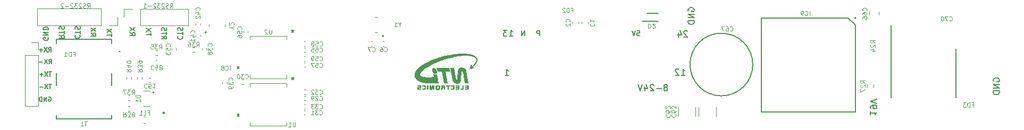
<source format=gbo>
G04 #@! TF.GenerationSoftware,KiCad,Pcbnew,(6.0.10)*
G04 #@! TF.CreationDate,2022-12-27T09:49:49+02:00*
G04 #@! TF.ProjectId,dock_rs232,646f636b-5f72-4733-9233-322e6b696361,rev?*
G04 #@! TF.SameCoordinates,Original*
G04 #@! TF.FileFunction,Legend,Bot*
G04 #@! TF.FilePolarity,Positive*
%FSLAX46Y46*%
G04 Gerber Fmt 4.6, Leading zero omitted, Abs format (unit mm)*
G04 Created by KiCad (PCBNEW (6.0.10)) date 2022-12-27 09:49:49*
%MOMM*%
%LPD*%
G01*
G04 APERTURE LIST*
%ADD10C,0.005000*%
%ADD11C,0.150000*%
%ADD12C,0.075000*%
%ADD13C,0.120000*%
%ADD14C,0.200000*%
%ADD15C,0.100000*%
%ADD16C,0.250000*%
G04 APERTURE END LIST*
D10*
G36*
X283996949Y-108613792D02*
G01*
X283798644Y-108613792D01*
X283798644Y-109129597D01*
X283659606Y-109129597D01*
X283659606Y-108613792D01*
X283462359Y-108613792D01*
X283462359Y-108477532D01*
X283996949Y-108477532D01*
X283996949Y-108613792D01*
G37*
X283996949Y-108613792D02*
X283798644Y-108613792D01*
X283798644Y-109129597D01*
X283659606Y-109129597D01*
X283659606Y-108613792D01*
X283462359Y-108613792D01*
X283462359Y-108477532D01*
X283996949Y-108477532D01*
X283996949Y-108613792D01*
G36*
X285913756Y-105659530D02*
G01*
X285949126Y-105661349D01*
X285983717Y-105664380D01*
X286017531Y-105668625D01*
X286050566Y-105674082D01*
X286082823Y-105680753D01*
X286114302Y-105688637D01*
X286145002Y-105697735D01*
X286174924Y-105708047D01*
X286204068Y-105719573D01*
X286232434Y-105732313D01*
X286260022Y-105746267D01*
X286286831Y-105761437D01*
X286312862Y-105777821D01*
X286338115Y-105795420D01*
X286362589Y-105814235D01*
X286386099Y-105834133D01*
X286408509Y-105854983D01*
X286429817Y-105876785D01*
X286450026Y-105899540D01*
X286469133Y-105923248D01*
X286487140Y-105947908D01*
X286504045Y-105973521D01*
X286519851Y-106000088D01*
X286534555Y-106027608D01*
X286548159Y-106056082D01*
X286560662Y-106085509D01*
X286572064Y-106115891D01*
X286582366Y-106147227D01*
X286591567Y-106179517D01*
X286599667Y-106212761D01*
X286606667Y-106246961D01*
X286947186Y-108081317D01*
X286440906Y-108081317D01*
X286111235Y-106305433D01*
X286109427Y-106296398D01*
X286107427Y-106287649D01*
X286105234Y-106279185D01*
X286102849Y-106271007D01*
X286100270Y-106263115D01*
X286097498Y-106255509D01*
X286094533Y-106248189D01*
X286091374Y-106241156D01*
X286088022Y-106234410D01*
X286084475Y-106227951D01*
X286080735Y-106221779D01*
X286076800Y-106215895D01*
X286072670Y-106210298D01*
X286068346Y-106204989D01*
X286063826Y-106199968D01*
X286059112Y-106195234D01*
X286054202Y-106190788D01*
X286049097Y-106186628D01*
X286043796Y-106182752D01*
X286038299Y-106179163D01*
X286032605Y-106175860D01*
X286026716Y-106172843D01*
X286020630Y-106170112D01*
X286014347Y-106167668D01*
X286007868Y-106165511D01*
X286001191Y-106163641D01*
X285994318Y-106162058D01*
X285987246Y-106160762D01*
X285979977Y-106159754D01*
X285972511Y-106159033D01*
X285964846Y-106158601D01*
X285956983Y-106158457D01*
X285950012Y-106158584D01*
X285943291Y-106158965D01*
X285936817Y-106159601D01*
X285930592Y-106160491D01*
X285924616Y-106161635D01*
X285918890Y-106163034D01*
X285913412Y-106164686D01*
X285908183Y-106166593D01*
X285903205Y-106168754D01*
X285898476Y-106171170D01*
X285893997Y-106173839D01*
X285889768Y-106176763D01*
X285885789Y-106179941D01*
X285882062Y-106183374D01*
X285878585Y-106187060D01*
X285875358Y-106191001D01*
X285872315Y-106195328D01*
X285869387Y-106200172D01*
X285866573Y-106205533D01*
X285863874Y-106211411D01*
X285861289Y-106217805D01*
X285858820Y-106224715D01*
X285856465Y-106232141D01*
X285854225Y-106240081D01*
X285852099Y-106248536D01*
X285850089Y-106257506D01*
X285848193Y-106266989D01*
X285846411Y-106276986D01*
X285844745Y-106287496D01*
X285843193Y-106298519D01*
X285841756Y-106310054D01*
X285840433Y-106322101D01*
X285718460Y-107581783D01*
X285714416Y-107618672D01*
X285709624Y-107654181D01*
X285704085Y-107688310D01*
X285697800Y-107721057D01*
X285690768Y-107752424D01*
X285682990Y-107782408D01*
X285674466Y-107811011D01*
X285665196Y-107838231D01*
X285655181Y-107864068D01*
X285644420Y-107888522D01*
X285632913Y-107911592D01*
X285620662Y-107933278D01*
X285607665Y-107953580D01*
X285593924Y-107972497D01*
X285579438Y-107990029D01*
X285564208Y-108006175D01*
X285548056Y-108021145D01*
X285530803Y-108035147D01*
X285512449Y-108048183D01*
X285492994Y-108060251D01*
X285472439Y-108071353D01*
X285450783Y-108081489D01*
X285428026Y-108090659D01*
X285404168Y-108098862D01*
X285379210Y-108106100D01*
X285353151Y-108112372D01*
X285325992Y-108117678D01*
X285297732Y-108122020D01*
X285268371Y-108125396D01*
X285237909Y-108127807D01*
X285206346Y-108129254D01*
X285173683Y-108129736D01*
X285137534Y-108129122D01*
X285102159Y-108127281D01*
X285067560Y-108124212D01*
X285033737Y-108119915D01*
X285000690Y-108114392D01*
X284968419Y-108107642D01*
X284936924Y-108099665D01*
X284906206Y-108090462D01*
X284876265Y-108080032D01*
X284847100Y-108068377D01*
X284818712Y-108055495D01*
X284791102Y-108041388D01*
X284764269Y-108026055D01*
X284738214Y-108009497D01*
X284712937Y-107991714D01*
X284688438Y-107972706D01*
X284664878Y-107952608D01*
X284642419Y-107931555D01*
X284621061Y-107909548D01*
X284600805Y-107886586D01*
X284581650Y-107862670D01*
X284563597Y-107837800D01*
X284546645Y-107811976D01*
X284530796Y-107785199D01*
X284516048Y-107757468D01*
X284502404Y-107728784D01*
X284489862Y-107699147D01*
X284478423Y-107668557D01*
X284468086Y-107637014D01*
X284458854Y-107604519D01*
X284450724Y-107571071D01*
X284443698Y-107536672D01*
X284103973Y-105707343D01*
X284610252Y-105707343D01*
X284939395Y-107479787D01*
X284941208Y-107488852D01*
X284943222Y-107497641D01*
X284945438Y-107506153D01*
X284947856Y-107514390D01*
X284950476Y-107522351D01*
X284953299Y-107530036D01*
X284956325Y-107537445D01*
X284959553Y-107544577D01*
X284962985Y-107551434D01*
X284966620Y-107558015D01*
X284970458Y-107564321D01*
X284974500Y-107570350D01*
X284978746Y-107576103D01*
X284983196Y-107581580D01*
X284987850Y-107586781D01*
X284992709Y-107591707D01*
X284997757Y-107596368D01*
X285002978Y-107600729D01*
X285008373Y-107604789D01*
X285013942Y-107608549D01*
X285019684Y-107612008D01*
X285025600Y-107615165D01*
X285031689Y-107618023D01*
X285037953Y-107620579D01*
X285044389Y-107622835D01*
X285051000Y-107624790D01*
X285057784Y-107626444D01*
X285064742Y-107627797D01*
X285071873Y-107628850D01*
X285079178Y-107629602D01*
X285086657Y-107630053D01*
X285094309Y-107630203D01*
X285101279Y-107630076D01*
X285108001Y-107629695D01*
X285114474Y-107629059D01*
X285120699Y-107628169D01*
X285126675Y-107627025D01*
X285132402Y-107625626D01*
X285137880Y-107623974D01*
X285143108Y-107622067D01*
X285148087Y-107619906D01*
X285152816Y-107617490D01*
X285157295Y-107614821D01*
X285161523Y-107611897D01*
X285165502Y-107608719D01*
X285169230Y-107605287D01*
X285172707Y-107601600D01*
X285175933Y-107597659D01*
X285178976Y-107593326D01*
X285181904Y-107588463D01*
X285184717Y-107583070D01*
X285187413Y-107577148D01*
X285189994Y-107570696D01*
X285192458Y-107563715D01*
X285194804Y-107556205D01*
X285197034Y-107548166D01*
X285199145Y-107539598D01*
X285201138Y-107530502D01*
X285203013Y-107520878D01*
X285204768Y-107510725D01*
X285206405Y-107500045D01*
X285207921Y-107488837D01*
X285209317Y-107477102D01*
X285210593Y-107464839D01*
X285332831Y-106206877D01*
X285336875Y-106169988D01*
X285341667Y-106134479D01*
X285347206Y-106100350D01*
X285353491Y-106067603D01*
X285360523Y-106036237D01*
X285368301Y-106006252D01*
X285376825Y-105977650D01*
X285386095Y-105950430D01*
X285396110Y-105924592D01*
X285406871Y-105900139D01*
X285418378Y-105877068D01*
X285430629Y-105855382D01*
X285443626Y-105835080D01*
X285457367Y-105816163D01*
X285471853Y-105798631D01*
X285487083Y-105782485D01*
X285503235Y-105767515D01*
X285520489Y-105753513D01*
X285538842Y-105740477D01*
X285558297Y-105728409D01*
X285578852Y-105717307D01*
X285600508Y-105707171D01*
X285623265Y-105698001D01*
X285647123Y-105689798D01*
X285672081Y-105682560D01*
X285698140Y-105676288D01*
X285725299Y-105670982D01*
X285753559Y-105666640D01*
X285782920Y-105663264D01*
X285813382Y-105660853D01*
X285844944Y-105659406D01*
X285877607Y-105658924D01*
X285913756Y-105659530D01*
G37*
X285913756Y-105659530D02*
X285949126Y-105661349D01*
X285983717Y-105664380D01*
X286017531Y-105668625D01*
X286050566Y-105674082D01*
X286082823Y-105680753D01*
X286114302Y-105688637D01*
X286145002Y-105697735D01*
X286174924Y-105708047D01*
X286204068Y-105719573D01*
X286232434Y-105732313D01*
X286260022Y-105746267D01*
X286286831Y-105761437D01*
X286312862Y-105777821D01*
X286338115Y-105795420D01*
X286362589Y-105814235D01*
X286386099Y-105834133D01*
X286408509Y-105854983D01*
X286429817Y-105876785D01*
X286450026Y-105899540D01*
X286469133Y-105923248D01*
X286487140Y-105947908D01*
X286504045Y-105973521D01*
X286519851Y-106000088D01*
X286534555Y-106027608D01*
X286548159Y-106056082D01*
X286560662Y-106085509D01*
X286572064Y-106115891D01*
X286582366Y-106147227D01*
X286591567Y-106179517D01*
X286599667Y-106212761D01*
X286606667Y-106246961D01*
X286947186Y-108081317D01*
X286440906Y-108081317D01*
X286111235Y-106305433D01*
X286109427Y-106296398D01*
X286107427Y-106287649D01*
X286105234Y-106279185D01*
X286102849Y-106271007D01*
X286100270Y-106263115D01*
X286097498Y-106255509D01*
X286094533Y-106248189D01*
X286091374Y-106241156D01*
X286088022Y-106234410D01*
X286084475Y-106227951D01*
X286080735Y-106221779D01*
X286076800Y-106215895D01*
X286072670Y-106210298D01*
X286068346Y-106204989D01*
X286063826Y-106199968D01*
X286059112Y-106195234D01*
X286054202Y-106190788D01*
X286049097Y-106186628D01*
X286043796Y-106182752D01*
X286038299Y-106179163D01*
X286032605Y-106175860D01*
X286026716Y-106172843D01*
X286020630Y-106170112D01*
X286014347Y-106167668D01*
X286007868Y-106165511D01*
X286001191Y-106163641D01*
X285994318Y-106162058D01*
X285987246Y-106160762D01*
X285979977Y-106159754D01*
X285972511Y-106159033D01*
X285964846Y-106158601D01*
X285956983Y-106158457D01*
X285950012Y-106158584D01*
X285943291Y-106158965D01*
X285936817Y-106159601D01*
X285930592Y-106160491D01*
X285924616Y-106161635D01*
X285918890Y-106163034D01*
X285913412Y-106164686D01*
X285908183Y-106166593D01*
X285903205Y-106168754D01*
X285898476Y-106171170D01*
X285893997Y-106173839D01*
X285889768Y-106176763D01*
X285885789Y-106179941D01*
X285882062Y-106183374D01*
X285878585Y-106187060D01*
X285875358Y-106191001D01*
X285872315Y-106195328D01*
X285869387Y-106200172D01*
X285866573Y-106205533D01*
X285863874Y-106211411D01*
X285861289Y-106217805D01*
X285858820Y-106224715D01*
X285856465Y-106232141D01*
X285854225Y-106240081D01*
X285852099Y-106248536D01*
X285850089Y-106257506D01*
X285848193Y-106266989D01*
X285846411Y-106276986D01*
X285844745Y-106287496D01*
X285843193Y-106298519D01*
X285841756Y-106310054D01*
X285840433Y-106322101D01*
X285718460Y-107581783D01*
X285714416Y-107618672D01*
X285709624Y-107654181D01*
X285704085Y-107688310D01*
X285697800Y-107721057D01*
X285690768Y-107752424D01*
X285682990Y-107782408D01*
X285674466Y-107811011D01*
X285665196Y-107838231D01*
X285655181Y-107864068D01*
X285644420Y-107888522D01*
X285632913Y-107911592D01*
X285620662Y-107933278D01*
X285607665Y-107953580D01*
X285593924Y-107972497D01*
X285579438Y-107990029D01*
X285564208Y-108006175D01*
X285548056Y-108021145D01*
X285530803Y-108035147D01*
X285512449Y-108048183D01*
X285492994Y-108060251D01*
X285472439Y-108071353D01*
X285450783Y-108081489D01*
X285428026Y-108090659D01*
X285404168Y-108098862D01*
X285379210Y-108106100D01*
X285353151Y-108112372D01*
X285325992Y-108117678D01*
X285297732Y-108122020D01*
X285268371Y-108125396D01*
X285237909Y-108127807D01*
X285206346Y-108129254D01*
X285173683Y-108129736D01*
X285137534Y-108129122D01*
X285102159Y-108127281D01*
X285067560Y-108124212D01*
X285033737Y-108119915D01*
X285000690Y-108114392D01*
X284968419Y-108107642D01*
X284936924Y-108099665D01*
X284906206Y-108090462D01*
X284876265Y-108080032D01*
X284847100Y-108068377D01*
X284818712Y-108055495D01*
X284791102Y-108041388D01*
X284764269Y-108026055D01*
X284738214Y-108009497D01*
X284712937Y-107991714D01*
X284688438Y-107972706D01*
X284664878Y-107952608D01*
X284642419Y-107931555D01*
X284621061Y-107909548D01*
X284600805Y-107886586D01*
X284581650Y-107862670D01*
X284563597Y-107837800D01*
X284546645Y-107811976D01*
X284530796Y-107785199D01*
X284516048Y-107757468D01*
X284502404Y-107728784D01*
X284489862Y-107699147D01*
X284478423Y-107668557D01*
X284468086Y-107637014D01*
X284458854Y-107604519D01*
X284450724Y-107571071D01*
X284443698Y-107536672D01*
X284103973Y-105707343D01*
X284610252Y-105707343D01*
X284939395Y-107479787D01*
X284941208Y-107488852D01*
X284943222Y-107497641D01*
X284945438Y-107506153D01*
X284947856Y-107514390D01*
X284950476Y-107522351D01*
X284953299Y-107530036D01*
X284956325Y-107537445D01*
X284959553Y-107544577D01*
X284962985Y-107551434D01*
X284966620Y-107558015D01*
X284970458Y-107564321D01*
X284974500Y-107570350D01*
X284978746Y-107576103D01*
X284983196Y-107581580D01*
X284987850Y-107586781D01*
X284992709Y-107591707D01*
X284997757Y-107596368D01*
X285002978Y-107600729D01*
X285008373Y-107604789D01*
X285013942Y-107608549D01*
X285019684Y-107612008D01*
X285025600Y-107615165D01*
X285031689Y-107618023D01*
X285037953Y-107620579D01*
X285044389Y-107622835D01*
X285051000Y-107624790D01*
X285057784Y-107626444D01*
X285064742Y-107627797D01*
X285071873Y-107628850D01*
X285079178Y-107629602D01*
X285086657Y-107630053D01*
X285094309Y-107630203D01*
X285101279Y-107630076D01*
X285108001Y-107629695D01*
X285114474Y-107629059D01*
X285120699Y-107628169D01*
X285126675Y-107627025D01*
X285132402Y-107625626D01*
X285137880Y-107623974D01*
X285143108Y-107622067D01*
X285148087Y-107619906D01*
X285152816Y-107617490D01*
X285157295Y-107614821D01*
X285161523Y-107611897D01*
X285165502Y-107608719D01*
X285169230Y-107605287D01*
X285172707Y-107601600D01*
X285175933Y-107597659D01*
X285178976Y-107593326D01*
X285181904Y-107588463D01*
X285184717Y-107583070D01*
X285187413Y-107577148D01*
X285189994Y-107570696D01*
X285192458Y-107563715D01*
X285194804Y-107556205D01*
X285197034Y-107548166D01*
X285199145Y-107539598D01*
X285201138Y-107530502D01*
X285203013Y-107520878D01*
X285204768Y-107510725D01*
X285206405Y-107500045D01*
X285207921Y-107488837D01*
X285209317Y-107477102D01*
X285210593Y-107464839D01*
X285332831Y-106206877D01*
X285336875Y-106169988D01*
X285341667Y-106134479D01*
X285347206Y-106100350D01*
X285353491Y-106067603D01*
X285360523Y-106036237D01*
X285368301Y-106006252D01*
X285376825Y-105977650D01*
X285386095Y-105950430D01*
X285396110Y-105924592D01*
X285406871Y-105900139D01*
X285418378Y-105877068D01*
X285430629Y-105855382D01*
X285443626Y-105835080D01*
X285457367Y-105816163D01*
X285471853Y-105798631D01*
X285487083Y-105782485D01*
X285503235Y-105767515D01*
X285520489Y-105753513D01*
X285538842Y-105740477D01*
X285558297Y-105728409D01*
X285578852Y-105717307D01*
X285600508Y-105707171D01*
X285623265Y-105698001D01*
X285647123Y-105689798D01*
X285672081Y-105682560D01*
X285698140Y-105676288D01*
X285725299Y-105670982D01*
X285753559Y-105666640D01*
X285782920Y-105663264D01*
X285813382Y-105660853D01*
X285844944Y-105659406D01*
X285877607Y-105658924D01*
X285913756Y-105659530D01*
G36*
X281447821Y-105736055D02*
G01*
X281448808Y-105736061D01*
X281449785Y-105736077D01*
X281451724Y-105736137D01*
X281453663Y-105736222D01*
X281455627Y-105736320D01*
X281457193Y-105736400D01*
X281458735Y-105736468D01*
X281459505Y-105736509D01*
X281460277Y-105736561D01*
X281461056Y-105736629D01*
X281461844Y-105736716D01*
X281462836Y-105736772D01*
X281463831Y-105736841D01*
X281464828Y-105736921D01*
X281465830Y-105737014D01*
X281466838Y-105737120D01*
X281467853Y-105737238D01*
X281468878Y-105737368D01*
X281469914Y-105737510D01*
X281476131Y-105738172D01*
X281478194Y-105738472D01*
X281480232Y-105738784D01*
X281482270Y-105739120D01*
X281484333Y-105739494D01*
X281490419Y-105740553D01*
X281492505Y-105740973D01*
X281494603Y-105741429D01*
X281498885Y-105742405D01*
X281499636Y-105742560D01*
X281500395Y-105742725D01*
X281501929Y-105743083D01*
X281503462Y-105743465D01*
X281504971Y-105743860D01*
X281513571Y-105746242D01*
X281515059Y-105746640D01*
X281516547Y-105747052D01*
X281518036Y-105747488D01*
X281518780Y-105747719D01*
X281519524Y-105747961D01*
X281520659Y-105748314D01*
X281521785Y-105748679D01*
X281524022Y-105749433D01*
X281528520Y-105751004D01*
X281534076Y-105752988D01*
X281539103Y-105754989D01*
X281541629Y-105756021D01*
X281542884Y-105756549D01*
X281544130Y-105757089D01*
X281548628Y-105758941D01*
X281552300Y-105760556D01*
X281555971Y-105762232D01*
X281559642Y-105763983D01*
X281561477Y-105764890D01*
X281563313Y-105765821D01*
X281583747Y-105776491D01*
X281603527Y-105787586D01*
X281622659Y-105799093D01*
X281641145Y-105811004D01*
X281658990Y-105823308D01*
X281676196Y-105835994D01*
X281692767Y-105849052D01*
X281708707Y-105862472D01*
X281724021Y-105876244D01*
X281738710Y-105890357D01*
X281752780Y-105904801D01*
X281766233Y-105919565D01*
X281791305Y-105950014D01*
X281813956Y-105981622D01*
X281834215Y-106014305D01*
X281852110Y-106047982D01*
X281867673Y-106082570D01*
X281880931Y-106117986D01*
X281891914Y-106154147D01*
X281900651Y-106190972D01*
X281907171Y-106228377D01*
X281911504Y-106266280D01*
X281910926Y-106300877D01*
X281909211Y-106332770D01*
X281906321Y-106362084D01*
X281902215Y-106388946D01*
X281896851Y-106413481D01*
X281890189Y-106435817D01*
X281882189Y-106456078D01*
X281872809Y-106474392D01*
X281867589Y-106482858D01*
X281862009Y-106490884D01*
X281856064Y-106498486D01*
X281849749Y-106505681D01*
X281843058Y-106512483D01*
X281835986Y-106518908D01*
X281820682Y-106530693D01*
X281803795Y-106541160D01*
X281785284Y-106550436D01*
X281765110Y-106558648D01*
X281743230Y-106565922D01*
X281736928Y-106567505D01*
X281730528Y-106569092D01*
X281728528Y-106569489D01*
X281727496Y-106569687D01*
X281726428Y-106569886D01*
X281722046Y-106570729D01*
X281720938Y-106570936D01*
X281719823Y-106571132D01*
X281718699Y-106571313D01*
X281717565Y-106571473D01*
X281712802Y-106572135D01*
X281711810Y-106572278D01*
X281710817Y-106572408D01*
X281709825Y-106572525D01*
X281708833Y-106572631D01*
X281707841Y-106572724D01*
X281706849Y-106572804D01*
X281705857Y-106572872D01*
X281704865Y-106572928D01*
X281703595Y-106573026D01*
X281702351Y-106573111D01*
X281701730Y-106573144D01*
X281701107Y-106573170D01*
X281700477Y-106573187D01*
X281699838Y-106573193D01*
X281697950Y-106573291D01*
X281696051Y-106573375D01*
X281694126Y-106573435D01*
X281693151Y-106573452D01*
X281692165Y-106573458D01*
X281689386Y-106573591D01*
X281687534Y-106573458D01*
X281685742Y-106573446D01*
X281683941Y-106573410D01*
X281682134Y-106573353D01*
X281680324Y-106573276D01*
X281676706Y-106573067D01*
X281673113Y-106572797D01*
X281672849Y-106572797D01*
X281671019Y-106572636D01*
X281669200Y-106572454D01*
X281665589Y-106572036D01*
X281662003Y-106571569D01*
X281658428Y-106571077D01*
X281654460Y-106570416D01*
X281651484Y-106569897D01*
X281648507Y-106569341D01*
X281642553Y-106568167D01*
X281639907Y-106567638D01*
X281636414Y-106566819D01*
X281632896Y-106565951D01*
X281629378Y-106565033D01*
X281625884Y-106564066D01*
X281622312Y-106563007D01*
X281619534Y-106562189D01*
X281616756Y-106561321D01*
X281613978Y-106560403D01*
X281611199Y-106559435D01*
X281609430Y-106558840D01*
X281608576Y-106558542D01*
X281607760Y-106558244D01*
X281604310Y-106557031D01*
X281600897Y-106555780D01*
X281594133Y-106553217D01*
X281593830Y-106553112D01*
X281593517Y-106552996D01*
X281593198Y-106552871D01*
X281592877Y-106552738D01*
X281592555Y-106552598D01*
X281592236Y-106552454D01*
X281591923Y-106552307D01*
X281591620Y-106552159D01*
X281588741Y-106550987D01*
X281585849Y-106549827D01*
X281582932Y-106548643D01*
X281579978Y-106547396D01*
X281576273Y-106545809D01*
X281572902Y-106544397D01*
X281569543Y-106542948D01*
X281566209Y-106541474D01*
X281562912Y-106539988D01*
X281562779Y-106539988D01*
X281543530Y-106530799D01*
X281524824Y-106520908D01*
X281506664Y-106510334D01*
X281489050Y-106499095D01*
X281471984Y-106487213D01*
X281455468Y-106474706D01*
X281439502Y-106461594D01*
X281424089Y-106447897D01*
X281409229Y-106433633D01*
X281394923Y-106418824D01*
X281381174Y-106403487D01*
X281367983Y-106387644D01*
X281355350Y-106371313D01*
X281343277Y-106354514D01*
X281331766Y-106337267D01*
X281320818Y-106319591D01*
X281308167Y-106297792D01*
X281296108Y-106275793D01*
X281284709Y-106253576D01*
X281274043Y-106231125D01*
X281264179Y-106208420D01*
X281255188Y-106185445D01*
X281247139Y-106162183D01*
X281240104Y-106138615D01*
X281234153Y-106114726D01*
X281229355Y-106090496D01*
X281225782Y-106065909D01*
X281223503Y-106040947D01*
X281222590Y-106015593D01*
X281223112Y-105989829D01*
X281225139Y-105963638D01*
X281228743Y-105937003D01*
X281228876Y-105936474D01*
X281229796Y-105931362D01*
X281230777Y-105926337D01*
X281231834Y-105921387D01*
X281232977Y-105916498D01*
X281233131Y-105915804D01*
X281233295Y-105915111D01*
X281233638Y-105913736D01*
X281233981Y-105912387D01*
X281234299Y-105911075D01*
X281235438Y-105906614D01*
X281236664Y-105902178D01*
X281237964Y-105897792D01*
X281239327Y-105893480D01*
X281239375Y-105893356D01*
X281239420Y-105893232D01*
X281239502Y-105892986D01*
X281239575Y-105892743D01*
X281239641Y-105892504D01*
X281239700Y-105892272D01*
X281239754Y-105892047D01*
X281239855Y-105891627D01*
X281241467Y-105886991D01*
X281243129Y-105882417D01*
X281244841Y-105877917D01*
X281246602Y-105873504D01*
X281248587Y-105868873D01*
X281250278Y-105865107D01*
X281251994Y-105861366D01*
X281252869Y-105859512D01*
X281253759Y-105857674D01*
X281254668Y-105855855D01*
X281255599Y-105854057D01*
X281256790Y-105851543D01*
X281257887Y-105849521D01*
X281258997Y-105847521D01*
X281261254Y-105843573D01*
X281263561Y-105839674D01*
X281265918Y-105835801D01*
X281266221Y-105835305D01*
X281266534Y-105834811D01*
X281267175Y-105833833D01*
X281268431Y-105831965D01*
X281270538Y-105828814D01*
X281272681Y-105825714D01*
X281274850Y-105822663D01*
X281277031Y-105819662D01*
X281279015Y-105816883D01*
X281280361Y-105815159D01*
X281281719Y-105813458D01*
X281283090Y-105811779D01*
X281284473Y-105810120D01*
X281285868Y-105808479D01*
X281287276Y-105806856D01*
X281288696Y-105805248D01*
X281290128Y-105803654D01*
X281293038Y-105800479D01*
X281295521Y-105797924D01*
X281298016Y-105795418D01*
X281299272Y-105794184D01*
X281300536Y-105792963D01*
X281301808Y-105791754D01*
X281303092Y-105790557D01*
X281305871Y-105788044D01*
X281309050Y-105785292D01*
X281310648Y-105783939D01*
X281312254Y-105782603D01*
X281313873Y-105781286D01*
X281315508Y-105779988D01*
X281317161Y-105778713D01*
X281318836Y-105777460D01*
X281319629Y-105776867D01*
X281320423Y-105776286D01*
X281320820Y-105776004D01*
X281321217Y-105775730D01*
X281321613Y-105775466D01*
X281322010Y-105775212D01*
X281324811Y-105773231D01*
X281327649Y-105771276D01*
X281329078Y-105770315D01*
X281330512Y-105769370D01*
X281331949Y-105768443D01*
X281333387Y-105767538D01*
X281336826Y-105765422D01*
X281340400Y-105763363D01*
X281343987Y-105761354D01*
X281347598Y-105759395D01*
X281351247Y-105757485D01*
X281354422Y-105756030D01*
X281357523Y-105754566D01*
X281360673Y-105753153D01*
X281363873Y-105751788D01*
X281367122Y-105750474D01*
X281371091Y-105748887D01*
X281374983Y-105747504D01*
X281378913Y-105746158D01*
X281380887Y-105745510D01*
X281382867Y-105744886D01*
X281384849Y-105744290D01*
X281386833Y-105743727D01*
X281387528Y-105743531D01*
X281387875Y-105743436D01*
X281388223Y-105743347D01*
X281388570Y-105743263D01*
X281388917Y-105743188D01*
X281389265Y-105743121D01*
X281389612Y-105743065D01*
X281393107Y-105742197D01*
X281396640Y-105741379D01*
X281400197Y-105740610D01*
X281403768Y-105739891D01*
X281408000Y-105739097D01*
X281412190Y-105738429D01*
X281416418Y-105737824D01*
X281420670Y-105737292D01*
X281422801Y-105737059D01*
X281424935Y-105736848D01*
X281426919Y-105736715D01*
X281430811Y-105736445D01*
X281434741Y-105736236D01*
X281438695Y-105736102D01*
X281440677Y-105736067D01*
X281442661Y-105736055D01*
X281445043Y-105735922D01*
X281447821Y-105736055D01*
G37*
X281447821Y-105736055D02*
X281448808Y-105736061D01*
X281449785Y-105736077D01*
X281451724Y-105736137D01*
X281453663Y-105736222D01*
X281455627Y-105736320D01*
X281457193Y-105736400D01*
X281458735Y-105736468D01*
X281459505Y-105736509D01*
X281460277Y-105736561D01*
X281461056Y-105736629D01*
X281461844Y-105736716D01*
X281462836Y-105736772D01*
X281463831Y-105736841D01*
X281464828Y-105736921D01*
X281465830Y-105737014D01*
X281466838Y-105737120D01*
X281467853Y-105737238D01*
X281468878Y-105737368D01*
X281469914Y-105737510D01*
X281476131Y-105738172D01*
X281478194Y-105738472D01*
X281480232Y-105738784D01*
X281482270Y-105739120D01*
X281484333Y-105739494D01*
X281490419Y-105740553D01*
X281492505Y-105740973D01*
X281494603Y-105741429D01*
X281498885Y-105742405D01*
X281499636Y-105742560D01*
X281500395Y-105742725D01*
X281501929Y-105743083D01*
X281503462Y-105743465D01*
X281504971Y-105743860D01*
X281513571Y-105746242D01*
X281515059Y-105746640D01*
X281516547Y-105747052D01*
X281518036Y-105747488D01*
X281518780Y-105747719D01*
X281519524Y-105747961D01*
X281520659Y-105748314D01*
X281521785Y-105748679D01*
X281524022Y-105749433D01*
X281528520Y-105751004D01*
X281534076Y-105752988D01*
X281539103Y-105754989D01*
X281541629Y-105756021D01*
X281542884Y-105756549D01*
X281544130Y-105757089D01*
X281548628Y-105758941D01*
X281552300Y-105760556D01*
X281555971Y-105762232D01*
X281559642Y-105763983D01*
X281561477Y-105764890D01*
X281563313Y-105765821D01*
X281583747Y-105776491D01*
X281603527Y-105787586D01*
X281622659Y-105799093D01*
X281641145Y-105811004D01*
X281658990Y-105823308D01*
X281676196Y-105835994D01*
X281692767Y-105849052D01*
X281708707Y-105862472D01*
X281724021Y-105876244D01*
X281738710Y-105890357D01*
X281752780Y-105904801D01*
X281766233Y-105919565D01*
X281791305Y-105950014D01*
X281813956Y-105981622D01*
X281834215Y-106014305D01*
X281852110Y-106047982D01*
X281867673Y-106082570D01*
X281880931Y-106117986D01*
X281891914Y-106154147D01*
X281900651Y-106190972D01*
X281907171Y-106228377D01*
X281911504Y-106266280D01*
X281910926Y-106300877D01*
X281909211Y-106332770D01*
X281906321Y-106362084D01*
X281902215Y-106388946D01*
X281896851Y-106413481D01*
X281890189Y-106435817D01*
X281882189Y-106456078D01*
X281872809Y-106474392D01*
X281867589Y-106482858D01*
X281862009Y-106490884D01*
X281856064Y-106498486D01*
X281849749Y-106505681D01*
X281843058Y-106512483D01*
X281835986Y-106518908D01*
X281820682Y-106530693D01*
X281803795Y-106541160D01*
X281785284Y-106550436D01*
X281765110Y-106558648D01*
X281743230Y-106565922D01*
X281736928Y-106567505D01*
X281730528Y-106569092D01*
X281728528Y-106569489D01*
X281727496Y-106569687D01*
X281726428Y-106569886D01*
X281722046Y-106570729D01*
X281720938Y-106570936D01*
X281719823Y-106571132D01*
X281718699Y-106571313D01*
X281717565Y-106571473D01*
X281712802Y-106572135D01*
X281711810Y-106572278D01*
X281710817Y-106572408D01*
X281709825Y-106572525D01*
X281708833Y-106572631D01*
X281707841Y-106572724D01*
X281706849Y-106572804D01*
X281705857Y-106572872D01*
X281704865Y-106572928D01*
X281703595Y-106573026D01*
X281702351Y-106573111D01*
X281701730Y-106573144D01*
X281701107Y-106573170D01*
X281700477Y-106573187D01*
X281699838Y-106573193D01*
X281697950Y-106573291D01*
X281696051Y-106573375D01*
X281694126Y-106573435D01*
X281693151Y-106573452D01*
X281692165Y-106573458D01*
X281689386Y-106573591D01*
X281687534Y-106573458D01*
X281685742Y-106573446D01*
X281683941Y-106573410D01*
X281682134Y-106573353D01*
X281680324Y-106573276D01*
X281676706Y-106573067D01*
X281673113Y-106572797D01*
X281672849Y-106572797D01*
X281671019Y-106572636D01*
X281669200Y-106572454D01*
X281665589Y-106572036D01*
X281662003Y-106571569D01*
X281658428Y-106571077D01*
X281654460Y-106570416D01*
X281651484Y-106569897D01*
X281648507Y-106569341D01*
X281642553Y-106568167D01*
X281639907Y-106567638D01*
X281636414Y-106566819D01*
X281632896Y-106565951D01*
X281629378Y-106565033D01*
X281625884Y-106564066D01*
X281622312Y-106563007D01*
X281619534Y-106562189D01*
X281616756Y-106561321D01*
X281613978Y-106560403D01*
X281611199Y-106559435D01*
X281609430Y-106558840D01*
X281608576Y-106558542D01*
X281607760Y-106558244D01*
X281604310Y-106557031D01*
X281600897Y-106555780D01*
X281594133Y-106553217D01*
X281593830Y-106553112D01*
X281593517Y-106552996D01*
X281593198Y-106552871D01*
X281592877Y-106552738D01*
X281592555Y-106552598D01*
X281592236Y-106552454D01*
X281591923Y-106552307D01*
X281591620Y-106552159D01*
X281588741Y-106550987D01*
X281585849Y-106549827D01*
X281582932Y-106548643D01*
X281579978Y-106547396D01*
X281576273Y-106545809D01*
X281572902Y-106544397D01*
X281569543Y-106542948D01*
X281566209Y-106541474D01*
X281562912Y-106539988D01*
X281562779Y-106539988D01*
X281543530Y-106530799D01*
X281524824Y-106520908D01*
X281506664Y-106510334D01*
X281489050Y-106499095D01*
X281471984Y-106487213D01*
X281455468Y-106474706D01*
X281439502Y-106461594D01*
X281424089Y-106447897D01*
X281409229Y-106433633D01*
X281394923Y-106418824D01*
X281381174Y-106403487D01*
X281367983Y-106387644D01*
X281355350Y-106371313D01*
X281343277Y-106354514D01*
X281331766Y-106337267D01*
X281320818Y-106319591D01*
X281308167Y-106297792D01*
X281296108Y-106275793D01*
X281284709Y-106253576D01*
X281274043Y-106231125D01*
X281264179Y-106208420D01*
X281255188Y-106185445D01*
X281247139Y-106162183D01*
X281240104Y-106138615D01*
X281234153Y-106114726D01*
X281229355Y-106090496D01*
X281225782Y-106065909D01*
X281223503Y-106040947D01*
X281222590Y-106015593D01*
X281223112Y-105989829D01*
X281225139Y-105963638D01*
X281228743Y-105937003D01*
X281228876Y-105936474D01*
X281229796Y-105931362D01*
X281230777Y-105926337D01*
X281231834Y-105921387D01*
X281232977Y-105916498D01*
X281233131Y-105915804D01*
X281233295Y-105915111D01*
X281233638Y-105913736D01*
X281233981Y-105912387D01*
X281234299Y-105911075D01*
X281235438Y-105906614D01*
X281236664Y-105902178D01*
X281237964Y-105897792D01*
X281239327Y-105893480D01*
X281239375Y-105893356D01*
X281239420Y-105893232D01*
X281239502Y-105892986D01*
X281239575Y-105892743D01*
X281239641Y-105892504D01*
X281239700Y-105892272D01*
X281239754Y-105892047D01*
X281239855Y-105891627D01*
X281241467Y-105886991D01*
X281243129Y-105882417D01*
X281244841Y-105877917D01*
X281246602Y-105873504D01*
X281248587Y-105868873D01*
X281250278Y-105865107D01*
X281251994Y-105861366D01*
X281252869Y-105859512D01*
X281253759Y-105857674D01*
X281254668Y-105855855D01*
X281255599Y-105854057D01*
X281256790Y-105851543D01*
X281257887Y-105849521D01*
X281258997Y-105847521D01*
X281261254Y-105843573D01*
X281263561Y-105839674D01*
X281265918Y-105835801D01*
X281266221Y-105835305D01*
X281266534Y-105834811D01*
X281267175Y-105833833D01*
X281268431Y-105831965D01*
X281270538Y-105828814D01*
X281272681Y-105825714D01*
X281274850Y-105822663D01*
X281277031Y-105819662D01*
X281279015Y-105816883D01*
X281280361Y-105815159D01*
X281281719Y-105813458D01*
X281283090Y-105811779D01*
X281284473Y-105810120D01*
X281285868Y-105808479D01*
X281287276Y-105806856D01*
X281288696Y-105805248D01*
X281290128Y-105803654D01*
X281293038Y-105800479D01*
X281295521Y-105797924D01*
X281298016Y-105795418D01*
X281299272Y-105794184D01*
X281300536Y-105792963D01*
X281301808Y-105791754D01*
X281303092Y-105790557D01*
X281305871Y-105788044D01*
X281309050Y-105785292D01*
X281310648Y-105783939D01*
X281312254Y-105782603D01*
X281313873Y-105781286D01*
X281315508Y-105779988D01*
X281317161Y-105778713D01*
X281318836Y-105777460D01*
X281319629Y-105776867D01*
X281320423Y-105776286D01*
X281320820Y-105776004D01*
X281321217Y-105775730D01*
X281321613Y-105775466D01*
X281322010Y-105775212D01*
X281324811Y-105773231D01*
X281327649Y-105771276D01*
X281329078Y-105770315D01*
X281330512Y-105769370D01*
X281331949Y-105768443D01*
X281333387Y-105767538D01*
X281336826Y-105765422D01*
X281340400Y-105763363D01*
X281343987Y-105761354D01*
X281347598Y-105759395D01*
X281351247Y-105757485D01*
X281354422Y-105756030D01*
X281357523Y-105754566D01*
X281360673Y-105753153D01*
X281363873Y-105751788D01*
X281367122Y-105750474D01*
X281371091Y-105748887D01*
X281374983Y-105747504D01*
X281378913Y-105746158D01*
X281380887Y-105745510D01*
X281382867Y-105744886D01*
X281384849Y-105744290D01*
X281386833Y-105743727D01*
X281387528Y-105743531D01*
X281387875Y-105743436D01*
X281388223Y-105743347D01*
X281388570Y-105743263D01*
X281388917Y-105743188D01*
X281389265Y-105743121D01*
X281389612Y-105743065D01*
X281393107Y-105742197D01*
X281396640Y-105741379D01*
X281400197Y-105740610D01*
X281403768Y-105739891D01*
X281408000Y-105739097D01*
X281412190Y-105738429D01*
X281416418Y-105737824D01*
X281420670Y-105737292D01*
X281422801Y-105737059D01*
X281424935Y-105736848D01*
X281426919Y-105736715D01*
X281430811Y-105736445D01*
X281434741Y-105736236D01*
X281438695Y-105736102D01*
X281440677Y-105736067D01*
X281442661Y-105736055D01*
X281445043Y-105735922D01*
X281447821Y-105736055D01*
G36*
X285333234Y-108478310D02*
G01*
X285357747Y-108480330D01*
X285369237Y-108481871D01*
X285380224Y-108483776D01*
X285390716Y-108486049D01*
X285400719Y-108488698D01*
X285410238Y-108491728D01*
X285419281Y-108495147D01*
X285427853Y-108498960D01*
X285435961Y-108503174D01*
X285443612Y-108507795D01*
X285450811Y-108512829D01*
X285457566Y-108518284D01*
X285463882Y-108524164D01*
X285469766Y-108530477D01*
X285475224Y-108537229D01*
X285480262Y-108544426D01*
X285484888Y-108552075D01*
X285489107Y-108560182D01*
X285492926Y-108568753D01*
X285496351Y-108577794D01*
X285499388Y-108587313D01*
X285502044Y-108597315D01*
X285504325Y-108607806D01*
X285506238Y-108618794D01*
X285507789Y-108630283D01*
X285509829Y-108654796D01*
X285510498Y-108681393D01*
X285510498Y-108924678D01*
X285509829Y-108951286D01*
X285507789Y-108975827D01*
X285506238Y-108987338D01*
X285504325Y-108998351D01*
X285502044Y-109008871D01*
X285499388Y-109018905D01*
X285496351Y-109028458D01*
X285492926Y-109037537D01*
X285489107Y-109046147D01*
X285484888Y-109054295D01*
X285480262Y-109061987D01*
X285475224Y-109069229D01*
X285469766Y-109076026D01*
X285463882Y-109082386D01*
X285457566Y-109088313D01*
X285450811Y-109093814D01*
X285443612Y-109098895D01*
X285435961Y-109103562D01*
X285427853Y-109107821D01*
X285419281Y-109111678D01*
X285410238Y-109115138D01*
X285400719Y-109118210D01*
X285390716Y-109120897D01*
X285380224Y-109123206D01*
X285369237Y-109125143D01*
X285357747Y-109126715D01*
X285333234Y-109128785D01*
X285306637Y-109129465D01*
X284984374Y-109129465D01*
X284984374Y-108992278D01*
X285296318Y-108992278D01*
X285306602Y-108992064D01*
X285315993Y-108991399D01*
X285320364Y-108990888D01*
X285324524Y-108990252D01*
X285328476Y-108989489D01*
X285332225Y-108988593D01*
X285335774Y-108987560D01*
X285339128Y-108986388D01*
X285342291Y-108985071D01*
X285345266Y-108983607D01*
X285348058Y-108981990D01*
X285350669Y-108980217D01*
X285353105Y-108978285D01*
X285355370Y-108976188D01*
X285357466Y-108973924D01*
X285359399Y-108971488D01*
X285361171Y-108968876D01*
X285362788Y-108966085D01*
X285364253Y-108963110D01*
X285365569Y-108959947D01*
X285366742Y-108956593D01*
X285367774Y-108953044D01*
X285368670Y-108949295D01*
X285369434Y-108945342D01*
X285370069Y-108941183D01*
X285370580Y-108936812D01*
X285371245Y-108927421D01*
X285371460Y-108917137D01*
X285371460Y-108868321D01*
X284984374Y-108868321D01*
X284984374Y-108731267D01*
X285371460Y-108731267D01*
X285371460Y-108689992D01*
X285371245Y-108679698D01*
X285370580Y-108670277D01*
X285369434Y-108661701D01*
X285368670Y-108657721D01*
X285367774Y-108653941D01*
X285366742Y-108650357D01*
X285365569Y-108646967D01*
X285364253Y-108643766D01*
X285362788Y-108640751D01*
X285361171Y-108637918D01*
X285359399Y-108635264D01*
X285357466Y-108632785D01*
X285355370Y-108630477D01*
X285353105Y-108628338D01*
X285350669Y-108626362D01*
X285348058Y-108624547D01*
X285345266Y-108622889D01*
X285342291Y-108621384D01*
X285339128Y-108620029D01*
X285335774Y-108618821D01*
X285332225Y-108617755D01*
X285328476Y-108616827D01*
X285324524Y-108616035D01*
X285320364Y-108615375D01*
X285315993Y-108614843D01*
X285306602Y-108614149D01*
X285296318Y-108613924D01*
X284984374Y-108613924D01*
X284984374Y-108477664D01*
X285306637Y-108477664D01*
X285333234Y-108478310D01*
G37*
X285333234Y-108478310D02*
X285357747Y-108480330D01*
X285369237Y-108481871D01*
X285380224Y-108483776D01*
X285390716Y-108486049D01*
X285400719Y-108488698D01*
X285410238Y-108491728D01*
X285419281Y-108495147D01*
X285427853Y-108498960D01*
X285435961Y-108503174D01*
X285443612Y-108507795D01*
X285450811Y-108512829D01*
X285457566Y-108518284D01*
X285463882Y-108524164D01*
X285469766Y-108530477D01*
X285475224Y-108537229D01*
X285480262Y-108544426D01*
X285484888Y-108552075D01*
X285489107Y-108560182D01*
X285492926Y-108568753D01*
X285496351Y-108577794D01*
X285499388Y-108587313D01*
X285502044Y-108597315D01*
X285504325Y-108607806D01*
X285506238Y-108618794D01*
X285507789Y-108630283D01*
X285509829Y-108654796D01*
X285510498Y-108681393D01*
X285510498Y-108924678D01*
X285509829Y-108951286D01*
X285507789Y-108975827D01*
X285506238Y-108987338D01*
X285504325Y-108998351D01*
X285502044Y-109008871D01*
X285499388Y-109018905D01*
X285496351Y-109028458D01*
X285492926Y-109037537D01*
X285489107Y-109046147D01*
X285484888Y-109054295D01*
X285480262Y-109061987D01*
X285475224Y-109069229D01*
X285469766Y-109076026D01*
X285463882Y-109082386D01*
X285457566Y-109088313D01*
X285450811Y-109093814D01*
X285443612Y-109098895D01*
X285435961Y-109103562D01*
X285427853Y-109107821D01*
X285419281Y-109111678D01*
X285410238Y-109115138D01*
X285400719Y-109118210D01*
X285390716Y-109120897D01*
X285380224Y-109123206D01*
X285369237Y-109125143D01*
X285357747Y-109126715D01*
X285333234Y-109128785D01*
X285306637Y-109129465D01*
X284984374Y-109129465D01*
X284984374Y-108992278D01*
X285296318Y-108992278D01*
X285306602Y-108992064D01*
X285315993Y-108991399D01*
X285320364Y-108990888D01*
X285324524Y-108990252D01*
X285328476Y-108989489D01*
X285332225Y-108988593D01*
X285335774Y-108987560D01*
X285339128Y-108986388D01*
X285342291Y-108985071D01*
X285345266Y-108983607D01*
X285348058Y-108981990D01*
X285350669Y-108980217D01*
X285353105Y-108978285D01*
X285355370Y-108976188D01*
X285357466Y-108973924D01*
X285359399Y-108971488D01*
X285361171Y-108968876D01*
X285362788Y-108966085D01*
X285364253Y-108963110D01*
X285365569Y-108959947D01*
X285366742Y-108956593D01*
X285367774Y-108953044D01*
X285368670Y-108949295D01*
X285369434Y-108945342D01*
X285370069Y-108941183D01*
X285370580Y-108936812D01*
X285371245Y-108927421D01*
X285371460Y-108917137D01*
X285371460Y-108868321D01*
X284984374Y-108868321D01*
X284984374Y-108731267D01*
X285371460Y-108731267D01*
X285371460Y-108689992D01*
X285371245Y-108679698D01*
X285370580Y-108670277D01*
X285369434Y-108661701D01*
X285368670Y-108657721D01*
X285367774Y-108653941D01*
X285366742Y-108650357D01*
X285365569Y-108646967D01*
X285364253Y-108643766D01*
X285362788Y-108640751D01*
X285361171Y-108637918D01*
X285359399Y-108635264D01*
X285357466Y-108632785D01*
X285355370Y-108630477D01*
X285353105Y-108628338D01*
X285350669Y-108626362D01*
X285348058Y-108624547D01*
X285345266Y-108622889D01*
X285342291Y-108621384D01*
X285339128Y-108620029D01*
X285335774Y-108618821D01*
X285332225Y-108617755D01*
X285328476Y-108616827D01*
X285324524Y-108616035D01*
X285320364Y-108615375D01*
X285315993Y-108614843D01*
X285306602Y-108614149D01*
X285296318Y-108613924D01*
X284984374Y-108613924D01*
X284984374Y-108477664D01*
X285306637Y-108477664D01*
X285333234Y-108478310D01*
G36*
X284525498Y-108477633D02*
G01*
X284537009Y-108478308D01*
X284548209Y-108479419D01*
X284559093Y-108480961D01*
X284569659Y-108482930D01*
X284579900Y-108485323D01*
X284589812Y-108488133D01*
X284599391Y-108491358D01*
X284608633Y-108494992D01*
X284617532Y-108499031D01*
X284626084Y-108503471D01*
X284634285Y-108508306D01*
X284642130Y-108513534D01*
X284649615Y-108519149D01*
X284656734Y-108525147D01*
X284663484Y-108531523D01*
X284669860Y-108538273D01*
X284675858Y-108545393D01*
X284681473Y-108552878D01*
X284686700Y-108560723D01*
X284691534Y-108568925D01*
X284695973Y-108577479D01*
X284700010Y-108586380D01*
X284703641Y-108595624D01*
X284706862Y-108605207D01*
X284709668Y-108615124D01*
X284712055Y-108625370D01*
X284714018Y-108635942D01*
X284715553Y-108646835D01*
X284716655Y-108658044D01*
X284717319Y-108669565D01*
X284717542Y-108681393D01*
X284717542Y-108924678D01*
X284717320Y-108936509D01*
X284716656Y-108948037D01*
X284715556Y-108959259D01*
X284714024Y-108970168D01*
X284712063Y-108980760D01*
X284709679Y-108991031D01*
X284706877Y-109000975D01*
X284703659Y-109010588D01*
X284700032Y-109019866D01*
X284695999Y-109028802D01*
X284691565Y-109037392D01*
X284686734Y-109045633D01*
X284681511Y-109053518D01*
X284675901Y-109061043D01*
X284669907Y-109068203D01*
X284663534Y-109074994D01*
X284656786Y-109081410D01*
X284649669Y-109087447D01*
X284642187Y-109093100D01*
X284634343Y-109098364D01*
X284626142Y-109103235D01*
X284617590Y-109107707D01*
X284608690Y-109111776D01*
X284599447Y-109115438D01*
X284589865Y-109118686D01*
X284579948Y-109121517D01*
X284569702Y-109123925D01*
X284559131Y-109125907D01*
X284548238Y-109127456D01*
X284537030Y-109128569D01*
X284525509Y-109129240D01*
X284513680Y-109129465D01*
X284226211Y-109129465D01*
X284226211Y-108992278D01*
X284500584Y-108992278D01*
X284505358Y-108992201D01*
X284509983Y-108991970D01*
X284514458Y-108991585D01*
X284518783Y-108991046D01*
X284522958Y-108990354D01*
X284526982Y-108989508D01*
X284530857Y-108988510D01*
X284534581Y-108987358D01*
X284538154Y-108986054D01*
X284541576Y-108984598D01*
X284544848Y-108982989D01*
X284547969Y-108981228D01*
X284550939Y-108979315D01*
X284553758Y-108977250D01*
X284556425Y-108975034D01*
X284558941Y-108972666D01*
X284561305Y-108970147D01*
X284563518Y-108967477D01*
X284565579Y-108964657D01*
X284567488Y-108961686D01*
X284569245Y-108958564D01*
X284570850Y-108955293D01*
X284572302Y-108951871D01*
X284573603Y-108948299D01*
X284574750Y-108944578D01*
X284575745Y-108940708D01*
X284576588Y-108936688D01*
X284577277Y-108932519D01*
X284577813Y-108928202D01*
X284578197Y-108923736D01*
X284578427Y-108919121D01*
X284578504Y-108914358D01*
X284578504Y-108692637D01*
X284578426Y-108687860D01*
X284578195Y-108683226D01*
X284577810Y-108678737D01*
X284577272Y-108674393D01*
X284576579Y-108670194D01*
X284575734Y-108666141D01*
X284574735Y-108662235D01*
X284573584Y-108658475D01*
X284572280Y-108654863D01*
X284570823Y-108651399D01*
X284569214Y-108648084D01*
X284567453Y-108644917D01*
X284565540Y-108641900D01*
X284563475Y-108639033D01*
X284561259Y-108636317D01*
X284558891Y-108633751D01*
X284556373Y-108631337D01*
X284553703Y-108629076D01*
X284550882Y-108626966D01*
X284547911Y-108625010D01*
X284544790Y-108623207D01*
X284541518Y-108621559D01*
X284538096Y-108620065D01*
X284534525Y-108618726D01*
X284530804Y-108617543D01*
X284526933Y-108616515D01*
X284522914Y-108615645D01*
X284518745Y-108614931D01*
X284514427Y-108614376D01*
X284509961Y-108613978D01*
X284505347Y-108613739D01*
X284500584Y-108613659D01*
X284226211Y-108613659D01*
X284226211Y-108477399D01*
X284513681Y-108477399D01*
X284525498Y-108477633D01*
G37*
X284525498Y-108477633D02*
X284537009Y-108478308D01*
X284548209Y-108479419D01*
X284559093Y-108480961D01*
X284569659Y-108482930D01*
X284579900Y-108485323D01*
X284589812Y-108488133D01*
X284599391Y-108491358D01*
X284608633Y-108494992D01*
X284617532Y-108499031D01*
X284626084Y-108503471D01*
X284634285Y-108508306D01*
X284642130Y-108513534D01*
X284649615Y-108519149D01*
X284656734Y-108525147D01*
X284663484Y-108531523D01*
X284669860Y-108538273D01*
X284675858Y-108545393D01*
X284681473Y-108552878D01*
X284686700Y-108560723D01*
X284691534Y-108568925D01*
X284695973Y-108577479D01*
X284700010Y-108586380D01*
X284703641Y-108595624D01*
X284706862Y-108605207D01*
X284709668Y-108615124D01*
X284712055Y-108625370D01*
X284714018Y-108635942D01*
X284715553Y-108646835D01*
X284716655Y-108658044D01*
X284717319Y-108669565D01*
X284717542Y-108681393D01*
X284717542Y-108924678D01*
X284717320Y-108936509D01*
X284716656Y-108948037D01*
X284715556Y-108959259D01*
X284714024Y-108970168D01*
X284712063Y-108980760D01*
X284709679Y-108991031D01*
X284706877Y-109000975D01*
X284703659Y-109010588D01*
X284700032Y-109019866D01*
X284695999Y-109028802D01*
X284691565Y-109037392D01*
X284686734Y-109045633D01*
X284681511Y-109053518D01*
X284675901Y-109061043D01*
X284669907Y-109068203D01*
X284663534Y-109074994D01*
X284656786Y-109081410D01*
X284649669Y-109087447D01*
X284642187Y-109093100D01*
X284634343Y-109098364D01*
X284626142Y-109103235D01*
X284617590Y-109107707D01*
X284608690Y-109111776D01*
X284599447Y-109115438D01*
X284589865Y-109118686D01*
X284579948Y-109121517D01*
X284569702Y-109123925D01*
X284559131Y-109125907D01*
X284548238Y-109127456D01*
X284537030Y-109128569D01*
X284525509Y-109129240D01*
X284513680Y-109129465D01*
X284226211Y-109129465D01*
X284226211Y-108992278D01*
X284500584Y-108992278D01*
X284505358Y-108992201D01*
X284509983Y-108991970D01*
X284514458Y-108991585D01*
X284518783Y-108991046D01*
X284522958Y-108990354D01*
X284526982Y-108989508D01*
X284530857Y-108988510D01*
X284534581Y-108987358D01*
X284538154Y-108986054D01*
X284541576Y-108984598D01*
X284544848Y-108982989D01*
X284547969Y-108981228D01*
X284550939Y-108979315D01*
X284553758Y-108977250D01*
X284556425Y-108975034D01*
X284558941Y-108972666D01*
X284561305Y-108970147D01*
X284563518Y-108967477D01*
X284565579Y-108964657D01*
X284567488Y-108961686D01*
X284569245Y-108958564D01*
X284570850Y-108955293D01*
X284572302Y-108951871D01*
X284573603Y-108948299D01*
X284574750Y-108944578D01*
X284575745Y-108940708D01*
X284576588Y-108936688D01*
X284577277Y-108932519D01*
X284577813Y-108928202D01*
X284578197Y-108923736D01*
X284578427Y-108919121D01*
X284578504Y-108914358D01*
X284578504Y-108692637D01*
X284578426Y-108687860D01*
X284578195Y-108683226D01*
X284577810Y-108678737D01*
X284577272Y-108674393D01*
X284576579Y-108670194D01*
X284575734Y-108666141D01*
X284574735Y-108662235D01*
X284573584Y-108658475D01*
X284572280Y-108654863D01*
X284570823Y-108651399D01*
X284569214Y-108648084D01*
X284567453Y-108644917D01*
X284565540Y-108641900D01*
X284563475Y-108639033D01*
X284561259Y-108636317D01*
X284558891Y-108633751D01*
X284556373Y-108631337D01*
X284553703Y-108629076D01*
X284550882Y-108626966D01*
X284547911Y-108625010D01*
X284544790Y-108623207D01*
X284541518Y-108621559D01*
X284538096Y-108620065D01*
X284534525Y-108618726D01*
X284530804Y-108617543D01*
X284526933Y-108616515D01*
X284522914Y-108615645D01*
X284518745Y-108614931D01*
X284514427Y-108614376D01*
X284509961Y-108613978D01*
X284505347Y-108613739D01*
X284500584Y-108613659D01*
X284226211Y-108613659D01*
X284226211Y-108477399D01*
X284513681Y-108477399D01*
X284525498Y-108477633D01*
G36*
X279218396Y-108477886D02*
G01*
X279230336Y-108478547D01*
X279241953Y-108479643D01*
X279253243Y-108481166D01*
X279264201Y-108483110D01*
X279274822Y-108485471D01*
X279285102Y-108488240D01*
X279295037Y-108491414D01*
X279304621Y-108494985D01*
X279313849Y-108498948D01*
X279322718Y-108503297D01*
X279331222Y-108508025D01*
X279339357Y-108513127D01*
X279347118Y-108518596D01*
X279354500Y-108524427D01*
X279361499Y-108530614D01*
X279368110Y-108537150D01*
X279374328Y-108544030D01*
X279380149Y-108551247D01*
X279385568Y-108558796D01*
X279390581Y-108566671D01*
X279395182Y-108574865D01*
X279399367Y-108583373D01*
X279403131Y-108592188D01*
X279406470Y-108601304D01*
X279409379Y-108610717D01*
X279411854Y-108620418D01*
X279413889Y-108630404D01*
X279415479Y-108640666D01*
X279416622Y-108651201D01*
X279417310Y-108662000D01*
X279417541Y-108673060D01*
X279417310Y-108684119D01*
X279416622Y-108694918D01*
X279415479Y-108705453D01*
X279413889Y-108715715D01*
X279411854Y-108725701D01*
X279409379Y-108735402D01*
X279406470Y-108744814D01*
X279403131Y-108753931D01*
X279399367Y-108762746D01*
X279395182Y-108771254D01*
X279390581Y-108779448D01*
X279385568Y-108787322D01*
X279380149Y-108794871D01*
X279374328Y-108802089D01*
X279368110Y-108808968D01*
X279361499Y-108815505D01*
X279354500Y-108821691D01*
X279347118Y-108827522D01*
X279339357Y-108832992D01*
X279331222Y-108838093D01*
X279322718Y-108842822D01*
X279313849Y-108847170D01*
X279304621Y-108851133D01*
X279295037Y-108854704D01*
X279285102Y-108857878D01*
X279274822Y-108860648D01*
X279264201Y-108863008D01*
X279253243Y-108864953D01*
X279241953Y-108866476D01*
X279230336Y-108867571D01*
X279218396Y-108868233D01*
X279206139Y-108868455D01*
X279059560Y-108868455D01*
X279049823Y-108868696D01*
X279040704Y-108869422D01*
X279032205Y-108870632D01*
X279024327Y-108872326D01*
X279017071Y-108874505D01*
X279013677Y-108875776D01*
X279010439Y-108877168D01*
X279007358Y-108878681D01*
X279004433Y-108880316D01*
X279001664Y-108882072D01*
X278999053Y-108883949D01*
X278996598Y-108885948D01*
X278994301Y-108888068D01*
X278992160Y-108890309D01*
X278990178Y-108892671D01*
X278988352Y-108895155D01*
X278986685Y-108897761D01*
X278985176Y-108900488D01*
X278983825Y-108903336D01*
X278982632Y-108906306D01*
X278981598Y-108909397D01*
X278980722Y-108912610D01*
X278980005Y-108915945D01*
X278979447Y-108919401D01*
X278979049Y-108922979D01*
X278978809Y-108926678D01*
X278978729Y-108930499D01*
X278978809Y-108934309D01*
X278979049Y-108937998D01*
X278979447Y-108941567D01*
X278980005Y-108945016D01*
X278980722Y-108948344D01*
X278981598Y-108951552D01*
X278982632Y-108954639D01*
X278983825Y-108957607D01*
X278985176Y-108960453D01*
X278986685Y-108963179D01*
X278988352Y-108965784D01*
X278990178Y-108968269D01*
X278992160Y-108970633D01*
X278994301Y-108972876D01*
X278996598Y-108974998D01*
X278999053Y-108977000D01*
X279001664Y-108978880D01*
X279004433Y-108980640D01*
X279007358Y-108982278D01*
X279010439Y-108983796D01*
X279013677Y-108985192D01*
X279017071Y-108986467D01*
X279020621Y-108987621D01*
X279024327Y-108988654D01*
X279028188Y-108989565D01*
X279032205Y-108990355D01*
X279036377Y-108991024D01*
X279040704Y-108991571D01*
X279045186Y-108991997D01*
X279049823Y-108992301D01*
X279054614Y-108992484D01*
X279059560Y-108992544D01*
X279404311Y-108992544D01*
X279404311Y-109129731D01*
X279062338Y-109129731D01*
X279049219Y-109129509D01*
X279036456Y-109128846D01*
X279024053Y-109127749D01*
X279012014Y-109126222D01*
X279000343Y-109124270D01*
X278989044Y-109121900D01*
X278978120Y-109119116D01*
X278967576Y-109115923D01*
X278957415Y-109112327D01*
X278947643Y-109108333D01*
X278938262Y-109103947D01*
X278929276Y-109099174D01*
X278920691Y-109094020D01*
X278912508Y-109088488D01*
X278904734Y-109082586D01*
X278897370Y-109076318D01*
X278890423Y-109069689D01*
X278883894Y-109062706D01*
X278877789Y-109055372D01*
X278872112Y-109047694D01*
X278866866Y-109039677D01*
X278862055Y-109031326D01*
X278857684Y-109022647D01*
X278853755Y-109013645D01*
X278850275Y-109004324D01*
X278847245Y-108994692D01*
X278844670Y-108984752D01*
X278842555Y-108974510D01*
X278840903Y-108963972D01*
X278839718Y-108953143D01*
X278839004Y-108942027D01*
X278838765Y-108930632D01*
X278839004Y-108919212D01*
X278839718Y-108908074D01*
X278840903Y-108897224D01*
X278842555Y-108886666D01*
X278844671Y-108876406D01*
X278847245Y-108866449D01*
X278850275Y-108856800D01*
X278853756Y-108847465D01*
X278857684Y-108838449D01*
X278862055Y-108829758D01*
X278866866Y-108821396D01*
X278872112Y-108813368D01*
X278877790Y-108805681D01*
X278883895Y-108798339D01*
X278890423Y-108791348D01*
X278897371Y-108784713D01*
X278904734Y-108778439D01*
X278912509Y-108772532D01*
X278920691Y-108766996D01*
X278929277Y-108761838D01*
X278938262Y-108757061D01*
X278947643Y-108752673D01*
X278957416Y-108748677D01*
X278967576Y-108745079D01*
X278978120Y-108741885D01*
X278989044Y-108739100D01*
X279000343Y-108736729D01*
X279012014Y-108734777D01*
X279024053Y-108733249D01*
X279036456Y-108732152D01*
X279049219Y-108731489D01*
X279062338Y-108731267D01*
X279208917Y-108731267D01*
X279217284Y-108731037D01*
X279225119Y-108730345D01*
X279232422Y-108729195D01*
X279235874Y-108728447D01*
X279239191Y-108727586D01*
X279242376Y-108726610D01*
X279245426Y-108725521D01*
X279248342Y-108724317D01*
X279251124Y-108723000D01*
X279253772Y-108721570D01*
X279256285Y-108720026D01*
X279258664Y-108718369D01*
X279260908Y-108716600D01*
X279263017Y-108714717D01*
X279264991Y-108712722D01*
X279266830Y-108710614D01*
X279268534Y-108708394D01*
X279270102Y-108706062D01*
X279271535Y-108703618D01*
X279272832Y-108701062D01*
X279273993Y-108698395D01*
X279275018Y-108695616D01*
X279275906Y-108692726D01*
X279276659Y-108689725D01*
X279277275Y-108686613D01*
X279277754Y-108683390D01*
X279278097Y-108680057D01*
X279278302Y-108676613D01*
X279278371Y-108673059D01*
X279278302Y-108669502D01*
X279278097Y-108666051D01*
X279277754Y-108662705D01*
X279277275Y-108659465D01*
X279276659Y-108656332D01*
X279275906Y-108653306D01*
X279275018Y-108650388D01*
X279273993Y-108647578D01*
X279272832Y-108644877D01*
X279271535Y-108642285D01*
X279270102Y-108639803D01*
X279268534Y-108637431D01*
X279266830Y-108635169D01*
X279264991Y-108633019D01*
X279263017Y-108630981D01*
X279260908Y-108629055D01*
X279258664Y-108627242D01*
X279256285Y-108625542D01*
X279253772Y-108623956D01*
X279251124Y-108622484D01*
X279248342Y-108621127D01*
X279245426Y-108619886D01*
X279242376Y-108618760D01*
X279239191Y-108617750D01*
X279235874Y-108616858D01*
X279232422Y-108616083D01*
X279228837Y-108615425D01*
X279225119Y-108614886D01*
X279221268Y-108614466D01*
X279217284Y-108614165D01*
X279213167Y-108613985D01*
X279208917Y-108613924D01*
X278867869Y-108613924D01*
X278867869Y-108477664D01*
X279206139Y-108477664D01*
X279218396Y-108477886D01*
G37*
X279218396Y-108477886D02*
X279230336Y-108478547D01*
X279241953Y-108479643D01*
X279253243Y-108481166D01*
X279264201Y-108483110D01*
X279274822Y-108485471D01*
X279285102Y-108488240D01*
X279295037Y-108491414D01*
X279304621Y-108494985D01*
X279313849Y-108498948D01*
X279322718Y-108503297D01*
X279331222Y-108508025D01*
X279339357Y-108513127D01*
X279347118Y-108518596D01*
X279354500Y-108524427D01*
X279361499Y-108530614D01*
X279368110Y-108537150D01*
X279374328Y-108544030D01*
X279380149Y-108551247D01*
X279385568Y-108558796D01*
X279390581Y-108566671D01*
X279395182Y-108574865D01*
X279399367Y-108583373D01*
X279403131Y-108592188D01*
X279406470Y-108601304D01*
X279409379Y-108610717D01*
X279411854Y-108620418D01*
X279413889Y-108630404D01*
X279415479Y-108640666D01*
X279416622Y-108651201D01*
X279417310Y-108662000D01*
X279417541Y-108673060D01*
X279417310Y-108684119D01*
X279416622Y-108694918D01*
X279415479Y-108705453D01*
X279413889Y-108715715D01*
X279411854Y-108725701D01*
X279409379Y-108735402D01*
X279406470Y-108744814D01*
X279403131Y-108753931D01*
X279399367Y-108762746D01*
X279395182Y-108771254D01*
X279390581Y-108779448D01*
X279385568Y-108787322D01*
X279380149Y-108794871D01*
X279374328Y-108802089D01*
X279368110Y-108808968D01*
X279361499Y-108815505D01*
X279354500Y-108821691D01*
X279347118Y-108827522D01*
X279339357Y-108832992D01*
X279331222Y-108838093D01*
X279322718Y-108842822D01*
X279313849Y-108847170D01*
X279304621Y-108851133D01*
X279295037Y-108854704D01*
X279285102Y-108857878D01*
X279274822Y-108860648D01*
X279264201Y-108863008D01*
X279253243Y-108864953D01*
X279241953Y-108866476D01*
X279230336Y-108867571D01*
X279218396Y-108868233D01*
X279206139Y-108868455D01*
X279059560Y-108868455D01*
X279049823Y-108868696D01*
X279040704Y-108869422D01*
X279032205Y-108870632D01*
X279024327Y-108872326D01*
X279017071Y-108874505D01*
X279013677Y-108875776D01*
X279010439Y-108877168D01*
X279007358Y-108878681D01*
X279004433Y-108880316D01*
X279001664Y-108882072D01*
X278999053Y-108883949D01*
X278996598Y-108885948D01*
X278994301Y-108888068D01*
X278992160Y-108890309D01*
X278990178Y-108892671D01*
X278988352Y-108895155D01*
X278986685Y-108897761D01*
X278985176Y-108900488D01*
X278983825Y-108903336D01*
X278982632Y-108906306D01*
X278981598Y-108909397D01*
X278980722Y-108912610D01*
X278980005Y-108915945D01*
X278979447Y-108919401D01*
X278979049Y-108922979D01*
X278978809Y-108926678D01*
X278978729Y-108930499D01*
X278978809Y-108934309D01*
X278979049Y-108937998D01*
X278979447Y-108941567D01*
X278980005Y-108945016D01*
X278980722Y-108948344D01*
X278981598Y-108951552D01*
X278982632Y-108954639D01*
X278983825Y-108957607D01*
X278985176Y-108960453D01*
X278986685Y-108963179D01*
X278988352Y-108965784D01*
X278990178Y-108968269D01*
X278992160Y-108970633D01*
X278994301Y-108972876D01*
X278996598Y-108974998D01*
X278999053Y-108977000D01*
X279001664Y-108978880D01*
X279004433Y-108980640D01*
X279007358Y-108982278D01*
X279010439Y-108983796D01*
X279013677Y-108985192D01*
X279017071Y-108986467D01*
X279020621Y-108987621D01*
X279024327Y-108988654D01*
X279028188Y-108989565D01*
X279032205Y-108990355D01*
X279036377Y-108991024D01*
X279040704Y-108991571D01*
X279045186Y-108991997D01*
X279049823Y-108992301D01*
X279054614Y-108992484D01*
X279059560Y-108992544D01*
X279404311Y-108992544D01*
X279404311Y-109129731D01*
X279062338Y-109129731D01*
X279049219Y-109129509D01*
X279036456Y-109128846D01*
X279024053Y-109127749D01*
X279012014Y-109126222D01*
X279000343Y-109124270D01*
X278989044Y-109121900D01*
X278978120Y-109119116D01*
X278967576Y-109115923D01*
X278957415Y-109112327D01*
X278947643Y-109108333D01*
X278938262Y-109103947D01*
X278929276Y-109099174D01*
X278920691Y-109094020D01*
X278912508Y-109088488D01*
X278904734Y-109082586D01*
X278897370Y-109076318D01*
X278890423Y-109069689D01*
X278883894Y-109062706D01*
X278877789Y-109055372D01*
X278872112Y-109047694D01*
X278866866Y-109039677D01*
X278862055Y-109031326D01*
X278857684Y-109022647D01*
X278853755Y-109013645D01*
X278850275Y-109004324D01*
X278847245Y-108994692D01*
X278844670Y-108984752D01*
X278842555Y-108974510D01*
X278840903Y-108963972D01*
X278839718Y-108953143D01*
X278839004Y-108942027D01*
X278838765Y-108930632D01*
X278839004Y-108919212D01*
X278839718Y-108908074D01*
X278840903Y-108897224D01*
X278842555Y-108886666D01*
X278844671Y-108876406D01*
X278847245Y-108866449D01*
X278850275Y-108856800D01*
X278853756Y-108847465D01*
X278857684Y-108838449D01*
X278862055Y-108829758D01*
X278866866Y-108821396D01*
X278872112Y-108813368D01*
X278877790Y-108805681D01*
X278883895Y-108798339D01*
X278890423Y-108791348D01*
X278897371Y-108784713D01*
X278904734Y-108778439D01*
X278912509Y-108772532D01*
X278920691Y-108766996D01*
X278929277Y-108761838D01*
X278938262Y-108757061D01*
X278947643Y-108752673D01*
X278957416Y-108748677D01*
X278967576Y-108745079D01*
X278978120Y-108741885D01*
X278989044Y-108739100D01*
X279000343Y-108736729D01*
X279012014Y-108734777D01*
X279024053Y-108733249D01*
X279036456Y-108732152D01*
X279049219Y-108731489D01*
X279062338Y-108731267D01*
X279208917Y-108731267D01*
X279217284Y-108731037D01*
X279225119Y-108730345D01*
X279232422Y-108729195D01*
X279235874Y-108728447D01*
X279239191Y-108727586D01*
X279242376Y-108726610D01*
X279245426Y-108725521D01*
X279248342Y-108724317D01*
X279251124Y-108723000D01*
X279253772Y-108721570D01*
X279256285Y-108720026D01*
X279258664Y-108718369D01*
X279260908Y-108716600D01*
X279263017Y-108714717D01*
X279264991Y-108712722D01*
X279266830Y-108710614D01*
X279268534Y-108708394D01*
X279270102Y-108706062D01*
X279271535Y-108703618D01*
X279272832Y-108701062D01*
X279273993Y-108698395D01*
X279275018Y-108695616D01*
X279275906Y-108692726D01*
X279276659Y-108689725D01*
X279277275Y-108686613D01*
X279277754Y-108683390D01*
X279278097Y-108680057D01*
X279278302Y-108676613D01*
X279278371Y-108673059D01*
X279278302Y-108669502D01*
X279278097Y-108666051D01*
X279277754Y-108662705D01*
X279277275Y-108659465D01*
X279276659Y-108656332D01*
X279275906Y-108653306D01*
X279275018Y-108650388D01*
X279273993Y-108647578D01*
X279272832Y-108644877D01*
X279271535Y-108642285D01*
X279270102Y-108639803D01*
X279268534Y-108637431D01*
X279266830Y-108635169D01*
X279264991Y-108633019D01*
X279263017Y-108630981D01*
X279260908Y-108629055D01*
X279258664Y-108627242D01*
X279256285Y-108625542D01*
X279253772Y-108623956D01*
X279251124Y-108622484D01*
X279248342Y-108621127D01*
X279245426Y-108619886D01*
X279242376Y-108618760D01*
X279239191Y-108617750D01*
X279235874Y-108616858D01*
X279232422Y-108616083D01*
X279228837Y-108615425D01*
X279225119Y-108614886D01*
X279221268Y-108614466D01*
X279217284Y-108614165D01*
X279213167Y-108613985D01*
X279208917Y-108613924D01*
X278867869Y-108613924D01*
X278867869Y-108477664D01*
X279206139Y-108477664D01*
X279218396Y-108477886D01*
G36*
X280561865Y-109129597D02*
G01*
X280422826Y-109129597D01*
X280422826Y-108477663D01*
X280561865Y-108477663D01*
X280561865Y-109129597D01*
G37*
X280561865Y-109129597D02*
X280422826Y-109129597D01*
X280422826Y-108477663D01*
X280561865Y-108477663D01*
X280561865Y-109129597D01*
G36*
X286792279Y-108478310D02*
G01*
X286816791Y-108480330D01*
X286828281Y-108481871D01*
X286839269Y-108483776D01*
X286849761Y-108486049D01*
X286859764Y-108488698D01*
X286869283Y-108491728D01*
X286878326Y-108495147D01*
X286886898Y-108498960D01*
X286895006Y-108503174D01*
X286902657Y-108507795D01*
X286909856Y-108512829D01*
X286916611Y-108518284D01*
X286922927Y-108524164D01*
X286928811Y-108530477D01*
X286934269Y-108537229D01*
X286939307Y-108544426D01*
X286943933Y-108552075D01*
X286948152Y-108560182D01*
X286951971Y-108568753D01*
X286955396Y-108577794D01*
X286958433Y-108587313D01*
X286961089Y-108597315D01*
X286963370Y-108607806D01*
X286965283Y-108618794D01*
X286966834Y-108630283D01*
X286968874Y-108654796D01*
X286969543Y-108681393D01*
X286969543Y-108924678D01*
X286968874Y-108951286D01*
X286966834Y-108975827D01*
X286965283Y-108987338D01*
X286963370Y-108998351D01*
X286961089Y-109008871D01*
X286958433Y-109018905D01*
X286955396Y-109028458D01*
X286951971Y-109037537D01*
X286948152Y-109046147D01*
X286943933Y-109054295D01*
X286939307Y-109061987D01*
X286934269Y-109069229D01*
X286928811Y-109076026D01*
X286922927Y-109082386D01*
X286916611Y-109088313D01*
X286909856Y-109093814D01*
X286902657Y-109098895D01*
X286895006Y-109103562D01*
X286886898Y-109107821D01*
X286878326Y-109111678D01*
X286869283Y-109115138D01*
X286859764Y-109118210D01*
X286849761Y-109120897D01*
X286839269Y-109123206D01*
X286828281Y-109125143D01*
X286816791Y-109126715D01*
X286792279Y-109128785D01*
X286765682Y-109129465D01*
X286443419Y-109129465D01*
X286443419Y-108992278D01*
X286755362Y-108992278D01*
X286765646Y-108992064D01*
X286775037Y-108991399D01*
X286779408Y-108990888D01*
X286783568Y-108990252D01*
X286787520Y-108989489D01*
X286791269Y-108988593D01*
X286794819Y-108987560D01*
X286798173Y-108986388D01*
X286801336Y-108985071D01*
X286804311Y-108983607D01*
X286807102Y-108981990D01*
X286809714Y-108980217D01*
X286812150Y-108978285D01*
X286814414Y-108976188D01*
X286816511Y-108973924D01*
X286818443Y-108971488D01*
X286820216Y-108968876D01*
X286821832Y-108966085D01*
X286823297Y-108963110D01*
X286824614Y-108959947D01*
X286825786Y-108956593D01*
X286826818Y-108953044D01*
X286827714Y-108949295D01*
X286828478Y-108945342D01*
X286829114Y-108941183D01*
X286829625Y-108936812D01*
X286830289Y-108927421D01*
X286830504Y-108917137D01*
X286830504Y-108868321D01*
X286443419Y-108868321D01*
X286443419Y-108731267D01*
X286830504Y-108731267D01*
X286830504Y-108689992D01*
X286830289Y-108679698D01*
X286829625Y-108670277D01*
X286828478Y-108661701D01*
X286827714Y-108657721D01*
X286826818Y-108653941D01*
X286825786Y-108650357D01*
X286824614Y-108646967D01*
X286823297Y-108643766D01*
X286821832Y-108640751D01*
X286820216Y-108637918D01*
X286818443Y-108635264D01*
X286816511Y-108632785D01*
X286814414Y-108630477D01*
X286812150Y-108628338D01*
X286809714Y-108626362D01*
X286807102Y-108624547D01*
X286804311Y-108622889D01*
X286801336Y-108621384D01*
X286798173Y-108620029D01*
X286794819Y-108618821D01*
X286791269Y-108617755D01*
X286787520Y-108616827D01*
X286783568Y-108616035D01*
X286779408Y-108615375D01*
X286775037Y-108614843D01*
X286765646Y-108614149D01*
X286755362Y-108613924D01*
X286443419Y-108613924D01*
X286443419Y-108477664D01*
X286765681Y-108477664D01*
X286792279Y-108478310D01*
G37*
X286792279Y-108478310D02*
X286816791Y-108480330D01*
X286828281Y-108481871D01*
X286839269Y-108483776D01*
X286849761Y-108486049D01*
X286859764Y-108488698D01*
X286869283Y-108491728D01*
X286878326Y-108495147D01*
X286886898Y-108498960D01*
X286895006Y-108503174D01*
X286902657Y-108507795D01*
X286909856Y-108512829D01*
X286916611Y-108518284D01*
X286922927Y-108524164D01*
X286928811Y-108530477D01*
X286934269Y-108537229D01*
X286939307Y-108544426D01*
X286943933Y-108552075D01*
X286948152Y-108560182D01*
X286951971Y-108568753D01*
X286955396Y-108577794D01*
X286958433Y-108587313D01*
X286961089Y-108597315D01*
X286963370Y-108607806D01*
X286965283Y-108618794D01*
X286966834Y-108630283D01*
X286968874Y-108654796D01*
X286969543Y-108681393D01*
X286969543Y-108924678D01*
X286968874Y-108951286D01*
X286966834Y-108975827D01*
X286965283Y-108987338D01*
X286963370Y-108998351D01*
X286961089Y-109008871D01*
X286958433Y-109018905D01*
X286955396Y-109028458D01*
X286951971Y-109037537D01*
X286948152Y-109046147D01*
X286943933Y-109054295D01*
X286939307Y-109061987D01*
X286934269Y-109069229D01*
X286928811Y-109076026D01*
X286922927Y-109082386D01*
X286916611Y-109088313D01*
X286909856Y-109093814D01*
X286902657Y-109098895D01*
X286895006Y-109103562D01*
X286886898Y-109107821D01*
X286878326Y-109111678D01*
X286869283Y-109115138D01*
X286859764Y-109118210D01*
X286849761Y-109120897D01*
X286839269Y-109123206D01*
X286828281Y-109125143D01*
X286816791Y-109126715D01*
X286792279Y-109128785D01*
X286765682Y-109129465D01*
X286443419Y-109129465D01*
X286443419Y-108992278D01*
X286755362Y-108992278D01*
X286765646Y-108992064D01*
X286775037Y-108991399D01*
X286779408Y-108990888D01*
X286783568Y-108990252D01*
X286787520Y-108989489D01*
X286791269Y-108988593D01*
X286794819Y-108987560D01*
X286798173Y-108986388D01*
X286801336Y-108985071D01*
X286804311Y-108983607D01*
X286807102Y-108981990D01*
X286809714Y-108980217D01*
X286812150Y-108978285D01*
X286814414Y-108976188D01*
X286816511Y-108973924D01*
X286818443Y-108971488D01*
X286820216Y-108968876D01*
X286821832Y-108966085D01*
X286823297Y-108963110D01*
X286824614Y-108959947D01*
X286825786Y-108956593D01*
X286826818Y-108953044D01*
X286827714Y-108949295D01*
X286828478Y-108945342D01*
X286829114Y-108941183D01*
X286829625Y-108936812D01*
X286830289Y-108927421D01*
X286830504Y-108917137D01*
X286830504Y-108868321D01*
X286443419Y-108868321D01*
X286443419Y-108731267D01*
X286830504Y-108731267D01*
X286830504Y-108689992D01*
X286830289Y-108679698D01*
X286829625Y-108670277D01*
X286828478Y-108661701D01*
X286827714Y-108657721D01*
X286826818Y-108653941D01*
X286825786Y-108650357D01*
X286824614Y-108646967D01*
X286823297Y-108643766D01*
X286821832Y-108640751D01*
X286820216Y-108637918D01*
X286818443Y-108635264D01*
X286816511Y-108632785D01*
X286814414Y-108630477D01*
X286812150Y-108628338D01*
X286809714Y-108626362D01*
X286807102Y-108624547D01*
X286804311Y-108622889D01*
X286801336Y-108621384D01*
X286798173Y-108620029D01*
X286794819Y-108618821D01*
X286791269Y-108617755D01*
X286787520Y-108616827D01*
X286783568Y-108616035D01*
X286779408Y-108615375D01*
X286775037Y-108614843D01*
X286765646Y-108614149D01*
X286755362Y-108613924D01*
X286443419Y-108613924D01*
X286443419Y-108477664D01*
X286765681Y-108477664D01*
X286792279Y-108478310D01*
G36*
X283990600Y-106203438D02*
G01*
X283268948Y-106203438D01*
X283617669Y-108081318D01*
X283111389Y-108081318D01*
X282762668Y-106203438D01*
X282044325Y-106203438D01*
X281952249Y-105707212D01*
X283898525Y-105707212D01*
X283990600Y-106203438D01*
G37*
X283990600Y-106203438D02*
X283268948Y-106203438D01*
X283617669Y-108081318D01*
X283111389Y-108081318D01*
X282762668Y-106203438D01*
X282044325Y-106203438D01*
X281952249Y-105707212D01*
X283898525Y-105707212D01*
X283990600Y-106203438D01*
G36*
X286244188Y-103439005D02*
G01*
X286357716Y-103441958D01*
X286471176Y-103447299D01*
X286584549Y-103455553D01*
X286697816Y-103467250D01*
X286883967Y-103487887D01*
X286976888Y-103499024D01*
X287023217Y-103505384D01*
X287069423Y-103512494D01*
X287109338Y-103519423D01*
X287149123Y-103527122D01*
X287188800Y-103535457D01*
X287228389Y-103544293D01*
X287386262Y-103581947D01*
X287481186Y-103606201D01*
X287528091Y-103619585D01*
X287574577Y-103633900D01*
X287620610Y-103649219D01*
X287666154Y-103665611D01*
X287711175Y-103683149D01*
X287755637Y-103701902D01*
X287799505Y-103721942D01*
X287842745Y-103743340D01*
X287885320Y-103766166D01*
X287927197Y-103790492D01*
X287968339Y-103816388D01*
X288008712Y-103843926D01*
X288048281Y-103873176D01*
X288087011Y-103904209D01*
X288108803Y-103923017D01*
X288129604Y-103942249D01*
X288149413Y-103961895D01*
X288168229Y-103981942D01*
X288186051Y-104002378D01*
X288202878Y-104023191D01*
X288218709Y-104044368D01*
X288233543Y-104065898D01*
X288247378Y-104087769D01*
X288260215Y-104109969D01*
X288272051Y-104132485D01*
X288282885Y-104155305D01*
X288292718Y-104178418D01*
X288301546Y-104201812D01*
X288309371Y-104225473D01*
X288316190Y-104249391D01*
X288322002Y-104273553D01*
X288326807Y-104297947D01*
X288330604Y-104322561D01*
X288333390Y-104347384D01*
X288335166Y-104372402D01*
X288335930Y-104397604D01*
X288335682Y-104422977D01*
X288334419Y-104448511D01*
X288332142Y-104474192D01*
X288328849Y-104500009D01*
X288324539Y-104525949D01*
X288319211Y-104552001D01*
X288312864Y-104578152D01*
X288305496Y-104604390D01*
X288297108Y-104630704D01*
X288287698Y-104657081D01*
X288275140Y-104689154D01*
X288261734Y-104720778D01*
X288247489Y-104751947D01*
X288232414Y-104782657D01*
X288216520Y-104812900D01*
X288199817Y-104842672D01*
X288182314Y-104871967D01*
X288164021Y-104900779D01*
X288144949Y-104929102D01*
X288125107Y-104956932D01*
X288104504Y-104984262D01*
X288083152Y-105011087D01*
X288061059Y-105037402D01*
X288038236Y-105063199D01*
X288014692Y-105088475D01*
X287990438Y-105113223D01*
X287951324Y-105151797D01*
X287911902Y-105190062D01*
X287832350Y-105265871D01*
X287671880Y-105416038D01*
X287668418Y-105419149D01*
X287664839Y-105422138D01*
X287661153Y-105425019D01*
X287657373Y-105427802D01*
X287653511Y-105430502D01*
X287649579Y-105433128D01*
X287641552Y-105438214D01*
X287625185Y-105448055D01*
X287617037Y-105453006D01*
X287609041Y-105458108D01*
X287610029Y-105454026D01*
X287611155Y-105450111D01*
X287612411Y-105446356D01*
X287613793Y-105442753D01*
X287615296Y-105439296D01*
X287616913Y-105435978D01*
X287618639Y-105432792D01*
X287620468Y-105429731D01*
X287622395Y-105426787D01*
X287624414Y-105423954D01*
X287626519Y-105421225D01*
X287628705Y-105418593D01*
X287630967Y-105416051D01*
X287633298Y-105413592D01*
X287635692Y-105411209D01*
X287638146Y-105408895D01*
X287687000Y-105363445D01*
X287734998Y-105317231D01*
X287782074Y-105270171D01*
X287828166Y-105222182D01*
X287873210Y-105173182D01*
X287917143Y-105123089D01*
X287959900Y-105071821D01*
X288001418Y-105019296D01*
X288033947Y-104975487D01*
X288049550Y-104953271D01*
X288064697Y-104930836D01*
X288079377Y-104908176D01*
X288093578Y-104885283D01*
X288107288Y-104862149D01*
X288120497Y-104838767D01*
X288133193Y-104815130D01*
X288145364Y-104791228D01*
X288157000Y-104767056D01*
X288168087Y-104742606D01*
X288178616Y-104717869D01*
X288188575Y-104692839D01*
X288197952Y-104667508D01*
X288206735Y-104641868D01*
X288216016Y-104611854D01*
X288220221Y-104596734D01*
X288224109Y-104581539D01*
X288227659Y-104566268D01*
X288230852Y-104550920D01*
X288233668Y-104535496D01*
X288236087Y-104519994D01*
X288238089Y-104504415D01*
X288239654Y-104488759D01*
X288240762Y-104473023D01*
X288241393Y-104457210D01*
X288241528Y-104441317D01*
X288241145Y-104425344D01*
X288240226Y-104409292D01*
X288238750Y-104393160D01*
X288233566Y-104356443D01*
X288226203Y-104321263D01*
X288216740Y-104287566D01*
X288205253Y-104255295D01*
X288191822Y-104224395D01*
X288176523Y-104194809D01*
X288159436Y-104166482D01*
X288140639Y-104139358D01*
X288120209Y-104113381D01*
X288098225Y-104088496D01*
X288074764Y-104064646D01*
X288049906Y-104041776D01*
X288023727Y-104019830D01*
X287996306Y-103998753D01*
X287967721Y-103978487D01*
X287938051Y-103958978D01*
X287911276Y-103942530D01*
X287884144Y-103926897D01*
X287856673Y-103912053D01*
X287828881Y-103897965D01*
X287800788Y-103884606D01*
X287772410Y-103871944D01*
X287743766Y-103859951D01*
X287714875Y-103848598D01*
X287685754Y-103837853D01*
X287656422Y-103827688D01*
X287597197Y-103808978D01*
X287537346Y-103792231D01*
X287477015Y-103777210D01*
X287381010Y-103755944D01*
X287284598Y-103737334D01*
X287187793Y-103721443D01*
X287090607Y-103708335D01*
X286993056Y-103698074D01*
X286895153Y-103690722D01*
X286796911Y-103686344D01*
X286698346Y-103685002D01*
X286423758Y-103683481D01*
X286286520Y-103684221D01*
X286217964Y-103685867D01*
X286149468Y-103688707D01*
X286074963Y-103693013D01*
X286000479Y-103698230D01*
X285851613Y-103711014D01*
X285702947Y-103726304D01*
X285554553Y-103743343D01*
X285408050Y-103761907D01*
X285261807Y-103782518D01*
X285115788Y-103804642D01*
X284969956Y-103827745D01*
X284877806Y-103843606D01*
X284785905Y-103861165D01*
X284694251Y-103880040D01*
X284602846Y-103899845D01*
X284254506Y-103977384D01*
X284080664Y-104017512D01*
X283907256Y-104059388D01*
X283781637Y-104091843D01*
X283656564Y-104126443D01*
X283531987Y-104162805D01*
X283407856Y-104200543D01*
X283242739Y-104252019D01*
X283077921Y-104304574D01*
X282913598Y-104358692D01*
X282749970Y-104414856D01*
X282592166Y-104471465D01*
X282435082Y-104530082D01*
X282278742Y-104590585D01*
X282123171Y-104652849D01*
X281963082Y-104718538D01*
X281803588Y-104785752D01*
X281645136Y-104855274D01*
X281566440Y-104891143D01*
X281488172Y-104927883D01*
X281217650Y-105059390D01*
X281083473Y-105127257D01*
X280950291Y-105196998D01*
X280818305Y-105268958D01*
X280687718Y-105343486D01*
X280558735Y-105420928D01*
X280431558Y-105501632D01*
X280244316Y-105623738D01*
X280151482Y-105685882D01*
X280105517Y-105717574D01*
X280059950Y-105749812D01*
X279987982Y-105802806D01*
X279917416Y-105857481D01*
X279848231Y-105913792D01*
X279780401Y-105971698D01*
X279713905Y-106031153D01*
X279648720Y-106092116D01*
X279584820Y-106154542D01*
X279522185Y-106218389D01*
X279472655Y-106271100D01*
X279448506Y-106297880D01*
X279424866Y-106325005D01*
X279401808Y-106352524D01*
X279379405Y-106380483D01*
X279357732Y-106408930D01*
X279336861Y-106437910D01*
X279316866Y-106467472D01*
X279297820Y-106497662D01*
X279279797Y-106528528D01*
X279262870Y-106560116D01*
X279247113Y-106592475D01*
X279232599Y-106625650D01*
X279219402Y-106659689D01*
X279207594Y-106694639D01*
X279203023Y-106710388D01*
X279199218Y-106726020D01*
X279196237Y-106741508D01*
X279194136Y-106756826D01*
X279192972Y-106771950D01*
X279192803Y-106786854D01*
X279193684Y-106801512D01*
X279195672Y-106815900D01*
X279198825Y-106829992D01*
X279203198Y-106843763D01*
X279205861Y-106850519D01*
X279208850Y-106857186D01*
X279212173Y-106863760D01*
X279215836Y-106870237D01*
X279219848Y-106876615D01*
X279224214Y-106882891D01*
X279228942Y-106889061D01*
X279234040Y-106895121D01*
X279239513Y-106901070D01*
X279245370Y-106906904D01*
X279251618Y-106912619D01*
X279258263Y-106918212D01*
X279277924Y-106933770D01*
X279298002Y-106948945D01*
X279318480Y-106963660D01*
X279339341Y-106977842D01*
X279360568Y-106991417D01*
X279382143Y-107004309D01*
X279404051Y-107016445D01*
X279415124Y-107022206D01*
X279426273Y-107027749D01*
X279450003Y-107038843D01*
X279473955Y-107049235D01*
X279498117Y-107058971D01*
X279522474Y-107068097D01*
X279547015Y-107076657D01*
X279571725Y-107084697D01*
X279621602Y-107099402D01*
X279672000Y-107112575D01*
X279722813Y-107124581D01*
X279825265Y-107146547D01*
X279906186Y-107161844D01*
X279987307Y-107174393D01*
X280068605Y-107184482D01*
X280150057Y-107192403D01*
X280231639Y-107198444D01*
X280313328Y-107202897D01*
X280395100Y-107206050D01*
X280476933Y-107208195D01*
X280543582Y-107209061D01*
X280610269Y-107208898D01*
X280743716Y-107206177D01*
X281010598Y-107196024D01*
X281048344Y-107194290D01*
X281086075Y-107192095D01*
X281161477Y-107186516D01*
X281236780Y-107179672D01*
X281311959Y-107171947D01*
X281325218Y-107170671D01*
X281337217Y-107169863D01*
X281348035Y-107169586D01*
X281357751Y-107169905D01*
X281362220Y-107170308D01*
X281366444Y-107170884D01*
X281370433Y-107171642D01*
X281374195Y-107172589D01*
X281377741Y-107173733D01*
X281381082Y-107175082D01*
X281384226Y-107176645D01*
X281387184Y-107178429D01*
X281389965Y-107180443D01*
X281392580Y-107182694D01*
X281395039Y-107185191D01*
X281397351Y-107187941D01*
X281399526Y-107190953D01*
X281401574Y-107194234D01*
X281403506Y-107197793D01*
X281405330Y-107201638D01*
X281407058Y-107205777D01*
X281408698Y-107210217D01*
X281411757Y-107220036D01*
X281414586Y-107231158D01*
X281417264Y-107243649D01*
X281547968Y-107894259D01*
X281557751Y-107944999D01*
X281567101Y-107996273D01*
X281585935Y-108101958D01*
X281489204Y-108107677D01*
X281395089Y-108113781D01*
X281348745Y-108116353D01*
X281302734Y-108118273D01*
X281256950Y-108119290D01*
X281211286Y-108119155D01*
X281032973Y-108115143D01*
X280854660Y-108109283D01*
X280676397Y-108101612D01*
X280498233Y-108092167D01*
X280379669Y-108084162D01*
X280261216Y-108073763D01*
X280202082Y-108067630D01*
X280143036Y-108060858D01*
X280084099Y-108053431D01*
X280025290Y-108045337D01*
X279937082Y-108031676D01*
X279849305Y-108015923D01*
X279762018Y-107997968D01*
X279675279Y-107977703D01*
X279589149Y-107955019D01*
X279503685Y-107929809D01*
X279418946Y-107901963D01*
X279334992Y-107871373D01*
X279248455Y-107836787D01*
X279163592Y-107799421D01*
X279121893Y-107779517D01*
X279080738Y-107758703D01*
X279040169Y-107736909D01*
X279000229Y-107714062D01*
X278960957Y-107690091D01*
X278922398Y-107664925D01*
X278884591Y-107638491D01*
X278847581Y-107610719D01*
X278811407Y-107581538D01*
X278776112Y-107550874D01*
X278741738Y-107518658D01*
X278708327Y-107484817D01*
X278657145Y-107427151D01*
X278611241Y-107367473D01*
X278570594Y-107305953D01*
X278535186Y-107242759D01*
X278504998Y-107178060D01*
X278480010Y-107112024D01*
X278460205Y-107044820D01*
X278445562Y-106976617D01*
X278436063Y-106907582D01*
X278431689Y-106837886D01*
X278432422Y-106767695D01*
X278438240Y-106697179D01*
X278449127Y-106626507D01*
X278465063Y-106555847D01*
X278486028Y-106485368D01*
X278512005Y-106415237D01*
X278528717Y-106375845D01*
X278546489Y-106337131D01*
X278565292Y-106299080D01*
X278585098Y-106261675D01*
X278605878Y-106224902D01*
X278627605Y-106188744D01*
X278650248Y-106153185D01*
X278673781Y-106118209D01*
X278698174Y-106083801D01*
X278723399Y-106049944D01*
X278749427Y-106016623D01*
X278776230Y-105983822D01*
X278803780Y-105951524D01*
X278832048Y-105919715D01*
X278861005Y-105888377D01*
X278890624Y-105857496D01*
X278946013Y-105801817D01*
X279002350Y-105747276D01*
X279059639Y-105693845D01*
X279117884Y-105641496D01*
X279177091Y-105590202D01*
X279237263Y-105539934D01*
X279298406Y-105490664D01*
X279360524Y-105442364D01*
X279429892Y-105390403D01*
X279500141Y-105339830D01*
X279571209Y-105290560D01*
X279643033Y-105242505D01*
X279715551Y-105195579D01*
X279788702Y-105149694D01*
X279862424Y-105104765D01*
X279936654Y-105060703D01*
X280007599Y-105019634D01*
X280079039Y-104979302D01*
X280150959Y-104939752D01*
X280223346Y-104901027D01*
X280296186Y-104863170D01*
X280369465Y-104826224D01*
X280443168Y-104790234D01*
X280517282Y-104755242D01*
X280738523Y-104654187D01*
X280961054Y-104555812D01*
X281184776Y-104460115D01*
X281409590Y-104367098D01*
X281485775Y-104336904D01*
X281562469Y-104307910D01*
X281639585Y-104279926D01*
X281717035Y-104252765D01*
X281872594Y-104200150D01*
X282028449Y-104148552D01*
X282177586Y-104099656D01*
X282327181Y-104052062D01*
X282477297Y-104006179D01*
X282627995Y-103962418D01*
X282787878Y-103918929D01*
X282948406Y-103877635D01*
X283270007Y-103797318D01*
X283339693Y-103779803D01*
X283409492Y-103762674D01*
X283479464Y-103746363D01*
X283514534Y-103738650D01*
X283549671Y-103731304D01*
X283660891Y-103709158D01*
X283772285Y-103687780D01*
X283883828Y-103667196D01*
X283995494Y-103647431D01*
X284354269Y-103586560D01*
X284713441Y-103527972D01*
X284745431Y-103523056D01*
X284777495Y-103518513D01*
X284841797Y-103510443D01*
X284906248Y-103503564D01*
X284970748Y-103497677D01*
X285080232Y-103488977D01*
X285189790Y-103481058D01*
X285409031Y-103465927D01*
X285599349Y-103450399D01*
X285646940Y-103446831D01*
X285694539Y-103443845D01*
X285742147Y-103441667D01*
X285789766Y-103440527D01*
X286017002Y-103438154D01*
X286130610Y-103437913D01*
X286244188Y-103439005D01*
G37*
X286244188Y-103439005D02*
X286357716Y-103441958D01*
X286471176Y-103447299D01*
X286584549Y-103455553D01*
X286697816Y-103467250D01*
X286883967Y-103487887D01*
X286976888Y-103499024D01*
X287023217Y-103505384D01*
X287069423Y-103512494D01*
X287109338Y-103519423D01*
X287149123Y-103527122D01*
X287188800Y-103535457D01*
X287228389Y-103544293D01*
X287386262Y-103581947D01*
X287481186Y-103606201D01*
X287528091Y-103619585D01*
X287574577Y-103633900D01*
X287620610Y-103649219D01*
X287666154Y-103665611D01*
X287711175Y-103683149D01*
X287755637Y-103701902D01*
X287799505Y-103721942D01*
X287842745Y-103743340D01*
X287885320Y-103766166D01*
X287927197Y-103790492D01*
X287968339Y-103816388D01*
X288008712Y-103843926D01*
X288048281Y-103873176D01*
X288087011Y-103904209D01*
X288108803Y-103923017D01*
X288129604Y-103942249D01*
X288149413Y-103961895D01*
X288168229Y-103981942D01*
X288186051Y-104002378D01*
X288202878Y-104023191D01*
X288218709Y-104044368D01*
X288233543Y-104065898D01*
X288247378Y-104087769D01*
X288260215Y-104109969D01*
X288272051Y-104132485D01*
X288282885Y-104155305D01*
X288292718Y-104178418D01*
X288301546Y-104201812D01*
X288309371Y-104225473D01*
X288316190Y-104249391D01*
X288322002Y-104273553D01*
X288326807Y-104297947D01*
X288330604Y-104322561D01*
X288333390Y-104347384D01*
X288335166Y-104372402D01*
X288335930Y-104397604D01*
X288335682Y-104422977D01*
X288334419Y-104448511D01*
X288332142Y-104474192D01*
X288328849Y-104500009D01*
X288324539Y-104525949D01*
X288319211Y-104552001D01*
X288312864Y-104578152D01*
X288305496Y-104604390D01*
X288297108Y-104630704D01*
X288287698Y-104657081D01*
X288275140Y-104689154D01*
X288261734Y-104720778D01*
X288247489Y-104751947D01*
X288232414Y-104782657D01*
X288216520Y-104812900D01*
X288199817Y-104842672D01*
X288182314Y-104871967D01*
X288164021Y-104900779D01*
X288144949Y-104929102D01*
X288125107Y-104956932D01*
X288104504Y-104984262D01*
X288083152Y-105011087D01*
X288061059Y-105037402D01*
X288038236Y-105063199D01*
X288014692Y-105088475D01*
X287990438Y-105113223D01*
X287951324Y-105151797D01*
X287911902Y-105190062D01*
X287832350Y-105265871D01*
X287671880Y-105416038D01*
X287668418Y-105419149D01*
X287664839Y-105422138D01*
X287661153Y-105425019D01*
X287657373Y-105427802D01*
X287653511Y-105430502D01*
X287649579Y-105433128D01*
X287641552Y-105438214D01*
X287625185Y-105448055D01*
X287617037Y-105453006D01*
X287609041Y-105458108D01*
X287610029Y-105454026D01*
X287611155Y-105450111D01*
X287612411Y-105446356D01*
X287613793Y-105442753D01*
X287615296Y-105439296D01*
X287616913Y-105435978D01*
X287618639Y-105432792D01*
X287620468Y-105429731D01*
X287622395Y-105426787D01*
X287624414Y-105423954D01*
X287626519Y-105421225D01*
X287628705Y-105418593D01*
X287630967Y-105416051D01*
X287633298Y-105413592D01*
X287635692Y-105411209D01*
X287638146Y-105408895D01*
X287687000Y-105363445D01*
X287734998Y-105317231D01*
X287782074Y-105270171D01*
X287828166Y-105222182D01*
X287873210Y-105173182D01*
X287917143Y-105123089D01*
X287959900Y-105071821D01*
X288001418Y-105019296D01*
X288033947Y-104975487D01*
X288049550Y-104953271D01*
X288064697Y-104930836D01*
X288079377Y-104908176D01*
X288093578Y-104885283D01*
X288107288Y-104862149D01*
X288120497Y-104838767D01*
X288133193Y-104815130D01*
X288145364Y-104791228D01*
X288157000Y-104767056D01*
X288168087Y-104742606D01*
X288178616Y-104717869D01*
X288188575Y-104692839D01*
X288197952Y-104667508D01*
X288206735Y-104641868D01*
X288216016Y-104611854D01*
X288220221Y-104596734D01*
X288224109Y-104581539D01*
X288227659Y-104566268D01*
X288230852Y-104550920D01*
X288233668Y-104535496D01*
X288236087Y-104519994D01*
X288238089Y-104504415D01*
X288239654Y-104488759D01*
X288240762Y-104473023D01*
X288241393Y-104457210D01*
X288241528Y-104441317D01*
X288241145Y-104425344D01*
X288240226Y-104409292D01*
X288238750Y-104393160D01*
X288233566Y-104356443D01*
X288226203Y-104321263D01*
X288216740Y-104287566D01*
X288205253Y-104255295D01*
X288191822Y-104224395D01*
X288176523Y-104194809D01*
X288159436Y-104166482D01*
X288140639Y-104139358D01*
X288120209Y-104113381D01*
X288098225Y-104088496D01*
X288074764Y-104064646D01*
X288049906Y-104041776D01*
X288023727Y-104019830D01*
X287996306Y-103998753D01*
X287967721Y-103978487D01*
X287938051Y-103958978D01*
X287911276Y-103942530D01*
X287884144Y-103926897D01*
X287856673Y-103912053D01*
X287828881Y-103897965D01*
X287800788Y-103884606D01*
X287772410Y-103871944D01*
X287743766Y-103859951D01*
X287714875Y-103848598D01*
X287685754Y-103837853D01*
X287656422Y-103827688D01*
X287597197Y-103808978D01*
X287537346Y-103792231D01*
X287477015Y-103777210D01*
X287381010Y-103755944D01*
X287284598Y-103737334D01*
X287187793Y-103721443D01*
X287090607Y-103708335D01*
X286993056Y-103698074D01*
X286895153Y-103690722D01*
X286796911Y-103686344D01*
X286698346Y-103685002D01*
X286423758Y-103683481D01*
X286286520Y-103684221D01*
X286217964Y-103685867D01*
X286149468Y-103688707D01*
X286074963Y-103693013D01*
X286000479Y-103698230D01*
X285851613Y-103711014D01*
X285702947Y-103726304D01*
X285554553Y-103743343D01*
X285408050Y-103761907D01*
X285261807Y-103782518D01*
X285115788Y-103804642D01*
X284969956Y-103827745D01*
X284877806Y-103843606D01*
X284785905Y-103861165D01*
X284694251Y-103880040D01*
X284602846Y-103899845D01*
X284254506Y-103977384D01*
X284080664Y-104017512D01*
X283907256Y-104059388D01*
X283781637Y-104091843D01*
X283656564Y-104126443D01*
X283531987Y-104162805D01*
X283407856Y-104200543D01*
X283242739Y-104252019D01*
X283077921Y-104304574D01*
X282913598Y-104358692D01*
X282749970Y-104414856D01*
X282592166Y-104471465D01*
X282435082Y-104530082D01*
X282278742Y-104590585D01*
X282123171Y-104652849D01*
X281963082Y-104718538D01*
X281803588Y-104785752D01*
X281645136Y-104855274D01*
X281566440Y-104891143D01*
X281488172Y-104927883D01*
X281217650Y-105059390D01*
X281083473Y-105127257D01*
X280950291Y-105196998D01*
X280818305Y-105268958D01*
X280687718Y-105343486D01*
X280558735Y-105420928D01*
X280431558Y-105501632D01*
X280244316Y-105623738D01*
X280151482Y-105685882D01*
X280105517Y-105717574D01*
X280059950Y-105749812D01*
X279987982Y-105802806D01*
X279917416Y-105857481D01*
X279848231Y-105913792D01*
X279780401Y-105971698D01*
X279713905Y-106031153D01*
X279648720Y-106092116D01*
X279584820Y-106154542D01*
X279522185Y-106218389D01*
X279472655Y-106271100D01*
X279448506Y-106297880D01*
X279424866Y-106325005D01*
X279401808Y-106352524D01*
X279379405Y-106380483D01*
X279357732Y-106408930D01*
X279336861Y-106437910D01*
X279316866Y-106467472D01*
X279297820Y-106497662D01*
X279279797Y-106528528D01*
X279262870Y-106560116D01*
X279247113Y-106592475D01*
X279232599Y-106625650D01*
X279219402Y-106659689D01*
X279207594Y-106694639D01*
X279203023Y-106710388D01*
X279199218Y-106726020D01*
X279196237Y-106741508D01*
X279194136Y-106756826D01*
X279192972Y-106771950D01*
X279192803Y-106786854D01*
X279193684Y-106801512D01*
X279195672Y-106815900D01*
X279198825Y-106829992D01*
X279203198Y-106843763D01*
X279205861Y-106850519D01*
X279208850Y-106857186D01*
X279212173Y-106863760D01*
X279215836Y-106870237D01*
X279219848Y-106876615D01*
X279224214Y-106882891D01*
X279228942Y-106889061D01*
X279234040Y-106895121D01*
X279239513Y-106901070D01*
X279245370Y-106906904D01*
X279251618Y-106912619D01*
X279258263Y-106918212D01*
X279277924Y-106933770D01*
X279298002Y-106948945D01*
X279318480Y-106963660D01*
X279339341Y-106977842D01*
X279360568Y-106991417D01*
X279382143Y-107004309D01*
X279404051Y-107016445D01*
X279415124Y-107022206D01*
X279426273Y-107027749D01*
X279450003Y-107038843D01*
X279473955Y-107049235D01*
X279498117Y-107058971D01*
X279522474Y-107068097D01*
X279547015Y-107076657D01*
X279571725Y-107084697D01*
X279621602Y-107099402D01*
X279672000Y-107112575D01*
X279722813Y-107124581D01*
X279825265Y-107146547D01*
X279906186Y-107161844D01*
X279987307Y-107174393D01*
X280068605Y-107184482D01*
X280150057Y-107192403D01*
X280231639Y-107198444D01*
X280313328Y-107202897D01*
X280395100Y-107206050D01*
X280476933Y-107208195D01*
X280543582Y-107209061D01*
X280610269Y-107208898D01*
X280743716Y-107206177D01*
X281010598Y-107196024D01*
X281048344Y-107194290D01*
X281086075Y-107192095D01*
X281161477Y-107186516D01*
X281236780Y-107179672D01*
X281311959Y-107171947D01*
X281325218Y-107170671D01*
X281337217Y-107169863D01*
X281348035Y-107169586D01*
X281357751Y-107169905D01*
X281362220Y-107170308D01*
X281366444Y-107170884D01*
X281370433Y-107171642D01*
X281374195Y-107172589D01*
X281377741Y-107173733D01*
X281381082Y-107175082D01*
X281384226Y-107176645D01*
X281387184Y-107178429D01*
X281389965Y-107180443D01*
X281392580Y-107182694D01*
X281395039Y-107185191D01*
X281397351Y-107187941D01*
X281399526Y-107190953D01*
X281401574Y-107194234D01*
X281403506Y-107197793D01*
X281405330Y-107201638D01*
X281407058Y-107205777D01*
X281408698Y-107210217D01*
X281411757Y-107220036D01*
X281414586Y-107231158D01*
X281417264Y-107243649D01*
X281547968Y-107894259D01*
X281557751Y-107944999D01*
X281567101Y-107996273D01*
X281585935Y-108101958D01*
X281489204Y-108107677D01*
X281395089Y-108113781D01*
X281348745Y-108116353D01*
X281302734Y-108118273D01*
X281256950Y-108119290D01*
X281211286Y-108119155D01*
X281032973Y-108115143D01*
X280854660Y-108109283D01*
X280676397Y-108101612D01*
X280498233Y-108092167D01*
X280379669Y-108084162D01*
X280261216Y-108073763D01*
X280202082Y-108067630D01*
X280143036Y-108060858D01*
X280084099Y-108053431D01*
X280025290Y-108045337D01*
X279937082Y-108031676D01*
X279849305Y-108015923D01*
X279762018Y-107997968D01*
X279675279Y-107977703D01*
X279589149Y-107955019D01*
X279503685Y-107929809D01*
X279418946Y-107901963D01*
X279334992Y-107871373D01*
X279248455Y-107836787D01*
X279163592Y-107799421D01*
X279121893Y-107779517D01*
X279080738Y-107758703D01*
X279040169Y-107736909D01*
X279000229Y-107714062D01*
X278960957Y-107690091D01*
X278922398Y-107664925D01*
X278884591Y-107638491D01*
X278847581Y-107610719D01*
X278811407Y-107581538D01*
X278776112Y-107550874D01*
X278741738Y-107518658D01*
X278708327Y-107484817D01*
X278657145Y-107427151D01*
X278611241Y-107367473D01*
X278570594Y-107305953D01*
X278535186Y-107242759D01*
X278504998Y-107178060D01*
X278480010Y-107112024D01*
X278460205Y-107044820D01*
X278445562Y-106976617D01*
X278436063Y-106907582D01*
X278431689Y-106837886D01*
X278432422Y-106767695D01*
X278438240Y-106697179D01*
X278449127Y-106626507D01*
X278465063Y-106555847D01*
X278486028Y-106485368D01*
X278512005Y-106415237D01*
X278528717Y-106375845D01*
X278546489Y-106337131D01*
X278565292Y-106299080D01*
X278585098Y-106261675D01*
X278605878Y-106224902D01*
X278627605Y-106188744D01*
X278650248Y-106153185D01*
X278673781Y-106118209D01*
X278698174Y-106083801D01*
X278723399Y-106049944D01*
X278749427Y-106016623D01*
X278776230Y-105983822D01*
X278803780Y-105951524D01*
X278832048Y-105919715D01*
X278861005Y-105888377D01*
X278890624Y-105857496D01*
X278946013Y-105801817D01*
X279002350Y-105747276D01*
X279059639Y-105693845D01*
X279117884Y-105641496D01*
X279177091Y-105590202D01*
X279237263Y-105539934D01*
X279298406Y-105490664D01*
X279360524Y-105442364D01*
X279429892Y-105390403D01*
X279500141Y-105339830D01*
X279571209Y-105290560D01*
X279643033Y-105242505D01*
X279715551Y-105195579D01*
X279788702Y-105149694D01*
X279862424Y-105104765D01*
X279936654Y-105060703D01*
X280007599Y-105019634D01*
X280079039Y-104979302D01*
X280150959Y-104939752D01*
X280223346Y-104901027D01*
X280296186Y-104863170D01*
X280369465Y-104826224D01*
X280443168Y-104790234D01*
X280517282Y-104755242D01*
X280738523Y-104654187D01*
X280961054Y-104555812D01*
X281184776Y-104460115D01*
X281409590Y-104367098D01*
X281485775Y-104336904D01*
X281562469Y-104307910D01*
X281639585Y-104279926D01*
X281717035Y-104252765D01*
X281872594Y-104200150D01*
X282028449Y-104148552D01*
X282177586Y-104099656D01*
X282327181Y-104052062D01*
X282477297Y-104006179D01*
X282627995Y-103962418D01*
X282787878Y-103918929D01*
X282948406Y-103877635D01*
X283270007Y-103797318D01*
X283339693Y-103779803D01*
X283409492Y-103762674D01*
X283479464Y-103746363D01*
X283514534Y-103738650D01*
X283549671Y-103731304D01*
X283660891Y-103709158D01*
X283772285Y-103687780D01*
X283883828Y-103667196D01*
X283995494Y-103647431D01*
X284354269Y-103586560D01*
X284713441Y-103527972D01*
X284745431Y-103523056D01*
X284777495Y-103518513D01*
X284841797Y-103510443D01*
X284906248Y-103503564D01*
X284970748Y-103497677D01*
X285080232Y-103488977D01*
X285189790Y-103481058D01*
X285409031Y-103465927D01*
X285599349Y-103450399D01*
X285646940Y-103446831D01*
X285694539Y-103443845D01*
X285742147Y-103441667D01*
X285789766Y-103440527D01*
X286017002Y-103438154D01*
X286130610Y-103437913D01*
X286244188Y-103439005D01*
G36*
X287454425Y-105181179D02*
G01*
X287458328Y-105181849D01*
X287462181Y-105182568D01*
X287466034Y-105183336D01*
X287467333Y-105188987D01*
X287468717Y-105194629D01*
X287471524Y-105205909D01*
X287472842Y-105211556D01*
X287474033Y-105217214D01*
X287475044Y-105222887D01*
X287475466Y-105225731D01*
X287475823Y-105228581D01*
X287490607Y-105353828D01*
X287497589Y-105416514D01*
X287504001Y-105479274D01*
X287504868Y-105486407D01*
X287506083Y-105493128D01*
X287507655Y-105499446D01*
X287509593Y-105505370D01*
X287510701Y-105508188D01*
X287511903Y-105510912D01*
X287513200Y-105513541D01*
X287514594Y-105516079D01*
X287516084Y-105518525D01*
X287517673Y-105520881D01*
X287519361Y-105523148D01*
X287521150Y-105525328D01*
X287523039Y-105527421D01*
X287525031Y-105529429D01*
X287527125Y-105531353D01*
X287529324Y-105533194D01*
X287531628Y-105534953D01*
X287534038Y-105536632D01*
X287536555Y-105538232D01*
X287539181Y-105539753D01*
X287544759Y-105542567D01*
X287550783Y-105545082D01*
X287557258Y-105547308D01*
X287564194Y-105549255D01*
X287614802Y-105562427D01*
X287665248Y-105576342D01*
X287765806Y-105605214D01*
X287767854Y-105605856D01*
X287769889Y-105606590D01*
X287771929Y-105607414D01*
X287773990Y-105608328D01*
X287776086Y-105609330D01*
X287778236Y-105610419D01*
X287782756Y-105612855D01*
X287793135Y-105618721D01*
X287799250Y-105622133D01*
X287806155Y-105625852D01*
X287156074Y-105863712D01*
X287145755Y-105850615D01*
X287450423Y-105180559D01*
X287454425Y-105181179D01*
G37*
X287454425Y-105181179D02*
X287458328Y-105181849D01*
X287462181Y-105182568D01*
X287466034Y-105183336D01*
X287467333Y-105188987D01*
X287468717Y-105194629D01*
X287471524Y-105205909D01*
X287472842Y-105211556D01*
X287474033Y-105217214D01*
X287475044Y-105222887D01*
X287475466Y-105225731D01*
X287475823Y-105228581D01*
X287490607Y-105353828D01*
X287497589Y-105416514D01*
X287504001Y-105479274D01*
X287504868Y-105486407D01*
X287506083Y-105493128D01*
X287507655Y-105499446D01*
X287509593Y-105505370D01*
X287510701Y-105508188D01*
X287511903Y-105510912D01*
X287513200Y-105513541D01*
X287514594Y-105516079D01*
X287516084Y-105518525D01*
X287517673Y-105520881D01*
X287519361Y-105523148D01*
X287521150Y-105525328D01*
X287523039Y-105527421D01*
X287525031Y-105529429D01*
X287527125Y-105531353D01*
X287529324Y-105533194D01*
X287531628Y-105534953D01*
X287534038Y-105536632D01*
X287536555Y-105538232D01*
X287539181Y-105539753D01*
X287544759Y-105542567D01*
X287550783Y-105545082D01*
X287557258Y-105547308D01*
X287564194Y-105549255D01*
X287614802Y-105562427D01*
X287665248Y-105576342D01*
X287765806Y-105605214D01*
X287767854Y-105605856D01*
X287769889Y-105606590D01*
X287771929Y-105607414D01*
X287773990Y-105608328D01*
X287776086Y-105609330D01*
X287778236Y-105610419D01*
X287782756Y-105612855D01*
X287793135Y-105618721D01*
X287799250Y-105622133D01*
X287806155Y-105625852D01*
X287156074Y-105863712D01*
X287145755Y-105850615D01*
X287450423Y-105180559D01*
X287454425Y-105181179D01*
G36*
X282385281Y-108949737D02*
G01*
X282384618Y-108961265D01*
X282383518Y-108972487D01*
X282381985Y-108983396D01*
X282380025Y-108993988D01*
X282377641Y-109004259D01*
X282374838Y-109014204D01*
X282371621Y-109023817D01*
X282367994Y-109033094D01*
X282363961Y-109042030D01*
X282359527Y-109050621D01*
X282354696Y-109058861D01*
X282349473Y-109066746D01*
X282343863Y-109074271D01*
X282337869Y-109081431D01*
X282331496Y-109088222D01*
X282324748Y-109094638D01*
X282317631Y-109100675D01*
X282310149Y-109106328D01*
X282302305Y-109111593D01*
X282294105Y-109116463D01*
X282285552Y-109120936D01*
X282276652Y-109125005D01*
X282267409Y-109128666D01*
X282257827Y-109131915D01*
X282247911Y-109134745D01*
X282237665Y-109137154D01*
X282227093Y-109139135D01*
X282216201Y-109140685D01*
X282204992Y-109141797D01*
X282193471Y-109142468D01*
X282181643Y-109142693D01*
X281970241Y-109142693D01*
X281958413Y-109142468D01*
X281946892Y-109141797D01*
X281935683Y-109140685D01*
X281924791Y-109139135D01*
X281914219Y-109137154D01*
X281903973Y-109134745D01*
X281894057Y-109131915D01*
X281884475Y-109128666D01*
X281875232Y-109125005D01*
X281866332Y-109120936D01*
X281857779Y-109116463D01*
X281849579Y-109111593D01*
X281841735Y-109106328D01*
X281834252Y-109100675D01*
X281827135Y-109094638D01*
X281820388Y-109088222D01*
X281814015Y-109081431D01*
X281808021Y-109074271D01*
X281802410Y-109066746D01*
X281797187Y-109058861D01*
X281792356Y-109050621D01*
X281787922Y-109042030D01*
X281783889Y-109033094D01*
X281780262Y-109023817D01*
X281777045Y-109014204D01*
X281774242Y-109004259D01*
X281771858Y-108993988D01*
X281769898Y-108983396D01*
X281768365Y-108972487D01*
X281767265Y-108961265D01*
X281766602Y-108949737D01*
X281766380Y-108937906D01*
X281766380Y-108927588D01*
X281905419Y-108927588D01*
X281905496Y-108932362D01*
X281905727Y-108936987D01*
X281906112Y-108941462D01*
X281906650Y-108945787D01*
X281907343Y-108949962D01*
X281908188Y-108953986D01*
X281909187Y-108957861D01*
X281910338Y-108961584D01*
X281911642Y-108965158D01*
X281913099Y-108968580D01*
X281914708Y-108971852D01*
X281916469Y-108974973D01*
X281918382Y-108977943D01*
X281920447Y-108980761D01*
X281922663Y-108983429D01*
X281925031Y-108985945D01*
X281927550Y-108988309D01*
X281930219Y-108990522D01*
X281933040Y-108992583D01*
X281936011Y-108994492D01*
X281939132Y-108996249D01*
X281942404Y-108997854D01*
X281945826Y-108999306D01*
X281949397Y-109000606D01*
X281953118Y-109001754D01*
X281956989Y-109002749D01*
X281961008Y-109003591D01*
X281965177Y-109004281D01*
X281969495Y-109004817D01*
X281973961Y-109005201D01*
X281978575Y-109005431D01*
X281983338Y-109005507D01*
X282168414Y-109005507D01*
X282173189Y-109005430D01*
X282177814Y-109005199D01*
X282182289Y-109004814D01*
X282186613Y-109004275D01*
X282190788Y-109003583D01*
X282194813Y-109002738D01*
X282198687Y-109001739D01*
X282202411Y-109000588D01*
X282205985Y-108999284D01*
X282209407Y-108997827D01*
X282212679Y-108996218D01*
X282215800Y-108994457D01*
X282218770Y-108992544D01*
X282221588Y-108990479D01*
X282224256Y-108988263D01*
X282226771Y-108985895D01*
X282229136Y-108983376D01*
X282231349Y-108980707D01*
X282233409Y-108977886D01*
X282235319Y-108974915D01*
X282237076Y-108971794D01*
X282238680Y-108968522D01*
X282240133Y-108965100D01*
X282241433Y-108961529D01*
X282242581Y-108957808D01*
X282243576Y-108953937D01*
X282244418Y-108949918D01*
X282245108Y-108945749D01*
X282245644Y-108941431D01*
X282246027Y-108936965D01*
X282246257Y-108932351D01*
X282246334Y-108927588D01*
X282246334Y-108679541D01*
X282246257Y-108674766D01*
X282246026Y-108670142D01*
X282245641Y-108665667D01*
X282245102Y-108661342D01*
X282244410Y-108657167D01*
X282243565Y-108653142D01*
X282242566Y-108649268D01*
X282241415Y-108645544D01*
X282240110Y-108641971D01*
X282238654Y-108638548D01*
X282237045Y-108635276D01*
X282235284Y-108632155D01*
X282233371Y-108629186D01*
X282231306Y-108626367D01*
X282229090Y-108623700D01*
X282226722Y-108621184D01*
X282224203Y-108618819D01*
X282221533Y-108616607D01*
X282218713Y-108614546D01*
X282215742Y-108612637D01*
X282212620Y-108610880D01*
X282209349Y-108609275D01*
X282205927Y-108607822D01*
X282202356Y-108606522D01*
X282198634Y-108605374D01*
X282194764Y-108604379D01*
X282190744Y-108603537D01*
X282186576Y-108602848D01*
X282182258Y-108602311D01*
X282177792Y-108601928D01*
X282173177Y-108601698D01*
X282168414Y-108601621D01*
X281983338Y-108601621D01*
X281978564Y-108601698D01*
X281973939Y-108601929D01*
X281969464Y-108602314D01*
X281965139Y-108602853D01*
X281960964Y-108603545D01*
X281956940Y-108604391D01*
X281953065Y-108605389D01*
X281949342Y-108606541D01*
X281945768Y-108607845D01*
X281942346Y-108609301D01*
X281939074Y-108610910D01*
X281935953Y-108612671D01*
X281932983Y-108614584D01*
X281930164Y-108616649D01*
X281927497Y-108618865D01*
X281924981Y-108621233D01*
X281922617Y-108623752D01*
X281920404Y-108626422D01*
X281918343Y-108629242D01*
X281916434Y-108632213D01*
X281914677Y-108635335D01*
X281913072Y-108638606D01*
X281911620Y-108642028D01*
X281910320Y-108645599D01*
X281909172Y-108649320D01*
X281908177Y-108653191D01*
X281907334Y-108657211D01*
X281906645Y-108661379D01*
X281906109Y-108665697D01*
X281905725Y-108670163D01*
X281905495Y-108674778D01*
X281905419Y-108679541D01*
X281905419Y-108927588D01*
X281766380Y-108927588D01*
X281766380Y-108668295D01*
X281766602Y-108656467D01*
X281767265Y-108644946D01*
X281768365Y-108633737D01*
X281769898Y-108622845D01*
X281771858Y-108612273D01*
X281774242Y-108602027D01*
X281777045Y-108592111D01*
X281780262Y-108582529D01*
X281783889Y-108573286D01*
X281787922Y-108564386D01*
X281792356Y-108555834D01*
X281797187Y-108547633D01*
X281802410Y-108539790D01*
X281808021Y-108532307D01*
X281814015Y-108525190D01*
X281820388Y-108518442D01*
X281827135Y-108512070D01*
X281834252Y-108506076D01*
X281841735Y-108500465D01*
X281849579Y-108495242D01*
X281857779Y-108490411D01*
X281866332Y-108485977D01*
X281875232Y-108481944D01*
X281884475Y-108478317D01*
X281894057Y-108475100D01*
X281903973Y-108472297D01*
X281914219Y-108469913D01*
X281924791Y-108467953D01*
X281935683Y-108466420D01*
X281946892Y-108465320D01*
X281958413Y-108464657D01*
X281970241Y-108464435D01*
X282181643Y-108464435D01*
X282193471Y-108464657D01*
X282204992Y-108465320D01*
X282216201Y-108466420D01*
X282227093Y-108467953D01*
X282237665Y-108469913D01*
X282247911Y-108472297D01*
X282257827Y-108475100D01*
X282267409Y-108478317D01*
X282276652Y-108481944D01*
X282285552Y-108485977D01*
X282294105Y-108490411D01*
X282302305Y-108495242D01*
X282310149Y-108500465D01*
X282317631Y-108506076D01*
X282324748Y-108512070D01*
X282331496Y-108518442D01*
X282337869Y-108525190D01*
X282343863Y-108532307D01*
X282349473Y-108539790D01*
X282354696Y-108547633D01*
X282359527Y-108555834D01*
X282363961Y-108564386D01*
X282367994Y-108573286D01*
X282371621Y-108582529D01*
X282374838Y-108592111D01*
X282377641Y-108602027D01*
X282380025Y-108612273D01*
X282381985Y-108622845D01*
X282383518Y-108633737D01*
X282384618Y-108644946D01*
X282385281Y-108656467D01*
X282385504Y-108668295D01*
X282385504Y-108937906D01*
X282385281Y-108949737D01*
G37*
X282385281Y-108949737D02*
X282384618Y-108961265D01*
X282383518Y-108972487D01*
X282381985Y-108983396D01*
X282380025Y-108993988D01*
X282377641Y-109004259D01*
X282374838Y-109014204D01*
X282371621Y-109023817D01*
X282367994Y-109033094D01*
X282363961Y-109042030D01*
X282359527Y-109050621D01*
X282354696Y-109058861D01*
X282349473Y-109066746D01*
X282343863Y-109074271D01*
X282337869Y-109081431D01*
X282331496Y-109088222D01*
X282324748Y-109094638D01*
X282317631Y-109100675D01*
X282310149Y-109106328D01*
X282302305Y-109111593D01*
X282294105Y-109116463D01*
X282285552Y-109120936D01*
X282276652Y-109125005D01*
X282267409Y-109128666D01*
X282257827Y-109131915D01*
X282247911Y-109134745D01*
X282237665Y-109137154D01*
X282227093Y-109139135D01*
X282216201Y-109140685D01*
X282204992Y-109141797D01*
X282193471Y-109142468D01*
X282181643Y-109142693D01*
X281970241Y-109142693D01*
X281958413Y-109142468D01*
X281946892Y-109141797D01*
X281935683Y-109140685D01*
X281924791Y-109139135D01*
X281914219Y-109137154D01*
X281903973Y-109134745D01*
X281894057Y-109131915D01*
X281884475Y-109128666D01*
X281875232Y-109125005D01*
X281866332Y-109120936D01*
X281857779Y-109116463D01*
X281849579Y-109111593D01*
X281841735Y-109106328D01*
X281834252Y-109100675D01*
X281827135Y-109094638D01*
X281820388Y-109088222D01*
X281814015Y-109081431D01*
X281808021Y-109074271D01*
X281802410Y-109066746D01*
X281797187Y-109058861D01*
X281792356Y-109050621D01*
X281787922Y-109042030D01*
X281783889Y-109033094D01*
X281780262Y-109023817D01*
X281777045Y-109014204D01*
X281774242Y-109004259D01*
X281771858Y-108993988D01*
X281769898Y-108983396D01*
X281768365Y-108972487D01*
X281767265Y-108961265D01*
X281766602Y-108949737D01*
X281766380Y-108937906D01*
X281766380Y-108927588D01*
X281905419Y-108927588D01*
X281905496Y-108932362D01*
X281905727Y-108936987D01*
X281906112Y-108941462D01*
X281906650Y-108945787D01*
X281907343Y-108949962D01*
X281908188Y-108953986D01*
X281909187Y-108957861D01*
X281910338Y-108961584D01*
X281911642Y-108965158D01*
X281913099Y-108968580D01*
X281914708Y-108971852D01*
X281916469Y-108974973D01*
X281918382Y-108977943D01*
X281920447Y-108980761D01*
X281922663Y-108983429D01*
X281925031Y-108985945D01*
X281927550Y-108988309D01*
X281930219Y-108990522D01*
X281933040Y-108992583D01*
X281936011Y-108994492D01*
X281939132Y-108996249D01*
X281942404Y-108997854D01*
X281945826Y-108999306D01*
X281949397Y-109000606D01*
X281953118Y-109001754D01*
X281956989Y-109002749D01*
X281961008Y-109003591D01*
X281965177Y-109004281D01*
X281969495Y-109004817D01*
X281973961Y-109005201D01*
X281978575Y-109005431D01*
X281983338Y-109005507D01*
X282168414Y-109005507D01*
X282173189Y-109005430D01*
X282177814Y-109005199D01*
X282182289Y-109004814D01*
X282186613Y-109004275D01*
X282190788Y-109003583D01*
X282194813Y-109002738D01*
X282198687Y-109001739D01*
X282202411Y-109000588D01*
X282205985Y-108999284D01*
X282209407Y-108997827D01*
X282212679Y-108996218D01*
X282215800Y-108994457D01*
X282218770Y-108992544D01*
X282221588Y-108990479D01*
X282224256Y-108988263D01*
X282226771Y-108985895D01*
X282229136Y-108983376D01*
X282231349Y-108980707D01*
X282233409Y-108977886D01*
X282235319Y-108974915D01*
X282237076Y-108971794D01*
X282238680Y-108968522D01*
X282240133Y-108965100D01*
X282241433Y-108961529D01*
X282242581Y-108957808D01*
X282243576Y-108953937D01*
X282244418Y-108949918D01*
X282245108Y-108945749D01*
X282245644Y-108941431D01*
X282246027Y-108936965D01*
X282246257Y-108932351D01*
X282246334Y-108927588D01*
X282246334Y-108679541D01*
X282246257Y-108674766D01*
X282246026Y-108670142D01*
X282245641Y-108665667D01*
X282245102Y-108661342D01*
X282244410Y-108657167D01*
X282243565Y-108653142D01*
X282242566Y-108649268D01*
X282241415Y-108645544D01*
X282240110Y-108641971D01*
X282238654Y-108638548D01*
X282237045Y-108635276D01*
X282235284Y-108632155D01*
X282233371Y-108629186D01*
X282231306Y-108626367D01*
X282229090Y-108623700D01*
X282226722Y-108621184D01*
X282224203Y-108618819D01*
X282221533Y-108616607D01*
X282218713Y-108614546D01*
X282215742Y-108612637D01*
X282212620Y-108610880D01*
X282209349Y-108609275D01*
X282205927Y-108607822D01*
X282202356Y-108606522D01*
X282198634Y-108605374D01*
X282194764Y-108604379D01*
X282190744Y-108603537D01*
X282186576Y-108602848D01*
X282182258Y-108602311D01*
X282177792Y-108601928D01*
X282173177Y-108601698D01*
X282168414Y-108601621D01*
X281983338Y-108601621D01*
X281978564Y-108601698D01*
X281973939Y-108601929D01*
X281969464Y-108602314D01*
X281965139Y-108602853D01*
X281960964Y-108603545D01*
X281956940Y-108604391D01*
X281953065Y-108605389D01*
X281949342Y-108606541D01*
X281945768Y-108607845D01*
X281942346Y-108609301D01*
X281939074Y-108610910D01*
X281935953Y-108612671D01*
X281932983Y-108614584D01*
X281930164Y-108616649D01*
X281927497Y-108618865D01*
X281924981Y-108621233D01*
X281922617Y-108623752D01*
X281920404Y-108626422D01*
X281918343Y-108629242D01*
X281916434Y-108632213D01*
X281914677Y-108635335D01*
X281913072Y-108638606D01*
X281911620Y-108642028D01*
X281910320Y-108645599D01*
X281909172Y-108649320D01*
X281908177Y-108653191D01*
X281907334Y-108657211D01*
X281906645Y-108661379D01*
X281906109Y-108665697D01*
X281905725Y-108670163D01*
X281905495Y-108674778D01*
X281905419Y-108679541D01*
X281905419Y-108927588D01*
X281766380Y-108927588D01*
X281766380Y-108668295D01*
X281766602Y-108656467D01*
X281767265Y-108644946D01*
X281768365Y-108633737D01*
X281769898Y-108622845D01*
X281771858Y-108612273D01*
X281774242Y-108602027D01*
X281777045Y-108592111D01*
X281780262Y-108582529D01*
X281783889Y-108573286D01*
X281787922Y-108564386D01*
X281792356Y-108555834D01*
X281797187Y-108547633D01*
X281802410Y-108539790D01*
X281808021Y-108532307D01*
X281814015Y-108525190D01*
X281820388Y-108518442D01*
X281827135Y-108512070D01*
X281834252Y-108506076D01*
X281841735Y-108500465D01*
X281849579Y-108495242D01*
X281857779Y-108490411D01*
X281866332Y-108485977D01*
X281875232Y-108481944D01*
X281884475Y-108478317D01*
X281894057Y-108475100D01*
X281903973Y-108472297D01*
X281914219Y-108469913D01*
X281924791Y-108467953D01*
X281935683Y-108466420D01*
X281946892Y-108465320D01*
X281958413Y-108464657D01*
X281970241Y-108464435D01*
X282181643Y-108464435D01*
X282193471Y-108464657D01*
X282204992Y-108465320D01*
X282216201Y-108466420D01*
X282227093Y-108467953D01*
X282237665Y-108469913D01*
X282247911Y-108472297D01*
X282257827Y-108475100D01*
X282267409Y-108478317D01*
X282276652Y-108481944D01*
X282285552Y-108485977D01*
X282294105Y-108490411D01*
X282302305Y-108495242D01*
X282310149Y-108500465D01*
X282317631Y-108506076D01*
X282324748Y-108512070D01*
X282331496Y-108518442D01*
X282337869Y-108525190D01*
X282343863Y-108532307D01*
X282349473Y-108539790D01*
X282354696Y-108547633D01*
X282359527Y-108555834D01*
X282363961Y-108564386D01*
X282367994Y-108573286D01*
X282371621Y-108582529D01*
X282374838Y-108592111D01*
X282377641Y-108602027D01*
X282380025Y-108612273D01*
X282381985Y-108622845D01*
X282383518Y-108633737D01*
X282384618Y-108644946D01*
X282385281Y-108656467D01*
X282385504Y-108668295D01*
X282385504Y-108937906D01*
X282385281Y-108949737D01*
G36*
X281428698Y-106682676D02*
G01*
X281436614Y-106687169D01*
X281444586Y-106691572D01*
X281452617Y-106695877D01*
X281460710Y-106700077D01*
X281468868Y-106704164D01*
X281477095Y-106708130D01*
X281485392Y-106711967D01*
X281505639Y-106720850D01*
X281527537Y-106729700D01*
X281539083Y-106734002D01*
X281551014Y-106738163D01*
X281563321Y-106742138D01*
X281575996Y-106745883D01*
X281589028Y-106749354D01*
X281602410Y-106752506D01*
X281616131Y-106755295D01*
X281630184Y-106757676D01*
X281644557Y-106759605D01*
X281659244Y-106761038D01*
X281674234Y-106761931D01*
X281689518Y-106762238D01*
X281703290Y-106761984D01*
X281717014Y-106761225D01*
X281730683Y-106759964D01*
X281744287Y-106758203D01*
X281757817Y-106755946D01*
X281771263Y-106753197D01*
X281784615Y-106749957D01*
X281797865Y-106746230D01*
X281816856Y-106740137D01*
X281835045Y-106733576D01*
X281852450Y-106726562D01*
X281869088Y-106719110D01*
X281884975Y-106711238D01*
X281900128Y-106702958D01*
X281914566Y-106694289D01*
X281928304Y-106685244D01*
X282187464Y-108081318D01*
X281681184Y-108081318D01*
X281420834Y-106678100D01*
X281428698Y-106682676D01*
G37*
X281428698Y-106682676D02*
X281436614Y-106687169D01*
X281444586Y-106691572D01*
X281452617Y-106695877D01*
X281460710Y-106700077D01*
X281468868Y-106704164D01*
X281477095Y-106708130D01*
X281485392Y-106711967D01*
X281505639Y-106720850D01*
X281527537Y-106729700D01*
X281539083Y-106734002D01*
X281551014Y-106738163D01*
X281563321Y-106742138D01*
X281575996Y-106745883D01*
X281589028Y-106749354D01*
X281602410Y-106752506D01*
X281616131Y-106755295D01*
X281630184Y-106757676D01*
X281644557Y-106759605D01*
X281659244Y-106761038D01*
X281674234Y-106761931D01*
X281689518Y-106762238D01*
X281703290Y-106761984D01*
X281717014Y-106761225D01*
X281730683Y-106759964D01*
X281744287Y-106758203D01*
X281757817Y-106755946D01*
X281771263Y-106753197D01*
X281784615Y-106749957D01*
X281797865Y-106746230D01*
X281816856Y-106740137D01*
X281835045Y-106733576D01*
X281852450Y-106726562D01*
X281869088Y-106719110D01*
X281884975Y-106711238D01*
X281900128Y-106702958D01*
X281914566Y-106694289D01*
X281928304Y-106685244D01*
X282187464Y-108081318D01*
X281681184Y-108081318D01*
X281420834Y-106678100D01*
X281428698Y-106682676D01*
G36*
X283218016Y-109129333D02*
G01*
X283078977Y-109129333D01*
X283078977Y-108613527D01*
X282863871Y-108613527D01*
X282856004Y-108613735D01*
X282848626Y-108614352D01*
X282841739Y-108615367D01*
X282835348Y-108616773D01*
X282829453Y-108618558D01*
X282824057Y-108620713D01*
X282821547Y-108621926D01*
X282819163Y-108623229D01*
X282816906Y-108624619D01*
X282814774Y-108626095D01*
X282812770Y-108627657D01*
X282810892Y-108629302D01*
X282809142Y-108631031D01*
X282807519Y-108632841D01*
X282806025Y-108634732D01*
X282804659Y-108636702D01*
X282803421Y-108638750D01*
X282802312Y-108640874D01*
X282801333Y-108643075D01*
X282800483Y-108645349D01*
X282799763Y-108647697D01*
X282799173Y-108650117D01*
X282798714Y-108652607D01*
X282798386Y-108655167D01*
X282798188Y-108657796D01*
X282798123Y-108660491D01*
X282798123Y-108695283D01*
X282798188Y-108697979D01*
X282798386Y-108700607D01*
X282798714Y-108703167D01*
X282799173Y-108705657D01*
X282799763Y-108708077D01*
X282800483Y-108710425D01*
X282801333Y-108712700D01*
X282802312Y-108714900D01*
X282803421Y-108717025D01*
X282804659Y-108719072D01*
X282806025Y-108721042D01*
X282807520Y-108722933D01*
X282809142Y-108724743D01*
X282810893Y-108726472D01*
X282812770Y-108728118D01*
X282814775Y-108729679D01*
X282816906Y-108731156D01*
X282819164Y-108732546D01*
X282821548Y-108733848D01*
X282824058Y-108735061D01*
X282826693Y-108736185D01*
X282829453Y-108737217D01*
X282832338Y-108738156D01*
X282835348Y-108739002D01*
X282838482Y-108739752D01*
X282841740Y-108740407D01*
X282845121Y-108740964D01*
X282848626Y-108741423D01*
X282852254Y-108741781D01*
X282856004Y-108742039D01*
X282859877Y-108742195D01*
X282863871Y-108742247D01*
X283013228Y-108742247D01*
X283013228Y-108872819D01*
X282873263Y-108872819D01*
X282870288Y-108872909D01*
X282867343Y-108873178D01*
X282864430Y-108873624D01*
X282861552Y-108874244D01*
X282858711Y-108875036D01*
X282855911Y-108875998D01*
X282853153Y-108877127D01*
X282850441Y-108878420D01*
X282847776Y-108879876D01*
X282845162Y-108881492D01*
X282842601Y-108883266D01*
X282840096Y-108885195D01*
X282837648Y-108887277D01*
X282835262Y-108889509D01*
X282832939Y-108891889D01*
X282830682Y-108894415D01*
X282828494Y-108897085D01*
X282826376Y-108899896D01*
X282824333Y-108902845D01*
X282822366Y-108905931D01*
X282820478Y-108909150D01*
X282818672Y-108912501D01*
X282816949Y-108915981D01*
X282815314Y-108919588D01*
X282813767Y-108923319D01*
X282812313Y-108927173D01*
X282810953Y-108931146D01*
X282809690Y-108935236D01*
X282808527Y-108939441D01*
X282807467Y-108943759D01*
X282806511Y-108948187D01*
X282805663Y-108952723D01*
X282773780Y-109129332D01*
X282627201Y-109129332D01*
X282674165Y-108909463D01*
X282676240Y-108900175D01*
X282678643Y-108891265D01*
X282681370Y-108882742D01*
X282684416Y-108874611D01*
X282687777Y-108866879D01*
X282691450Y-108859553D01*
X282695431Y-108852639D01*
X282699714Y-108846146D01*
X282704297Y-108840078D01*
X282709175Y-108834444D01*
X282714344Y-108829249D01*
X282719800Y-108824502D01*
X282725539Y-108820207D01*
X282731556Y-108816373D01*
X282737849Y-108813006D01*
X282744412Y-108810113D01*
X282739046Y-108808361D01*
X282733860Y-108806454D01*
X282728854Y-108804392D01*
X282724028Y-108802172D01*
X282719380Y-108799795D01*
X282714910Y-108797260D01*
X282710618Y-108794565D01*
X282706502Y-108791710D01*
X282702562Y-108788694D01*
X282698798Y-108785516D01*
X282695208Y-108782175D01*
X282691792Y-108778671D01*
X282688549Y-108775002D01*
X282685479Y-108771168D01*
X282682580Y-108767168D01*
X282679853Y-108763000D01*
X282677297Y-108758666D01*
X282674910Y-108754162D01*
X282672692Y-108749489D01*
X282670643Y-108744645D01*
X282668762Y-108739631D01*
X282667048Y-108734444D01*
X282665500Y-108729084D01*
X282664119Y-108723551D01*
X282662902Y-108717843D01*
X282661850Y-108711959D01*
X282660961Y-108705899D01*
X282660236Y-108699662D01*
X282659673Y-108693247D01*
X282659271Y-108686654D01*
X282658951Y-108672926D01*
X282658951Y-108621200D01*
X282659141Y-108612023D01*
X282659712Y-108603169D01*
X282660664Y-108594636D01*
X282661999Y-108586421D01*
X282663717Y-108578522D01*
X282665819Y-108570938D01*
X282668307Y-108563667D01*
X282671180Y-108556706D01*
X282674440Y-108550053D01*
X282678088Y-108543707D01*
X282682124Y-108537664D01*
X282686550Y-108531924D01*
X282691366Y-108526484D01*
X282696573Y-108521342D01*
X282702172Y-108516496D01*
X282708164Y-108511944D01*
X282714550Y-108507683D01*
X282721330Y-108503713D01*
X282728506Y-108500030D01*
X282736079Y-108496633D01*
X282744048Y-108493519D01*
X282752416Y-108490687D01*
X282761183Y-108488135D01*
X282770349Y-108485860D01*
X282779917Y-108483860D01*
X282789886Y-108482134D01*
X282800257Y-108480678D01*
X282811032Y-108479492D01*
X282822211Y-108478574D01*
X282833795Y-108477920D01*
X282858183Y-108477399D01*
X283218016Y-108477399D01*
X283218016Y-109129333D01*
G37*
X283218016Y-109129333D02*
X283078977Y-109129333D01*
X283078977Y-108613527D01*
X282863871Y-108613527D01*
X282856004Y-108613735D01*
X282848626Y-108614352D01*
X282841739Y-108615367D01*
X282835348Y-108616773D01*
X282829453Y-108618558D01*
X282824057Y-108620713D01*
X282821547Y-108621926D01*
X282819163Y-108623229D01*
X282816906Y-108624619D01*
X282814774Y-108626095D01*
X282812770Y-108627657D01*
X282810892Y-108629302D01*
X282809142Y-108631031D01*
X282807519Y-108632841D01*
X282806025Y-108634732D01*
X282804659Y-108636702D01*
X282803421Y-108638750D01*
X282802312Y-108640874D01*
X282801333Y-108643075D01*
X282800483Y-108645349D01*
X282799763Y-108647697D01*
X282799173Y-108650117D01*
X282798714Y-108652607D01*
X282798386Y-108655167D01*
X282798188Y-108657796D01*
X282798123Y-108660491D01*
X282798123Y-108695283D01*
X282798188Y-108697979D01*
X282798386Y-108700607D01*
X282798714Y-108703167D01*
X282799173Y-108705657D01*
X282799763Y-108708077D01*
X282800483Y-108710425D01*
X282801333Y-108712700D01*
X282802312Y-108714900D01*
X282803421Y-108717025D01*
X282804659Y-108719072D01*
X282806025Y-108721042D01*
X282807520Y-108722933D01*
X282809142Y-108724743D01*
X282810893Y-108726472D01*
X282812770Y-108728118D01*
X282814775Y-108729679D01*
X282816906Y-108731156D01*
X282819164Y-108732546D01*
X282821548Y-108733848D01*
X282824058Y-108735061D01*
X282826693Y-108736185D01*
X282829453Y-108737217D01*
X282832338Y-108738156D01*
X282835348Y-108739002D01*
X282838482Y-108739752D01*
X282841740Y-108740407D01*
X282845121Y-108740964D01*
X282848626Y-108741423D01*
X282852254Y-108741781D01*
X282856004Y-108742039D01*
X282859877Y-108742195D01*
X282863871Y-108742247D01*
X283013228Y-108742247D01*
X283013228Y-108872819D01*
X282873263Y-108872819D01*
X282870288Y-108872909D01*
X282867343Y-108873178D01*
X282864430Y-108873624D01*
X282861552Y-108874244D01*
X282858711Y-108875036D01*
X282855911Y-108875998D01*
X282853153Y-108877127D01*
X282850441Y-108878420D01*
X282847776Y-108879876D01*
X282845162Y-108881492D01*
X282842601Y-108883266D01*
X282840096Y-108885195D01*
X282837648Y-108887277D01*
X282835262Y-108889509D01*
X282832939Y-108891889D01*
X282830682Y-108894415D01*
X282828494Y-108897085D01*
X282826376Y-108899896D01*
X282824333Y-108902845D01*
X282822366Y-108905931D01*
X282820478Y-108909150D01*
X282818672Y-108912501D01*
X282816949Y-108915981D01*
X282815314Y-108919588D01*
X282813767Y-108923319D01*
X282812313Y-108927173D01*
X282810953Y-108931146D01*
X282809690Y-108935236D01*
X282808527Y-108939441D01*
X282807467Y-108943759D01*
X282806511Y-108948187D01*
X282805663Y-108952723D01*
X282773780Y-109129332D01*
X282627201Y-109129332D01*
X282674165Y-108909463D01*
X282676240Y-108900175D01*
X282678643Y-108891265D01*
X282681370Y-108882742D01*
X282684416Y-108874611D01*
X282687777Y-108866879D01*
X282691450Y-108859553D01*
X282695431Y-108852639D01*
X282699714Y-108846146D01*
X282704297Y-108840078D01*
X282709175Y-108834444D01*
X282714344Y-108829249D01*
X282719800Y-108824502D01*
X282725539Y-108820207D01*
X282731556Y-108816373D01*
X282737849Y-108813006D01*
X282744412Y-108810113D01*
X282739046Y-108808361D01*
X282733860Y-108806454D01*
X282728854Y-108804392D01*
X282724028Y-108802172D01*
X282719380Y-108799795D01*
X282714910Y-108797260D01*
X282710618Y-108794565D01*
X282706502Y-108791710D01*
X282702562Y-108788694D01*
X282698798Y-108785516D01*
X282695208Y-108782175D01*
X282691792Y-108778671D01*
X282688549Y-108775002D01*
X282685479Y-108771168D01*
X282682580Y-108767168D01*
X282679853Y-108763000D01*
X282677297Y-108758666D01*
X282674910Y-108754162D01*
X282672692Y-108749489D01*
X282670643Y-108744645D01*
X282668762Y-108739631D01*
X282667048Y-108734444D01*
X282665500Y-108729084D01*
X282664119Y-108723551D01*
X282662902Y-108717843D01*
X282661850Y-108711959D01*
X282660961Y-108705899D01*
X282660236Y-108699662D01*
X282659673Y-108693247D01*
X282659271Y-108686654D01*
X282658951Y-108672926D01*
X282658951Y-108621200D01*
X282659141Y-108612023D01*
X282659712Y-108603169D01*
X282660664Y-108594636D01*
X282661999Y-108586421D01*
X282663717Y-108578522D01*
X282665819Y-108570938D01*
X282668307Y-108563667D01*
X282671180Y-108556706D01*
X282674440Y-108550053D01*
X282678088Y-108543707D01*
X282682124Y-108537664D01*
X282686550Y-108531924D01*
X282691366Y-108526484D01*
X282696573Y-108521342D01*
X282702172Y-108516496D01*
X282708164Y-108511944D01*
X282714550Y-108507683D01*
X282721330Y-108503713D01*
X282728506Y-108500030D01*
X282736079Y-108496633D01*
X282744048Y-108493519D01*
X282752416Y-108490687D01*
X282761183Y-108488135D01*
X282770349Y-108485860D01*
X282779917Y-108483860D01*
X282789886Y-108482134D01*
X282800257Y-108480678D01*
X282811032Y-108479492D01*
X282822211Y-108478574D01*
X282833795Y-108477920D01*
X282858183Y-108477399D01*
X283218016Y-108477399D01*
X283218016Y-109129333D01*
G36*
X279959198Y-108477633D02*
G01*
X279970719Y-108478308D01*
X279981927Y-108479419D01*
X279992820Y-108480961D01*
X280003391Y-108482930D01*
X280013637Y-108485323D01*
X280023554Y-108488133D01*
X280033136Y-108491358D01*
X280042379Y-108494992D01*
X280051279Y-108499031D01*
X280059831Y-108503471D01*
X280068032Y-108508306D01*
X280075875Y-108513534D01*
X280083358Y-108519149D01*
X280090475Y-108525147D01*
X280097223Y-108531523D01*
X280103595Y-108538273D01*
X280109590Y-108545393D01*
X280115200Y-108552878D01*
X280120423Y-108560723D01*
X280125254Y-108568925D01*
X280129688Y-108577479D01*
X280133721Y-108586380D01*
X280137348Y-108595624D01*
X280140566Y-108605207D01*
X280143368Y-108615124D01*
X280145752Y-108625370D01*
X280147713Y-108635942D01*
X280149245Y-108646835D01*
X280150345Y-108658044D01*
X280151009Y-108669565D01*
X280151231Y-108681393D01*
X280151231Y-108924678D01*
X280151009Y-108936509D01*
X280150345Y-108948037D01*
X280149245Y-108959259D01*
X280147713Y-108970168D01*
X280145752Y-108980760D01*
X280143368Y-108991031D01*
X280140566Y-109000975D01*
X280137348Y-109010588D01*
X280133721Y-109019866D01*
X280129688Y-109028802D01*
X280125254Y-109037392D01*
X280120423Y-109045633D01*
X280115200Y-109053518D01*
X280109590Y-109061043D01*
X280103595Y-109068203D01*
X280097223Y-109074994D01*
X280090475Y-109081410D01*
X280083358Y-109087447D01*
X280075875Y-109093100D01*
X280068032Y-109098364D01*
X280059831Y-109103235D01*
X280051279Y-109107707D01*
X280042379Y-109111776D01*
X280033136Y-109115438D01*
X280023554Y-109118686D01*
X280013637Y-109121517D01*
X280003391Y-109123925D01*
X279992820Y-109125907D01*
X279981927Y-109127456D01*
X279970719Y-109128569D01*
X279959198Y-109129240D01*
X279947370Y-109129465D01*
X279659900Y-109129465D01*
X279659900Y-108992278D01*
X279934273Y-108992278D01*
X279939047Y-108992201D01*
X279943672Y-108991970D01*
X279948147Y-108991585D01*
X279952472Y-108991046D01*
X279956647Y-108990354D01*
X279960671Y-108989508D01*
X279964546Y-108988510D01*
X279968270Y-108987358D01*
X279971843Y-108986054D01*
X279975266Y-108984598D01*
X279978537Y-108982989D01*
X279981658Y-108981228D01*
X279984628Y-108979315D01*
X279987447Y-108977250D01*
X279990114Y-108975034D01*
X279992630Y-108972666D01*
X279994994Y-108970147D01*
X279997207Y-108967477D01*
X279999268Y-108964657D01*
X280001177Y-108961686D01*
X280002934Y-108958564D01*
X280004539Y-108955293D01*
X280005991Y-108951871D01*
X280007292Y-108948299D01*
X280008439Y-108944578D01*
X280009434Y-108940708D01*
X280010277Y-108936688D01*
X280010966Y-108932519D01*
X280011503Y-108928202D01*
X280011886Y-108923736D01*
X280012116Y-108919121D01*
X280012193Y-108914358D01*
X280012193Y-108692637D01*
X280012116Y-108687860D01*
X280011884Y-108683226D01*
X280011499Y-108678737D01*
X280010961Y-108674393D01*
X280010269Y-108670194D01*
X280009423Y-108666141D01*
X280008425Y-108662235D01*
X280007273Y-108658475D01*
X280005969Y-108654863D01*
X280004512Y-108651399D01*
X280002903Y-108648084D01*
X280001142Y-108644917D01*
X279999229Y-108641900D01*
X279997164Y-108639033D01*
X279994948Y-108636317D01*
X279992580Y-108633751D01*
X279990062Y-108631337D01*
X279987392Y-108629076D01*
X279984571Y-108626966D01*
X279981600Y-108625010D01*
X279978479Y-108623207D01*
X279975207Y-108621559D01*
X279971785Y-108620065D01*
X279968214Y-108618726D01*
X279964493Y-108617543D01*
X279960622Y-108616515D01*
X279956603Y-108615645D01*
X279952434Y-108614931D01*
X279948117Y-108614376D01*
X279943650Y-108613978D01*
X279939036Y-108613739D01*
X279934273Y-108613659D01*
X279659900Y-108613659D01*
X279659900Y-108477399D01*
X279947370Y-108477399D01*
X279959198Y-108477633D01*
G37*
X279959198Y-108477633D02*
X279970719Y-108478308D01*
X279981927Y-108479419D01*
X279992820Y-108480961D01*
X280003391Y-108482930D01*
X280013637Y-108485323D01*
X280023554Y-108488133D01*
X280033136Y-108491358D01*
X280042379Y-108494992D01*
X280051279Y-108499031D01*
X280059831Y-108503471D01*
X280068032Y-108508306D01*
X280075875Y-108513534D01*
X280083358Y-108519149D01*
X280090475Y-108525147D01*
X280097223Y-108531523D01*
X280103595Y-108538273D01*
X280109590Y-108545393D01*
X280115200Y-108552878D01*
X280120423Y-108560723D01*
X280125254Y-108568925D01*
X280129688Y-108577479D01*
X280133721Y-108586380D01*
X280137348Y-108595624D01*
X280140566Y-108605207D01*
X280143368Y-108615124D01*
X280145752Y-108625370D01*
X280147713Y-108635942D01*
X280149245Y-108646835D01*
X280150345Y-108658044D01*
X280151009Y-108669565D01*
X280151231Y-108681393D01*
X280151231Y-108924678D01*
X280151009Y-108936509D01*
X280150345Y-108948037D01*
X280149245Y-108959259D01*
X280147713Y-108970168D01*
X280145752Y-108980760D01*
X280143368Y-108991031D01*
X280140566Y-109000975D01*
X280137348Y-109010588D01*
X280133721Y-109019866D01*
X280129688Y-109028802D01*
X280125254Y-109037392D01*
X280120423Y-109045633D01*
X280115200Y-109053518D01*
X280109590Y-109061043D01*
X280103595Y-109068203D01*
X280097223Y-109074994D01*
X280090475Y-109081410D01*
X280083358Y-109087447D01*
X280075875Y-109093100D01*
X280068032Y-109098364D01*
X280059831Y-109103235D01*
X280051279Y-109107707D01*
X280042379Y-109111776D01*
X280033136Y-109115438D01*
X280023554Y-109118686D01*
X280013637Y-109121517D01*
X280003391Y-109123925D01*
X279992820Y-109125907D01*
X279981927Y-109127456D01*
X279970719Y-109128569D01*
X279959198Y-109129240D01*
X279947370Y-109129465D01*
X279659900Y-109129465D01*
X279659900Y-108992278D01*
X279934273Y-108992278D01*
X279939047Y-108992201D01*
X279943672Y-108991970D01*
X279948147Y-108991585D01*
X279952472Y-108991046D01*
X279956647Y-108990354D01*
X279960671Y-108989508D01*
X279964546Y-108988510D01*
X279968270Y-108987358D01*
X279971843Y-108986054D01*
X279975266Y-108984598D01*
X279978537Y-108982989D01*
X279981658Y-108981228D01*
X279984628Y-108979315D01*
X279987447Y-108977250D01*
X279990114Y-108975034D01*
X279992630Y-108972666D01*
X279994994Y-108970147D01*
X279997207Y-108967477D01*
X279999268Y-108964657D01*
X280001177Y-108961686D01*
X280002934Y-108958564D01*
X280004539Y-108955293D01*
X280005991Y-108951871D01*
X280007292Y-108948299D01*
X280008439Y-108944578D01*
X280009434Y-108940708D01*
X280010277Y-108936688D01*
X280010966Y-108932519D01*
X280011503Y-108928202D01*
X280011886Y-108923736D01*
X280012116Y-108919121D01*
X280012193Y-108914358D01*
X280012193Y-108692637D01*
X280012116Y-108687860D01*
X280011884Y-108683226D01*
X280011499Y-108678737D01*
X280010961Y-108674393D01*
X280010269Y-108670194D01*
X280009423Y-108666141D01*
X280008425Y-108662235D01*
X280007273Y-108658475D01*
X280005969Y-108654863D01*
X280004512Y-108651399D01*
X280002903Y-108648084D01*
X280001142Y-108644917D01*
X279999229Y-108641900D01*
X279997164Y-108639033D01*
X279994948Y-108636317D01*
X279992580Y-108633751D01*
X279990062Y-108631337D01*
X279987392Y-108629076D01*
X279984571Y-108626966D01*
X279981600Y-108625010D01*
X279978479Y-108623207D01*
X279975207Y-108621559D01*
X279971785Y-108620065D01*
X279968214Y-108618726D01*
X279964493Y-108617543D01*
X279960622Y-108616515D01*
X279956603Y-108615645D01*
X279952434Y-108614931D01*
X279948117Y-108614376D01*
X279943650Y-108613978D01*
X279939036Y-108613739D01*
X279934273Y-108613659D01*
X279659900Y-108613659D01*
X279659900Y-108477399D01*
X279947370Y-108477399D01*
X279959198Y-108477633D01*
G36*
X286172883Y-108924678D02*
G01*
X286172203Y-108951286D01*
X286170133Y-108975827D01*
X286168561Y-108987338D01*
X286166624Y-108998351D01*
X286164315Y-109008871D01*
X286161628Y-109018905D01*
X286158556Y-109028458D01*
X286155095Y-109037537D01*
X286151239Y-109046147D01*
X286146980Y-109054295D01*
X286142313Y-109061987D01*
X286137232Y-109069229D01*
X286131731Y-109076026D01*
X286125803Y-109082386D01*
X286119444Y-109088313D01*
X286112647Y-109093814D01*
X286105405Y-109098895D01*
X286097713Y-109103562D01*
X286089565Y-109107821D01*
X286080954Y-109111678D01*
X286071875Y-109115138D01*
X286062322Y-109118210D01*
X286052288Y-109120897D01*
X286041768Y-109123206D01*
X286030756Y-109125143D01*
X286019245Y-109126715D01*
X285994703Y-109128785D01*
X285968095Y-109129465D01*
X285746374Y-109129465D01*
X285746374Y-108992278D01*
X285957776Y-108992278D01*
X285968071Y-108992087D01*
X285977491Y-108991443D01*
X285986068Y-108990314D01*
X285990048Y-108989558D01*
X285993828Y-108988669D01*
X285997412Y-108987644D01*
X286000802Y-108986477D01*
X286004003Y-108985166D01*
X286007018Y-108983707D01*
X286009850Y-108982095D01*
X286012505Y-108980326D01*
X286014984Y-108978397D01*
X286017291Y-108976304D01*
X286019431Y-108974043D01*
X286021407Y-108971609D01*
X286023222Y-108969000D01*
X286024880Y-108966210D01*
X286026384Y-108963237D01*
X286027739Y-108960075D01*
X286028948Y-108956722D01*
X286030014Y-108953174D01*
X286030941Y-108949425D01*
X286031733Y-108945474D01*
X286032393Y-108941314D01*
X286032925Y-108936944D01*
X286033619Y-108927553D01*
X286033844Y-108917269D01*
X286033844Y-108477532D01*
X286172883Y-108477532D01*
X286172883Y-108924678D01*
G37*
X286172883Y-108924678D02*
X286172203Y-108951286D01*
X286170133Y-108975827D01*
X286168561Y-108987338D01*
X286166624Y-108998351D01*
X286164315Y-109008871D01*
X286161628Y-109018905D01*
X286158556Y-109028458D01*
X286155095Y-109037537D01*
X286151239Y-109046147D01*
X286146980Y-109054295D01*
X286142313Y-109061987D01*
X286137232Y-109069229D01*
X286131731Y-109076026D01*
X286125803Y-109082386D01*
X286119444Y-109088313D01*
X286112647Y-109093814D01*
X286105405Y-109098895D01*
X286097713Y-109103562D01*
X286089565Y-109107821D01*
X286080954Y-109111678D01*
X286071875Y-109115138D01*
X286062322Y-109118210D01*
X286052288Y-109120897D01*
X286041768Y-109123206D01*
X286030756Y-109125143D01*
X286019245Y-109126715D01*
X285994703Y-109128785D01*
X285968095Y-109129465D01*
X285746374Y-109129465D01*
X285746374Y-108992278D01*
X285957776Y-108992278D01*
X285968071Y-108992087D01*
X285977491Y-108991443D01*
X285986068Y-108990314D01*
X285990048Y-108989558D01*
X285993828Y-108988669D01*
X285997412Y-108987644D01*
X286000802Y-108986477D01*
X286004003Y-108985166D01*
X286007018Y-108983707D01*
X286009850Y-108982095D01*
X286012505Y-108980326D01*
X286014984Y-108978397D01*
X286017291Y-108976304D01*
X286019431Y-108974043D01*
X286021407Y-108971609D01*
X286023222Y-108969000D01*
X286024880Y-108966210D01*
X286026384Y-108963237D01*
X286027739Y-108960075D01*
X286028948Y-108956722D01*
X286030014Y-108953174D01*
X286030941Y-108949425D01*
X286031733Y-108945474D01*
X286032393Y-108941314D01*
X286032925Y-108936944D01*
X286033619Y-108927553D01*
X286033844Y-108917269D01*
X286033844Y-108477532D01*
X286172883Y-108477532D01*
X286172883Y-108924678D01*
G36*
X281335539Y-108464608D02*
G01*
X281345110Y-108465124D01*
X281354426Y-108465981D01*
X281363483Y-108467176D01*
X281372276Y-108468706D01*
X281380803Y-108470568D01*
X281389058Y-108472758D01*
X281397038Y-108475275D01*
X281404739Y-108478115D01*
X281412158Y-108481275D01*
X281419289Y-108484753D01*
X281426129Y-108488545D01*
X281432674Y-108492649D01*
X281438921Y-108497062D01*
X281444864Y-108501780D01*
X281450501Y-108506802D01*
X281455826Y-108512123D01*
X281460837Y-108517741D01*
X281465529Y-108523654D01*
X281469899Y-108529858D01*
X281473941Y-108536350D01*
X281477653Y-108543127D01*
X281481031Y-108550187D01*
X281484069Y-108557527D01*
X281486765Y-108565144D01*
X281489115Y-108573034D01*
X281491114Y-108581195D01*
X281492758Y-108589624D01*
X281494044Y-108598319D01*
X281494967Y-108607275D01*
X281495524Y-108616491D01*
X281495711Y-108625963D01*
X281495711Y-109129465D01*
X281356672Y-109129465D01*
X281356672Y-108641839D01*
X281356530Y-108636894D01*
X281356105Y-108632281D01*
X281355787Y-108630097D01*
X281355400Y-108627995D01*
X281354943Y-108625975D01*
X281354417Y-108624037D01*
X281353822Y-108622180D01*
X281353159Y-108620405D01*
X281352428Y-108618710D01*
X281351628Y-108617096D01*
X281350761Y-108615563D01*
X281349827Y-108614110D01*
X281348827Y-108612737D01*
X281347759Y-108611445D01*
X281346625Y-108610232D01*
X281345426Y-108609099D01*
X281344160Y-108608045D01*
X281342829Y-108607071D01*
X281341434Y-108606175D01*
X281339973Y-108605359D01*
X281338449Y-108604621D01*
X281336860Y-108603962D01*
X281335207Y-108603381D01*
X281333491Y-108602878D01*
X281331712Y-108602453D01*
X281329870Y-108602106D01*
X281327965Y-108601836D01*
X281325998Y-108601644D01*
X281321880Y-108601490D01*
X281319635Y-108601534D01*
X281317486Y-108601667D01*
X281315431Y-108601887D01*
X281313466Y-108602197D01*
X281311588Y-108602594D01*
X281309793Y-108603080D01*
X281308079Y-108603653D01*
X281306441Y-108604316D01*
X281304876Y-108605066D01*
X281303382Y-108605904D01*
X281301954Y-108606831D01*
X281300590Y-108607845D01*
X281299286Y-108608948D01*
X281298039Y-108610139D01*
X281296846Y-108611418D01*
X281295702Y-108612784D01*
X281294606Y-108614239D01*
X281293553Y-108615782D01*
X281292540Y-108617412D01*
X281291565Y-108619131D01*
X281290623Y-108620937D01*
X281289711Y-108622832D01*
X281287965Y-108626884D01*
X281286301Y-108631287D01*
X281284692Y-108636041D01*
X281283110Y-108641146D01*
X281281531Y-108646601D01*
X281183767Y-108992279D01*
X281178112Y-109010993D01*
X281172020Y-109028401D01*
X281165429Y-109044515D01*
X281158278Y-109059349D01*
X281150504Y-109072918D01*
X281146365Y-109079231D01*
X281142046Y-109085234D01*
X281137541Y-109090927D01*
X281132842Y-109096312D01*
X281127941Y-109101391D01*
X281122830Y-109106166D01*
X281117502Y-109110638D01*
X281111948Y-109114809D01*
X281106162Y-109118680D01*
X281100135Y-109122255D01*
X281093860Y-109125533D01*
X281087329Y-109128517D01*
X281080533Y-109131209D01*
X281073467Y-109133610D01*
X281066121Y-109135723D01*
X281058488Y-109137548D01*
X281050561Y-109139087D01*
X281042331Y-109140343D01*
X281033790Y-109141317D01*
X281024932Y-109142010D01*
X281006232Y-109142563D01*
X280996409Y-109142387D01*
X280986838Y-109141863D01*
X280977522Y-109140994D01*
X280968466Y-109139782D01*
X280959672Y-109138231D01*
X280951146Y-109136344D01*
X280942890Y-109134125D01*
X280934910Y-109131576D01*
X280927209Y-109128702D01*
X280919791Y-109125504D01*
X280912660Y-109121986D01*
X280905819Y-109118153D01*
X280899274Y-109114006D01*
X280893028Y-109109548D01*
X280887084Y-109104784D01*
X280881448Y-109099717D01*
X280876122Y-109094349D01*
X280871111Y-109088684D01*
X280866419Y-109082725D01*
X280862050Y-109076475D01*
X280858007Y-109069938D01*
X280854295Y-109063117D01*
X280850918Y-109056014D01*
X280847879Y-109048634D01*
X280845183Y-109040979D01*
X280842834Y-109033053D01*
X280840835Y-109024858D01*
X280839190Y-109016399D01*
X280837904Y-109007678D01*
X280836981Y-108998698D01*
X280836424Y-108989463D01*
X280836237Y-108979976D01*
X280836237Y-108477400D01*
X280975276Y-108477400D01*
X280975276Y-108964232D01*
X280975418Y-108969187D01*
X280975843Y-108973830D01*
X280976548Y-108978161D01*
X280977005Y-108980209D01*
X280977531Y-108982179D01*
X280978126Y-108984069D01*
X280978789Y-108985881D01*
X280979520Y-108987614D01*
X280980320Y-108989268D01*
X280981186Y-108990843D01*
X280982120Y-108992338D01*
X280983121Y-108993754D01*
X280984189Y-108995090D01*
X280985323Y-108996346D01*
X280986522Y-108997522D01*
X280987788Y-108998618D01*
X280989119Y-108999633D01*
X280990514Y-109000569D01*
X280991975Y-109001423D01*
X280993500Y-109002197D01*
X280995089Y-109002891D01*
X280996741Y-109003503D01*
X280998457Y-109004034D01*
X281000237Y-109004483D01*
X281002079Y-109004852D01*
X281003983Y-109005138D01*
X281005950Y-109005343D01*
X281007978Y-109005466D01*
X281010069Y-109005507D01*
X281012314Y-109005463D01*
X281014463Y-109005331D01*
X281016520Y-109005110D01*
X281018487Y-109004801D01*
X281020368Y-109004403D01*
X281022166Y-109003918D01*
X281023884Y-109003344D01*
X281025526Y-109002682D01*
X281027094Y-109001932D01*
X281028593Y-109001093D01*
X281030025Y-109000167D01*
X281031393Y-108999152D01*
X281032701Y-108998049D01*
X281033952Y-108996859D01*
X281035149Y-108995580D01*
X281036295Y-108994213D01*
X281037395Y-108992758D01*
X281038450Y-108991216D01*
X281039464Y-108989585D01*
X281040441Y-108987867D01*
X281041384Y-108986060D01*
X281042295Y-108984166D01*
X281044038Y-108980114D01*
X281045696Y-108975711D01*
X281047295Y-108970957D01*
X281048860Y-108965852D01*
X281050417Y-108960396D01*
X281148181Y-108614718D01*
X281153836Y-108596004D01*
X281159928Y-108578597D01*
X281166519Y-108562483D01*
X281173670Y-108547649D01*
X281181444Y-108534080D01*
X281185583Y-108527766D01*
X281189902Y-108521764D01*
X281194407Y-108516071D01*
X281199106Y-108510686D01*
X281204007Y-108505607D01*
X281209118Y-108500832D01*
X281214446Y-108496360D01*
X281220000Y-108492189D01*
X281225786Y-108488318D01*
X281231813Y-108484743D01*
X281238088Y-108481465D01*
X281244620Y-108478481D01*
X281251415Y-108475789D01*
X281258481Y-108473388D01*
X281265827Y-108471276D01*
X281273460Y-108469450D01*
X281281388Y-108467911D01*
X281289618Y-108466655D01*
X281298158Y-108465681D01*
X281307016Y-108464988D01*
X281325717Y-108464435D01*
X281335539Y-108464608D01*
G37*
X281335539Y-108464608D02*
X281345110Y-108465124D01*
X281354426Y-108465981D01*
X281363483Y-108467176D01*
X281372276Y-108468706D01*
X281380803Y-108470568D01*
X281389058Y-108472758D01*
X281397038Y-108475275D01*
X281404739Y-108478115D01*
X281412158Y-108481275D01*
X281419289Y-108484753D01*
X281426129Y-108488545D01*
X281432674Y-108492649D01*
X281438921Y-108497062D01*
X281444864Y-108501780D01*
X281450501Y-108506802D01*
X281455826Y-108512123D01*
X281460837Y-108517741D01*
X281465529Y-108523654D01*
X281469899Y-108529858D01*
X281473941Y-108536350D01*
X281477653Y-108543127D01*
X281481031Y-108550187D01*
X281484069Y-108557527D01*
X281486765Y-108565144D01*
X281489115Y-108573034D01*
X281491114Y-108581195D01*
X281492758Y-108589624D01*
X281494044Y-108598319D01*
X281494967Y-108607275D01*
X281495524Y-108616491D01*
X281495711Y-108625963D01*
X281495711Y-109129465D01*
X281356672Y-109129465D01*
X281356672Y-108641839D01*
X281356530Y-108636894D01*
X281356105Y-108632281D01*
X281355787Y-108630097D01*
X281355400Y-108627995D01*
X281354943Y-108625975D01*
X281354417Y-108624037D01*
X281353822Y-108622180D01*
X281353159Y-108620405D01*
X281352428Y-108618710D01*
X281351628Y-108617096D01*
X281350761Y-108615563D01*
X281349827Y-108614110D01*
X281348827Y-108612737D01*
X281347759Y-108611445D01*
X281346625Y-108610232D01*
X281345426Y-108609099D01*
X281344160Y-108608045D01*
X281342829Y-108607071D01*
X281341434Y-108606175D01*
X281339973Y-108605359D01*
X281338449Y-108604621D01*
X281336860Y-108603962D01*
X281335207Y-108603381D01*
X281333491Y-108602878D01*
X281331712Y-108602453D01*
X281329870Y-108602106D01*
X281327965Y-108601836D01*
X281325998Y-108601644D01*
X281321880Y-108601490D01*
X281319635Y-108601534D01*
X281317486Y-108601667D01*
X281315431Y-108601887D01*
X281313466Y-108602197D01*
X281311588Y-108602594D01*
X281309793Y-108603080D01*
X281308079Y-108603653D01*
X281306441Y-108604316D01*
X281304876Y-108605066D01*
X281303382Y-108605904D01*
X281301954Y-108606831D01*
X281300590Y-108607845D01*
X281299286Y-108608948D01*
X281298039Y-108610139D01*
X281296846Y-108611418D01*
X281295702Y-108612784D01*
X281294606Y-108614239D01*
X281293553Y-108615782D01*
X281292540Y-108617412D01*
X281291565Y-108619131D01*
X281290623Y-108620937D01*
X281289711Y-108622832D01*
X281287965Y-108626884D01*
X281286301Y-108631287D01*
X281284692Y-108636041D01*
X281283110Y-108641146D01*
X281281531Y-108646601D01*
X281183767Y-108992279D01*
X281178112Y-109010993D01*
X281172020Y-109028401D01*
X281165429Y-109044515D01*
X281158278Y-109059349D01*
X281150504Y-109072918D01*
X281146365Y-109079231D01*
X281142046Y-109085234D01*
X281137541Y-109090927D01*
X281132842Y-109096312D01*
X281127941Y-109101391D01*
X281122830Y-109106166D01*
X281117502Y-109110638D01*
X281111948Y-109114809D01*
X281106162Y-109118680D01*
X281100135Y-109122255D01*
X281093860Y-109125533D01*
X281087329Y-109128517D01*
X281080533Y-109131209D01*
X281073467Y-109133610D01*
X281066121Y-109135723D01*
X281058488Y-109137548D01*
X281050561Y-109139087D01*
X281042331Y-109140343D01*
X281033790Y-109141317D01*
X281024932Y-109142010D01*
X281006232Y-109142563D01*
X280996409Y-109142387D01*
X280986838Y-109141863D01*
X280977522Y-109140994D01*
X280968466Y-109139782D01*
X280959672Y-109138231D01*
X280951146Y-109136344D01*
X280942890Y-109134125D01*
X280934910Y-109131576D01*
X280927209Y-109128702D01*
X280919791Y-109125504D01*
X280912660Y-109121986D01*
X280905819Y-109118153D01*
X280899274Y-109114006D01*
X280893028Y-109109548D01*
X280887084Y-109104784D01*
X280881448Y-109099717D01*
X280876122Y-109094349D01*
X280871111Y-109088684D01*
X280866419Y-109082725D01*
X280862050Y-109076475D01*
X280858007Y-109069938D01*
X280854295Y-109063117D01*
X280850918Y-109056014D01*
X280847879Y-109048634D01*
X280845183Y-109040979D01*
X280842834Y-109033053D01*
X280840835Y-109024858D01*
X280839190Y-109016399D01*
X280837904Y-109007678D01*
X280836981Y-108998698D01*
X280836424Y-108989463D01*
X280836237Y-108979976D01*
X280836237Y-108477400D01*
X280975276Y-108477400D01*
X280975276Y-108964232D01*
X280975418Y-108969187D01*
X280975843Y-108973830D01*
X280976548Y-108978161D01*
X280977005Y-108980209D01*
X280977531Y-108982179D01*
X280978126Y-108984069D01*
X280978789Y-108985881D01*
X280979520Y-108987614D01*
X280980320Y-108989268D01*
X280981186Y-108990843D01*
X280982120Y-108992338D01*
X280983121Y-108993754D01*
X280984189Y-108995090D01*
X280985323Y-108996346D01*
X280986522Y-108997522D01*
X280987788Y-108998618D01*
X280989119Y-108999633D01*
X280990514Y-109000569D01*
X280991975Y-109001423D01*
X280993500Y-109002197D01*
X280995089Y-109002891D01*
X280996741Y-109003503D01*
X280998457Y-109004034D01*
X281000237Y-109004483D01*
X281002079Y-109004852D01*
X281003983Y-109005138D01*
X281005950Y-109005343D01*
X281007978Y-109005466D01*
X281010069Y-109005507D01*
X281012314Y-109005463D01*
X281014463Y-109005331D01*
X281016520Y-109005110D01*
X281018487Y-109004801D01*
X281020368Y-109004403D01*
X281022166Y-109003918D01*
X281023884Y-109003344D01*
X281025526Y-109002682D01*
X281027094Y-109001932D01*
X281028593Y-109001093D01*
X281030025Y-109000167D01*
X281031393Y-108999152D01*
X281032701Y-108998049D01*
X281033952Y-108996859D01*
X281035149Y-108995580D01*
X281036295Y-108994213D01*
X281037395Y-108992758D01*
X281038450Y-108991216D01*
X281039464Y-108989585D01*
X281040441Y-108987867D01*
X281041384Y-108986060D01*
X281042295Y-108984166D01*
X281044038Y-108980114D01*
X281045696Y-108975711D01*
X281047295Y-108970957D01*
X281048860Y-108965852D01*
X281050417Y-108960396D01*
X281148181Y-108614718D01*
X281153836Y-108596004D01*
X281159928Y-108578597D01*
X281166519Y-108562483D01*
X281173670Y-108547649D01*
X281181444Y-108534080D01*
X281185583Y-108527766D01*
X281189902Y-108521764D01*
X281194407Y-108516071D01*
X281199106Y-108510686D01*
X281204007Y-108505607D01*
X281209118Y-108500832D01*
X281214446Y-108496360D01*
X281220000Y-108492189D01*
X281225786Y-108488318D01*
X281231813Y-108484743D01*
X281238088Y-108481465D01*
X281244620Y-108478481D01*
X281251415Y-108475789D01*
X281258481Y-108473388D01*
X281265827Y-108471276D01*
X281273460Y-108469450D01*
X281281388Y-108467911D01*
X281289618Y-108466655D01*
X281298158Y-108465681D01*
X281307016Y-108464988D01*
X281325717Y-108464435D01*
X281335539Y-108464608D01*
D11*
X298315442Y-100579258D02*
X298315442Y-99779258D01*
X298010680Y-99779258D01*
X297934490Y-99817354D01*
X297896395Y-99855449D01*
X297858299Y-99931639D01*
X297858299Y-100045925D01*
X297896395Y-100122115D01*
X297934490Y-100160211D01*
X298010680Y-100198306D01*
X298315442Y-100198306D01*
X226869014Y-100150687D02*
X227249966Y-100417354D01*
X226869014Y-100607830D02*
X227669014Y-100607830D01*
X227669014Y-100303068D01*
X227630919Y-100226877D01*
X227592823Y-100188782D01*
X227516633Y-100150687D01*
X227402347Y-100150687D01*
X227326157Y-100188782D01*
X227288061Y-100226877D01*
X227249966Y-100303068D01*
X227249966Y-100607830D01*
X227669014Y-99884020D02*
X226869014Y-99350687D01*
X227669014Y-99350687D02*
X226869014Y-99884020D01*
X293496395Y-100669734D02*
X294067823Y-100669734D01*
X293782109Y-100669734D02*
X293782109Y-99669734D01*
X293877347Y-99812592D01*
X293972585Y-99907830D01*
X294067823Y-99955449D01*
X293163061Y-99669734D02*
X292544014Y-99669734D01*
X292877347Y-100050687D01*
X292734490Y-100050687D01*
X292639252Y-100098306D01*
X292591633Y-100145925D01*
X292544014Y-100241163D01*
X292544014Y-100479258D01*
X292591633Y-100574496D01*
X292639252Y-100622115D01*
X292734490Y-100669734D01*
X293020204Y-100669734D01*
X293115442Y-100622115D01*
X293163061Y-100574496D01*
X220055919Y-100851877D02*
X220094014Y-100928068D01*
X220094014Y-101042354D01*
X220055919Y-101156639D01*
X219979728Y-101232830D01*
X219903538Y-101270925D01*
X219751157Y-101309020D01*
X219636871Y-101309020D01*
X219484490Y-101270925D01*
X219408299Y-101232830D01*
X219332109Y-101156639D01*
X219294014Y-101042354D01*
X219294014Y-100966163D01*
X219332109Y-100851877D01*
X219370204Y-100813782D01*
X219636871Y-100813782D01*
X219636871Y-100966163D01*
X219294014Y-100470925D02*
X220094014Y-100470925D01*
X219294014Y-100013782D01*
X220094014Y-100013782D01*
X219294014Y-99632830D02*
X220094014Y-99632830D01*
X220094014Y-99442354D01*
X220055919Y-99328068D01*
X219979728Y-99251877D01*
X219903538Y-99213782D01*
X219751157Y-99175687D01*
X219636871Y-99175687D01*
X219484490Y-99213782D01*
X219408299Y-99251877D01*
X219332109Y-99328068D01*
X219294014Y-99442354D01*
X219294014Y-99632830D01*
X292820204Y-106919734D02*
X293391633Y-106919734D01*
X293105919Y-106919734D02*
X293105919Y-105919734D01*
X293201157Y-106062592D01*
X293296395Y-106157830D01*
X293391633Y-106205449D01*
X220180919Y-105034020D02*
X220414252Y-104700687D01*
X220580919Y-105034020D02*
X220580919Y-104334020D01*
X220314252Y-104334020D01*
X220247585Y-104367354D01*
X220214252Y-104400687D01*
X220180919Y-104467354D01*
X220180919Y-104567354D01*
X220214252Y-104634020D01*
X220247585Y-104667354D01*
X220314252Y-104700687D01*
X220580919Y-104700687D01*
X219947585Y-104334020D02*
X219480919Y-105034020D01*
X219480919Y-104334020D02*
X219947585Y-105034020D01*
X219214252Y-104767354D02*
X218680919Y-104767354D01*
X351028538Y-112611401D02*
X351028538Y-113182830D01*
X351028538Y-112897115D02*
X352028538Y-112897115D01*
X351885680Y-112992354D01*
X351790442Y-113087592D01*
X351742823Y-113182830D01*
X351028538Y-112135211D02*
X351028538Y-111944734D01*
X351076157Y-111849496D01*
X351123776Y-111801877D01*
X351266633Y-111706639D01*
X351457109Y-111659020D01*
X351838061Y-111659020D01*
X351933299Y-111706639D01*
X351980919Y-111754258D01*
X352028538Y-111849496D01*
X352028538Y-112039973D01*
X351980919Y-112135211D01*
X351933299Y-112182830D01*
X351838061Y-112230449D01*
X351599966Y-112230449D01*
X351504728Y-112182830D01*
X351457109Y-112135211D01*
X351409490Y-112039973D01*
X351409490Y-111849496D01*
X351457109Y-111754258D01*
X351504728Y-111706639D01*
X351599966Y-111659020D01*
X352028538Y-111373306D02*
X351028538Y-111039973D01*
X352028538Y-110706639D01*
X240770204Y-100630449D02*
X240732109Y-100668544D01*
X240694014Y-100782830D01*
X240694014Y-100859020D01*
X240732109Y-100973306D01*
X240808299Y-101049496D01*
X240884490Y-101087592D01*
X241036871Y-101125687D01*
X241151157Y-101125687D01*
X241303538Y-101087592D01*
X241379728Y-101049496D01*
X241455919Y-100973306D01*
X241494014Y-100859020D01*
X241494014Y-100782830D01*
X241455919Y-100668544D01*
X241417823Y-100630449D01*
X241494014Y-100401877D02*
X241494014Y-99944734D01*
X240694014Y-100173306D02*
X241494014Y-100173306D01*
X240732109Y-99716163D02*
X240694014Y-99601877D01*
X240694014Y-99411401D01*
X240732109Y-99335211D01*
X240770204Y-99297115D01*
X240846395Y-99259020D01*
X240922585Y-99259020D01*
X240998776Y-99297115D01*
X241036871Y-99335211D01*
X241074966Y-99411401D01*
X241113061Y-99563782D01*
X241151157Y-99639973D01*
X241189252Y-99678068D01*
X241265442Y-99716163D01*
X241341633Y-99716163D01*
X241417823Y-99678068D01*
X241455919Y-99639973D01*
X241494014Y-99563782D01*
X241494014Y-99373306D01*
X241455919Y-99259020D01*
X221819014Y-100480449D02*
X222199966Y-100747115D01*
X221819014Y-100937592D02*
X222619014Y-100937592D01*
X222619014Y-100632830D01*
X222580919Y-100556639D01*
X222542823Y-100518544D01*
X222466633Y-100480449D01*
X222352347Y-100480449D01*
X222276157Y-100518544D01*
X222238061Y-100556639D01*
X222199966Y-100632830D01*
X222199966Y-100937592D01*
X222619014Y-100251877D02*
X222619014Y-99794734D01*
X221819014Y-100023306D02*
X222619014Y-100023306D01*
X221857109Y-99566163D02*
X221819014Y-99451877D01*
X221819014Y-99261401D01*
X221857109Y-99185211D01*
X221895204Y-99147115D01*
X221971395Y-99109020D01*
X222047585Y-99109020D01*
X222123776Y-99147115D01*
X222161871Y-99185211D01*
X222199966Y-99261401D01*
X222238061Y-99413782D01*
X222276157Y-99489973D01*
X222314252Y-99528068D01*
X222390442Y-99566163D01*
X222466633Y-99566163D01*
X222542823Y-99528068D01*
X222580919Y-99489973D01*
X222619014Y-99413782D01*
X222619014Y-99223306D01*
X222580919Y-99109020D01*
X220572585Y-108334020D02*
X220172585Y-108334020D01*
X220372585Y-109034020D02*
X220372585Y-108334020D01*
X220005919Y-108334020D02*
X219539252Y-109034020D01*
X219539252Y-108334020D02*
X220005919Y-109034020D01*
X219272585Y-108767354D02*
X218739252Y-108767354D01*
X370605919Y-107855449D02*
X370558299Y-107760211D01*
X370558299Y-107617354D01*
X370605919Y-107474496D01*
X370701157Y-107379258D01*
X370796395Y-107331639D01*
X370986871Y-107284020D01*
X371129728Y-107284020D01*
X371320204Y-107331639D01*
X371415442Y-107379258D01*
X371510680Y-107474496D01*
X371558299Y-107617354D01*
X371558299Y-107712592D01*
X371510680Y-107855449D01*
X371463061Y-107903068D01*
X371129728Y-107903068D01*
X371129728Y-107712592D01*
X371558299Y-108331639D02*
X370558299Y-108331639D01*
X371558299Y-108903068D01*
X370558299Y-108903068D01*
X371558299Y-109379258D02*
X370558299Y-109379258D01*
X370558299Y-109617354D01*
X370605919Y-109760211D01*
X370701157Y-109855449D01*
X370796395Y-109903068D01*
X370986871Y-109950687D01*
X371129728Y-109950687D01*
X371320204Y-109903068D01*
X371415442Y-109855449D01*
X371510680Y-109760211D01*
X371558299Y-109617354D01*
X371558299Y-109379258D01*
X295934490Y-100579258D02*
X295934490Y-99779258D01*
X295477347Y-100579258D01*
X295477347Y-99779258D01*
X230219014Y-100676877D02*
X230219014Y-100219734D01*
X229419014Y-100448306D02*
X230219014Y-100448306D01*
X230219014Y-100029258D02*
X229419014Y-99495925D01*
X230219014Y-99495925D02*
X229419014Y-100029258D01*
X220139252Y-110367354D02*
X220205919Y-110334020D01*
X220305919Y-110334020D01*
X220405919Y-110367354D01*
X220472585Y-110434020D01*
X220505919Y-110500687D01*
X220539252Y-110634020D01*
X220539252Y-110734020D01*
X220505919Y-110867354D01*
X220472585Y-110934020D01*
X220405919Y-111000687D01*
X220305919Y-111034020D01*
X220239252Y-111034020D01*
X220139252Y-111000687D01*
X220105919Y-110967354D01*
X220105919Y-110734020D01*
X220239252Y-110734020D01*
X219805919Y-111034020D02*
X219805919Y-110334020D01*
X219405919Y-111034020D01*
X219405919Y-110334020D01*
X219072585Y-111034020D02*
X219072585Y-110334020D01*
X218905919Y-110334020D01*
X218805919Y-110367354D01*
X218739252Y-110434020D01*
X218705919Y-110500687D01*
X218672585Y-110634020D01*
X218672585Y-110734020D01*
X218705919Y-110867354D01*
X218739252Y-110934020D01*
X218805919Y-111000687D01*
X218905919Y-111034020D01*
X219072585Y-111034020D01*
X313858299Y-99779258D02*
X314239252Y-99779258D01*
X314277347Y-100160211D01*
X314239252Y-100122115D01*
X314163061Y-100084020D01*
X313972585Y-100084020D01*
X313896395Y-100122115D01*
X313858299Y-100160211D01*
X313820204Y-100236401D01*
X313820204Y-100426877D01*
X313858299Y-100503068D01*
X313896395Y-100541163D01*
X313972585Y-100579258D01*
X314163061Y-100579258D01*
X314239252Y-100541163D01*
X314277347Y-100503068D01*
X313591633Y-99779258D02*
X313324966Y-100579258D01*
X313058299Y-99779258D01*
X320896395Y-106869734D02*
X321467823Y-106869734D01*
X321182109Y-106869734D02*
X321182109Y-105869734D01*
X321277347Y-106012592D01*
X321372585Y-106107830D01*
X321467823Y-106155449D01*
X320515442Y-105964973D02*
X320467823Y-105917354D01*
X320372585Y-105869734D01*
X320134490Y-105869734D01*
X320039252Y-105917354D01*
X319991633Y-105964973D01*
X319944014Y-106060211D01*
X319944014Y-106155449D01*
X319991633Y-106298306D01*
X320563061Y-106869734D01*
X319944014Y-106869734D01*
X318501157Y-108798306D02*
X318596395Y-108750687D01*
X318644014Y-108703068D01*
X318691633Y-108607830D01*
X318691633Y-108560211D01*
X318644014Y-108464973D01*
X318596395Y-108417354D01*
X318501157Y-108369734D01*
X318310680Y-108369734D01*
X318215442Y-108417354D01*
X318167823Y-108464973D01*
X318120204Y-108560211D01*
X318120204Y-108607830D01*
X318167823Y-108703068D01*
X318215442Y-108750687D01*
X318310680Y-108798306D01*
X318501157Y-108798306D01*
X318596395Y-108845925D01*
X318644014Y-108893544D01*
X318691633Y-108988782D01*
X318691633Y-109179258D01*
X318644014Y-109274496D01*
X318596395Y-109322115D01*
X318501157Y-109369734D01*
X318310680Y-109369734D01*
X318215442Y-109322115D01*
X318167823Y-109274496D01*
X318120204Y-109179258D01*
X318120204Y-108988782D01*
X318167823Y-108893544D01*
X318215442Y-108845925D01*
X318310680Y-108798306D01*
X317691633Y-108988782D02*
X316929728Y-108988782D01*
X316501157Y-108464973D02*
X316453538Y-108417354D01*
X316358299Y-108369734D01*
X316120204Y-108369734D01*
X316024966Y-108417354D01*
X315977347Y-108464973D01*
X315929728Y-108560211D01*
X315929728Y-108655449D01*
X315977347Y-108798306D01*
X316548776Y-109369734D01*
X315929728Y-109369734D01*
X315072585Y-108703068D02*
X315072585Y-109369734D01*
X315310680Y-108322115D02*
X315548776Y-109036401D01*
X314929728Y-109036401D01*
X314691633Y-108369734D02*
X314358299Y-109369734D01*
X314024966Y-108369734D01*
X236444014Y-100576877D02*
X236444014Y-100119734D01*
X235644014Y-100348306D02*
X236444014Y-100348306D01*
X236444014Y-99929258D02*
X235644014Y-99395925D01*
X236444014Y-99395925D02*
X235644014Y-99929258D01*
X233069014Y-100050687D02*
X233449966Y-100317354D01*
X233069014Y-100507830D02*
X233869014Y-100507830D01*
X233869014Y-100203068D01*
X233830919Y-100126877D01*
X233792823Y-100088782D01*
X233716633Y-100050687D01*
X233602347Y-100050687D01*
X233526157Y-100088782D01*
X233488061Y-100126877D01*
X233449966Y-100203068D01*
X233449966Y-100507830D01*
X233869014Y-99784020D02*
X233069014Y-99250687D01*
X233869014Y-99250687D02*
X233069014Y-99784020D01*
X238144014Y-100630449D02*
X238524966Y-100897115D01*
X238144014Y-101087592D02*
X238944014Y-101087592D01*
X238944014Y-100782830D01*
X238905919Y-100706639D01*
X238867823Y-100668544D01*
X238791633Y-100630449D01*
X238677347Y-100630449D01*
X238601157Y-100668544D01*
X238563061Y-100706639D01*
X238524966Y-100782830D01*
X238524966Y-101087592D01*
X238944014Y-100401877D02*
X238944014Y-99944734D01*
X238144014Y-100173306D02*
X238944014Y-100173306D01*
X238182109Y-99716163D02*
X238144014Y-99601877D01*
X238144014Y-99411401D01*
X238182109Y-99335211D01*
X238220204Y-99297115D01*
X238296395Y-99259020D01*
X238372585Y-99259020D01*
X238448776Y-99297115D01*
X238486871Y-99335211D01*
X238524966Y-99411401D01*
X238563061Y-99563782D01*
X238601157Y-99639973D01*
X238639252Y-99678068D01*
X238715442Y-99716163D01*
X238791633Y-99716163D01*
X238867823Y-99678068D01*
X238905919Y-99639973D01*
X238944014Y-99563782D01*
X238944014Y-99373306D01*
X238905919Y-99259020D01*
X224420204Y-100480449D02*
X224382109Y-100518544D01*
X224344014Y-100632830D01*
X224344014Y-100709020D01*
X224382109Y-100823306D01*
X224458299Y-100899496D01*
X224534490Y-100937592D01*
X224686871Y-100975687D01*
X224801157Y-100975687D01*
X224953538Y-100937592D01*
X225029728Y-100899496D01*
X225105919Y-100823306D01*
X225144014Y-100709020D01*
X225144014Y-100632830D01*
X225105919Y-100518544D01*
X225067823Y-100480449D01*
X225144014Y-100251877D02*
X225144014Y-99794734D01*
X224344014Y-100023306D02*
X225144014Y-100023306D01*
X224382109Y-99566163D02*
X224344014Y-99451877D01*
X224344014Y-99261401D01*
X224382109Y-99185211D01*
X224420204Y-99147115D01*
X224496395Y-99109020D01*
X224572585Y-99109020D01*
X224648776Y-99147115D01*
X224686871Y-99185211D01*
X224724966Y-99261401D01*
X224763061Y-99413782D01*
X224801157Y-99489973D01*
X224839252Y-99528068D01*
X224915442Y-99566163D01*
X224991633Y-99566163D01*
X225067823Y-99528068D01*
X225105919Y-99489973D01*
X225144014Y-99413782D01*
X225144014Y-99223306D01*
X225105919Y-99109020D01*
X220130919Y-103134020D02*
X220364252Y-102800687D01*
X220530919Y-103134020D02*
X220530919Y-102434020D01*
X220264252Y-102434020D01*
X220197585Y-102467354D01*
X220164252Y-102500687D01*
X220130919Y-102567354D01*
X220130919Y-102667354D01*
X220164252Y-102734020D01*
X220197585Y-102767354D01*
X220264252Y-102800687D01*
X220530919Y-102800687D01*
X219897585Y-102434020D02*
X219430919Y-103134020D01*
X219430919Y-102434020D02*
X219897585Y-103134020D01*
X219164252Y-102867354D02*
X218630919Y-102867354D01*
X218897585Y-103134020D02*
X218897585Y-102600687D01*
X322005919Y-96655449D02*
X321958299Y-96560211D01*
X321958299Y-96417354D01*
X322005919Y-96274496D01*
X322101157Y-96179258D01*
X322196395Y-96131639D01*
X322386871Y-96084020D01*
X322529728Y-96084020D01*
X322720204Y-96131639D01*
X322815442Y-96179258D01*
X322910680Y-96274496D01*
X322958299Y-96417354D01*
X322958299Y-96512592D01*
X322910680Y-96655449D01*
X322863061Y-96703068D01*
X322529728Y-96703068D01*
X322529728Y-96512592D01*
X322958299Y-97131639D02*
X321958299Y-97131639D01*
X322958299Y-97703068D01*
X321958299Y-97703068D01*
X322958299Y-98179258D02*
X321958299Y-98179258D01*
X321958299Y-98417354D01*
X322005919Y-98560211D01*
X322101157Y-98655449D01*
X322196395Y-98703068D01*
X322386871Y-98750687D01*
X322529728Y-98750687D01*
X322720204Y-98703068D01*
X322815442Y-98655449D01*
X322910680Y-98560211D01*
X322958299Y-98417354D01*
X322958299Y-98179258D01*
X321867823Y-99864973D02*
X321820204Y-99817354D01*
X321724966Y-99769734D01*
X321486871Y-99769734D01*
X321391633Y-99817354D01*
X321344014Y-99864973D01*
X321296395Y-99960211D01*
X321296395Y-100055449D01*
X321344014Y-100198306D01*
X321915442Y-100769734D01*
X321296395Y-100769734D01*
X320439252Y-100103068D02*
X320439252Y-100769734D01*
X320677347Y-99722115D02*
X320915442Y-100436401D01*
X320296395Y-100436401D01*
X220572585Y-106334020D02*
X220172585Y-106334020D01*
X220372585Y-107034020D02*
X220372585Y-106334020D01*
X220005919Y-106334020D02*
X219539252Y-107034020D01*
X219539252Y-106334020D02*
X220005919Y-107034020D01*
X219272585Y-106767354D02*
X218739252Y-106767354D01*
X219005919Y-107034020D02*
X219005919Y-106500687D01*
D12*
X263305919Y-105542354D02*
X263339252Y-105575687D01*
X263439252Y-105609020D01*
X263505919Y-105609020D01*
X263605919Y-105575687D01*
X263672585Y-105509020D01*
X263705919Y-105442354D01*
X263739252Y-105309020D01*
X263739252Y-105209020D01*
X263705919Y-105075687D01*
X263672585Y-105009020D01*
X263605919Y-104942354D01*
X263505919Y-104909020D01*
X263439252Y-104909020D01*
X263339252Y-104942354D01*
X263305919Y-104975687D01*
X262672585Y-104909020D02*
X263005919Y-104909020D01*
X263039252Y-105242354D01*
X263005919Y-105209020D01*
X262939252Y-105175687D01*
X262772585Y-105175687D01*
X262705919Y-105209020D01*
X262672585Y-105242354D01*
X262639252Y-105309020D01*
X262639252Y-105475687D01*
X262672585Y-105542354D01*
X262705919Y-105575687D01*
X262772585Y-105609020D01*
X262939252Y-105609020D01*
X263005919Y-105575687D01*
X263039252Y-105542354D01*
X262405919Y-104909020D02*
X261939252Y-104909020D01*
X262239252Y-105609020D01*
X341339252Y-97309020D02*
X341339252Y-96609020D01*
X340605919Y-97242354D02*
X340639252Y-97275687D01*
X340739252Y-97309020D01*
X340805919Y-97309020D01*
X340905919Y-97275687D01*
X340972585Y-97209020D01*
X341005919Y-97142354D01*
X341039252Y-97009020D01*
X341039252Y-96909020D01*
X341005919Y-96775687D01*
X340972585Y-96709020D01*
X340905919Y-96642354D01*
X340805919Y-96609020D01*
X340739252Y-96609020D01*
X340639252Y-96642354D01*
X340605919Y-96675687D01*
X340272585Y-97309020D02*
X340139252Y-97309020D01*
X340072585Y-97275687D01*
X340039252Y-97242354D01*
X339972585Y-97142354D01*
X339939252Y-97009020D01*
X339939252Y-96742354D01*
X339972585Y-96675687D01*
X340005919Y-96642354D01*
X340072585Y-96609020D01*
X340205919Y-96609020D01*
X340272585Y-96642354D01*
X340305919Y-96675687D01*
X340339252Y-96742354D01*
X340339252Y-96909020D01*
X340305919Y-96975687D01*
X340272585Y-97009020D01*
X340205919Y-97042354D01*
X340072585Y-97042354D01*
X340005919Y-97009020D01*
X339972585Y-96975687D01*
X339939252Y-96909020D01*
X234722585Y-110075687D02*
X234022585Y-110075687D01*
X234022585Y-110242354D01*
X234055919Y-110342354D01*
X234122585Y-110409020D01*
X234189252Y-110442354D01*
X234322585Y-110475687D01*
X234422585Y-110475687D01*
X234555919Y-110442354D01*
X234622585Y-110409020D01*
X234689252Y-110342354D01*
X234722585Y-110242354D01*
X234722585Y-110075687D01*
X234722585Y-111142354D02*
X234722585Y-110742354D01*
X234722585Y-110942354D02*
X234022585Y-110942354D01*
X234122585Y-110875687D01*
X234189252Y-110809020D01*
X234222585Y-110742354D01*
X224089252Y-103487354D02*
X224322585Y-103487354D01*
X224322585Y-103854020D02*
X224322585Y-103154020D01*
X223989252Y-103154020D01*
X223722585Y-103854020D02*
X223722585Y-103154020D01*
X223555919Y-103154020D01*
X223455919Y-103187354D01*
X223389252Y-103254020D01*
X223355919Y-103320687D01*
X223322585Y-103454020D01*
X223322585Y-103554020D01*
X223355919Y-103687354D01*
X223389252Y-103754020D01*
X223455919Y-103820687D01*
X223555919Y-103854020D01*
X223722585Y-103854020D01*
X222655919Y-103854020D02*
X223055919Y-103854020D01*
X222855919Y-103854020D02*
X222855919Y-103154020D01*
X222922585Y-103254020D01*
X222989252Y-103320687D01*
X223055919Y-103354020D01*
X318505919Y-113142354D02*
X318472585Y-113175687D01*
X318439252Y-113275687D01*
X318439252Y-113342354D01*
X318472585Y-113442354D01*
X318539252Y-113509020D01*
X318605919Y-113542354D01*
X318739252Y-113575687D01*
X318839252Y-113575687D01*
X318972585Y-113542354D01*
X319039252Y-113509020D01*
X319105919Y-113442354D01*
X319139252Y-113342354D01*
X319139252Y-113275687D01*
X319105919Y-113175687D01*
X319072585Y-113142354D01*
X319139252Y-112542354D02*
X319139252Y-112675687D01*
X319105919Y-112742354D01*
X319072585Y-112775687D01*
X318972585Y-112842354D01*
X318839252Y-112875687D01*
X318572585Y-112875687D01*
X318505919Y-112842354D01*
X318472585Y-112809020D01*
X318439252Y-112742354D01*
X318439252Y-112609020D01*
X318472585Y-112542354D01*
X318505919Y-112509020D01*
X318572585Y-112475687D01*
X318739252Y-112475687D01*
X318805919Y-112509020D01*
X318839252Y-112542354D01*
X318872585Y-112609020D01*
X318872585Y-112742354D01*
X318839252Y-112809020D01*
X318805919Y-112842354D01*
X318739252Y-112875687D01*
X319072585Y-112209020D02*
X319105919Y-112175687D01*
X319139252Y-112109020D01*
X319139252Y-111942354D01*
X319105919Y-111875687D01*
X319072585Y-111842354D01*
X319005919Y-111809020D01*
X318939252Y-111809020D01*
X318839252Y-111842354D01*
X318439252Y-112242354D01*
X318439252Y-111809020D01*
X350122585Y-108142354D02*
X349789252Y-107909020D01*
X350122585Y-107742354D02*
X349422585Y-107742354D01*
X349422585Y-108009020D01*
X349455919Y-108075687D01*
X349489252Y-108109020D01*
X349555919Y-108142354D01*
X349655919Y-108142354D01*
X349722585Y-108109020D01*
X349755919Y-108075687D01*
X349789252Y-108009020D01*
X349789252Y-107742354D01*
X349489252Y-108409020D02*
X349455919Y-108442354D01*
X349422585Y-108509020D01*
X349422585Y-108675687D01*
X349455919Y-108742354D01*
X349489252Y-108775687D01*
X349555919Y-108809020D01*
X349622585Y-108809020D01*
X349722585Y-108775687D01*
X350122585Y-108375687D01*
X350122585Y-108809020D01*
X349422585Y-109042354D02*
X349422585Y-109509020D01*
X350122585Y-109209020D01*
X239464252Y-96109020D02*
X239697585Y-95775687D01*
X239864252Y-96109020D02*
X239864252Y-95409020D01*
X239597585Y-95409020D01*
X239530919Y-95442354D01*
X239497585Y-95475687D01*
X239464252Y-95542354D01*
X239464252Y-95642354D01*
X239497585Y-95709020D01*
X239530919Y-95742354D01*
X239597585Y-95775687D01*
X239864252Y-95775687D01*
X239197585Y-96075687D02*
X239097585Y-96109020D01*
X238930919Y-96109020D01*
X238864252Y-96075687D01*
X238830919Y-96042354D01*
X238797585Y-95975687D01*
X238797585Y-95909020D01*
X238830919Y-95842354D01*
X238864252Y-95809020D01*
X238930919Y-95775687D01*
X239064252Y-95742354D01*
X239130919Y-95709020D01*
X239164252Y-95675687D01*
X239197585Y-95609020D01*
X239197585Y-95542354D01*
X239164252Y-95475687D01*
X239130919Y-95442354D01*
X239064252Y-95409020D01*
X238897585Y-95409020D01*
X238797585Y-95442354D01*
X238530919Y-95475687D02*
X238497585Y-95442354D01*
X238430919Y-95409020D01*
X238264252Y-95409020D01*
X238197585Y-95442354D01*
X238164252Y-95475687D01*
X238130919Y-95542354D01*
X238130919Y-95609020D01*
X238164252Y-95709020D01*
X238564252Y-96109020D01*
X238130919Y-96109020D01*
X237897585Y-95409020D02*
X237464252Y-95409020D01*
X237697585Y-95675687D01*
X237597585Y-95675687D01*
X237530919Y-95709020D01*
X237497585Y-95742354D01*
X237464252Y-95809020D01*
X237464252Y-95975687D01*
X237497585Y-96042354D01*
X237530919Y-96075687D01*
X237597585Y-96109020D01*
X237797585Y-96109020D01*
X237864252Y-96075687D01*
X237897585Y-96042354D01*
X237197585Y-95475687D02*
X237164252Y-95442354D01*
X237097585Y-95409020D01*
X236930919Y-95409020D01*
X236864252Y-95442354D01*
X236830919Y-95475687D01*
X236797585Y-95542354D01*
X236797585Y-95609020D01*
X236830919Y-95709020D01*
X237230919Y-96109020D01*
X236797585Y-96109020D01*
X236497585Y-95842354D02*
X235964252Y-95842354D01*
X235264252Y-96109020D02*
X235664252Y-96109020D01*
X235464252Y-96109020D02*
X235464252Y-95409020D01*
X235530919Y-95509020D01*
X235597585Y-95575687D01*
X235664252Y-95609020D01*
X249405919Y-107692354D02*
X249439252Y-107659020D01*
X249472585Y-107559020D01*
X249472585Y-107492354D01*
X249439252Y-107392354D01*
X249372585Y-107325687D01*
X249305919Y-107292354D01*
X249172585Y-107259020D01*
X249072585Y-107259020D01*
X248939252Y-107292354D01*
X248872585Y-107325687D01*
X248805919Y-107392354D01*
X248772585Y-107492354D01*
X248772585Y-107559020D01*
X248805919Y-107659020D01*
X248839252Y-107692354D01*
X248772585Y-107925687D02*
X248772585Y-108359020D01*
X249039252Y-108125687D01*
X249039252Y-108225687D01*
X249072585Y-108292354D01*
X249105919Y-108325687D01*
X249172585Y-108359020D01*
X249339252Y-108359020D01*
X249405919Y-108325687D01*
X249439252Y-108292354D01*
X249472585Y-108225687D01*
X249472585Y-108025687D01*
X249439252Y-107959020D01*
X249405919Y-107925687D01*
X249472585Y-108692354D02*
X249472585Y-108825687D01*
X249439252Y-108892354D01*
X249405919Y-108925687D01*
X249305919Y-108992354D01*
X249172585Y-109025687D01*
X248905919Y-109025687D01*
X248839252Y-108992354D01*
X248805919Y-108959020D01*
X248772585Y-108892354D01*
X248772585Y-108759020D01*
X248805919Y-108692354D01*
X248839252Y-108659020D01*
X248905919Y-108625687D01*
X249072585Y-108625687D01*
X249139252Y-108659020D01*
X249172585Y-108692354D01*
X249205919Y-108759020D01*
X249205919Y-108892354D01*
X249172585Y-108959020D01*
X249139252Y-108992354D01*
X249072585Y-109025687D01*
X271697585Y-103017354D02*
X271730919Y-103050687D01*
X271830919Y-103084020D01*
X271897585Y-103084020D01*
X271997585Y-103050687D01*
X272064252Y-102984020D01*
X272097585Y-102917354D01*
X272130919Y-102784020D01*
X272130919Y-102684020D01*
X272097585Y-102550687D01*
X272064252Y-102484020D01*
X271997585Y-102417354D01*
X271897585Y-102384020D01*
X271830919Y-102384020D01*
X271730919Y-102417354D01*
X271697585Y-102450687D01*
X271464252Y-102384020D02*
X270997585Y-102384020D01*
X271297585Y-103084020D01*
X246105919Y-102217354D02*
X246139252Y-102184020D01*
X246172585Y-102084020D01*
X246172585Y-102017354D01*
X246139252Y-101917354D01*
X246072585Y-101850687D01*
X246005919Y-101817354D01*
X245872585Y-101784020D01*
X245772585Y-101784020D01*
X245639252Y-101817354D01*
X245572585Y-101850687D01*
X245505919Y-101917354D01*
X245472585Y-102017354D01*
X245472585Y-102084020D01*
X245505919Y-102184020D01*
X245539252Y-102217354D01*
X245472585Y-102450687D02*
X245472585Y-102884020D01*
X245739252Y-102650687D01*
X245739252Y-102750687D01*
X245772585Y-102817354D01*
X245805919Y-102850687D01*
X245872585Y-102884020D01*
X246039252Y-102884020D01*
X246105919Y-102850687D01*
X246139252Y-102817354D01*
X246172585Y-102750687D01*
X246172585Y-102550687D01*
X246139252Y-102484020D01*
X246105919Y-102450687D01*
X245772585Y-103284020D02*
X245739252Y-103217354D01*
X245705919Y-103184020D01*
X245639252Y-103150687D01*
X245605919Y-103150687D01*
X245539252Y-103184020D01*
X245505919Y-103217354D01*
X245472585Y-103284020D01*
X245472585Y-103417354D01*
X245505919Y-103484020D01*
X245539252Y-103517354D01*
X245605919Y-103550687D01*
X245639252Y-103550687D01*
X245705919Y-103517354D01*
X245739252Y-103484020D01*
X245772585Y-103417354D01*
X245772585Y-103284020D01*
X245805919Y-103217354D01*
X245839252Y-103184020D01*
X245905919Y-103150687D01*
X246039252Y-103150687D01*
X246105919Y-103184020D01*
X246139252Y-103217354D01*
X246172585Y-103284020D01*
X246172585Y-103417354D01*
X246139252Y-103484020D01*
X246105919Y-103517354D01*
X246039252Y-103550687D01*
X245905919Y-103550687D01*
X245839252Y-103517354D01*
X245805919Y-103484020D01*
X245772585Y-103417354D01*
X263305919Y-104492354D02*
X263339252Y-104525687D01*
X263439252Y-104559020D01*
X263505919Y-104559020D01*
X263605919Y-104525687D01*
X263672585Y-104459020D01*
X263705919Y-104392354D01*
X263739252Y-104259020D01*
X263739252Y-104159020D01*
X263705919Y-104025687D01*
X263672585Y-103959020D01*
X263605919Y-103892354D01*
X263505919Y-103859020D01*
X263439252Y-103859020D01*
X263339252Y-103892354D01*
X263305919Y-103925687D01*
X262672585Y-103859020D02*
X263005919Y-103859020D01*
X263039252Y-104192354D01*
X263005919Y-104159020D01*
X262939252Y-104125687D01*
X262772585Y-104125687D01*
X262705919Y-104159020D01*
X262672585Y-104192354D01*
X262639252Y-104259020D01*
X262639252Y-104425687D01*
X262672585Y-104492354D01*
X262705919Y-104525687D01*
X262772585Y-104559020D01*
X262939252Y-104559020D01*
X263005919Y-104525687D01*
X263039252Y-104492354D01*
X262305919Y-104559020D02*
X262172585Y-104559020D01*
X262105919Y-104525687D01*
X262072585Y-104492354D01*
X262005919Y-104392354D01*
X261972585Y-104259020D01*
X261972585Y-103992354D01*
X262005919Y-103925687D01*
X262039252Y-103892354D01*
X262105919Y-103859020D01*
X262239252Y-103859020D01*
X262305919Y-103892354D01*
X262339252Y-103925687D01*
X262372585Y-103992354D01*
X262372585Y-104159020D01*
X262339252Y-104225687D01*
X262305919Y-104259020D01*
X262239252Y-104292354D01*
X262105919Y-104292354D01*
X262039252Y-104259020D01*
X262005919Y-104225687D01*
X261972585Y-104159020D01*
X235780919Y-108292354D02*
X235747585Y-108259020D01*
X235647585Y-108225687D01*
X235580919Y-108225687D01*
X235480919Y-108259020D01*
X235414252Y-108325687D01*
X235380919Y-108392354D01*
X235347585Y-108525687D01*
X235347585Y-108625687D01*
X235380919Y-108759020D01*
X235414252Y-108825687D01*
X235480919Y-108892354D01*
X235580919Y-108925687D01*
X235647585Y-108925687D01*
X235747585Y-108892354D01*
X235780919Y-108859020D01*
X236414252Y-108925687D02*
X236080919Y-108925687D01*
X236047585Y-108592354D01*
X236080919Y-108625687D01*
X236147585Y-108659020D01*
X236314252Y-108659020D01*
X236380919Y-108625687D01*
X236414252Y-108592354D01*
X236447585Y-108525687D01*
X236447585Y-108359020D01*
X236414252Y-108292354D01*
X236380919Y-108259020D01*
X236314252Y-108225687D01*
X236147585Y-108225687D01*
X236080919Y-108259020D01*
X236047585Y-108292354D01*
X237114252Y-108225687D02*
X236714252Y-108225687D01*
X236914252Y-108225687D02*
X236914252Y-108925687D01*
X236847585Y-108825687D01*
X236780919Y-108759020D01*
X236714252Y-108725687D01*
X350380919Y-96567354D02*
X350414252Y-96534020D01*
X350447585Y-96434020D01*
X350447585Y-96367354D01*
X350414252Y-96267354D01*
X350347585Y-96200687D01*
X350280919Y-96167354D01*
X350147585Y-96134020D01*
X350047585Y-96134020D01*
X349914252Y-96167354D01*
X349847585Y-96200687D01*
X349780919Y-96267354D01*
X349747585Y-96367354D01*
X349747585Y-96434020D01*
X349780919Y-96534020D01*
X349814252Y-96567354D01*
X349747585Y-97167354D02*
X349747585Y-97034020D01*
X349780919Y-96967354D01*
X349814252Y-96934020D01*
X349914252Y-96867354D01*
X350047585Y-96834020D01*
X350314252Y-96834020D01*
X350380919Y-96867354D01*
X350414252Y-96900687D01*
X350447585Y-96967354D01*
X350447585Y-97100687D01*
X350414252Y-97167354D01*
X350380919Y-97200687D01*
X350314252Y-97234020D01*
X350147585Y-97234020D01*
X350080919Y-97200687D01*
X350047585Y-97167354D01*
X350014252Y-97100687D01*
X350014252Y-96967354D01*
X350047585Y-96900687D01*
X350080919Y-96867354D01*
X350147585Y-96834020D01*
X349747585Y-97834020D02*
X349747585Y-97700687D01*
X349780919Y-97634020D01*
X349814252Y-97600687D01*
X349914252Y-97534020D01*
X350047585Y-97500687D01*
X350314252Y-97500687D01*
X350380919Y-97534020D01*
X350414252Y-97567354D01*
X350447585Y-97634020D01*
X350447585Y-97767354D01*
X350414252Y-97834020D01*
X350380919Y-97867354D01*
X350314252Y-97900687D01*
X350147585Y-97900687D01*
X350080919Y-97867354D01*
X350047585Y-97834020D01*
X350014252Y-97767354D01*
X350014252Y-97634020D01*
X350047585Y-97567354D01*
X350080919Y-97534020D01*
X350147585Y-97500687D01*
X367214252Y-111567354D02*
X367447585Y-111567354D01*
X367447585Y-111934020D02*
X367447585Y-111234020D01*
X367114252Y-111234020D01*
X366847585Y-111934020D02*
X366847585Y-111234020D01*
X366680919Y-111234020D01*
X366580919Y-111267354D01*
X366514252Y-111334020D01*
X366480919Y-111400687D01*
X366447585Y-111534020D01*
X366447585Y-111634020D01*
X366480919Y-111767354D01*
X366514252Y-111834020D01*
X366580919Y-111900687D01*
X366680919Y-111934020D01*
X366847585Y-111934020D01*
X366214252Y-111234020D02*
X365780919Y-111234020D01*
X366014252Y-111500687D01*
X365914252Y-111500687D01*
X365847585Y-111534020D01*
X365814252Y-111567354D01*
X365780919Y-111634020D01*
X365780919Y-111800687D01*
X365814252Y-111867354D01*
X365847585Y-111900687D01*
X365914252Y-111934020D01*
X366114252Y-111934020D01*
X366180919Y-111900687D01*
X366214252Y-111867354D01*
X225272585Y-114975687D02*
X225672585Y-114975687D01*
X225472585Y-114275687D02*
X225472585Y-114975687D01*
X226272585Y-114275687D02*
X225872585Y-114275687D01*
X226072585Y-114275687D02*
X226072585Y-114975687D01*
X226005919Y-114875687D01*
X225939252Y-114809020D01*
X225872585Y-114775687D01*
X249247585Y-99300687D02*
X248914252Y-99300687D01*
X249614252Y-99534020D02*
X249247585Y-99300687D01*
X249614252Y-99067354D01*
X249547585Y-98867354D02*
X249580919Y-98834020D01*
X249614252Y-98767354D01*
X249614252Y-98600687D01*
X249580919Y-98534020D01*
X249547585Y-98500687D01*
X249480919Y-98467354D01*
X249414252Y-98467354D01*
X249314252Y-98500687D01*
X248914252Y-98900687D01*
X248914252Y-98467354D01*
X263305919Y-110792354D02*
X263339252Y-110825687D01*
X263439252Y-110859020D01*
X263505919Y-110859020D01*
X263605919Y-110825687D01*
X263672585Y-110759020D01*
X263705919Y-110692354D01*
X263739252Y-110559020D01*
X263739252Y-110459020D01*
X263705919Y-110325687D01*
X263672585Y-110259020D01*
X263605919Y-110192354D01*
X263505919Y-110159020D01*
X263439252Y-110159020D01*
X263339252Y-110192354D01*
X263305919Y-110225687D01*
X263039252Y-110225687D02*
X263005919Y-110192354D01*
X262939252Y-110159020D01*
X262772585Y-110159020D01*
X262705919Y-110192354D01*
X262672585Y-110225687D01*
X262639252Y-110292354D01*
X262639252Y-110359020D01*
X262672585Y-110459020D01*
X263072585Y-110859020D01*
X262639252Y-110859020D01*
X262305919Y-110859020D02*
X262172585Y-110859020D01*
X262105919Y-110825687D01*
X262072585Y-110792354D01*
X262005919Y-110692354D01*
X261972585Y-110559020D01*
X261972585Y-110292354D01*
X262005919Y-110225687D01*
X262039252Y-110192354D01*
X262105919Y-110159020D01*
X262239252Y-110159020D01*
X262305919Y-110192354D01*
X262339252Y-110225687D01*
X262372585Y-110292354D01*
X262372585Y-110459020D01*
X262339252Y-110525687D01*
X262305919Y-110559020D01*
X262239252Y-110592354D01*
X262105919Y-110592354D01*
X262039252Y-110559020D01*
X262005919Y-110525687D01*
X261972585Y-110459020D01*
X235922585Y-112842354D02*
X236155919Y-112842354D01*
X236155919Y-113209020D02*
X236155919Y-112509020D01*
X235822585Y-112509020D01*
X235222585Y-113209020D02*
X235555919Y-113209020D01*
X235555919Y-112509020D01*
X234622585Y-113209020D02*
X235022585Y-113209020D01*
X234822585Y-113209020D02*
X234822585Y-112509020D01*
X234889252Y-112609020D01*
X234955919Y-112675687D01*
X235022585Y-112709020D01*
X315639252Y-98645687D02*
X315639252Y-99345687D01*
X315805919Y-99345687D01*
X315905919Y-99312354D01*
X315972585Y-99245687D01*
X316005919Y-99179020D01*
X316039252Y-99045687D01*
X316039252Y-98945687D01*
X316005919Y-98812354D01*
X315972585Y-98745687D01*
X315905919Y-98679020D01*
X315805919Y-98645687D01*
X315639252Y-98645687D01*
X316305919Y-99279020D02*
X316339252Y-99312354D01*
X316405919Y-99345687D01*
X316572585Y-99345687D01*
X316639252Y-99312354D01*
X316672585Y-99279020D01*
X316705919Y-99212354D01*
X316705919Y-99145687D01*
X316672585Y-99045687D01*
X316272585Y-98645687D01*
X316705919Y-98645687D01*
X251480919Y-107367354D02*
X251514252Y-107400687D01*
X251614252Y-107434020D01*
X251680919Y-107434020D01*
X251780919Y-107400687D01*
X251847585Y-107334020D01*
X251880919Y-107267354D01*
X251914252Y-107134020D01*
X251914252Y-107034020D01*
X251880919Y-106900687D01*
X251847585Y-106834020D01*
X251780919Y-106767354D01*
X251680919Y-106734020D01*
X251614252Y-106734020D01*
X251514252Y-106767354D01*
X251480919Y-106800687D01*
X251247585Y-106734020D02*
X250814252Y-106734020D01*
X251047585Y-107000687D01*
X250947585Y-107000687D01*
X250880919Y-107034020D01*
X250847585Y-107067354D01*
X250814252Y-107134020D01*
X250814252Y-107300687D01*
X250847585Y-107367354D01*
X250880919Y-107400687D01*
X250947585Y-107434020D01*
X251147585Y-107434020D01*
X251214252Y-107400687D01*
X251247585Y-107367354D01*
X250380919Y-106734020D02*
X250314252Y-106734020D01*
X250247585Y-106767354D01*
X250214252Y-106800687D01*
X250180919Y-106867354D01*
X250147585Y-107000687D01*
X250147585Y-107167354D01*
X250180919Y-107300687D01*
X250214252Y-107367354D01*
X250247585Y-107400687D01*
X250314252Y-107434020D01*
X250380919Y-107434020D01*
X250447585Y-107400687D01*
X250480919Y-107367354D01*
X250514252Y-107300687D01*
X250547585Y-107167354D01*
X250547585Y-107000687D01*
X250514252Y-106867354D01*
X250480919Y-106800687D01*
X250447585Y-106767354D01*
X250380919Y-106734020D01*
X250830919Y-99542354D02*
X250864252Y-99509020D01*
X250897585Y-99409020D01*
X250897585Y-99342354D01*
X250864252Y-99242354D01*
X250797585Y-99175687D01*
X250730919Y-99142354D01*
X250597585Y-99109020D01*
X250497585Y-99109020D01*
X250364252Y-99142354D01*
X250297585Y-99175687D01*
X250230919Y-99242354D01*
X250197585Y-99342354D01*
X250197585Y-99409020D01*
X250230919Y-99509020D01*
X250264252Y-99542354D01*
X250197585Y-100175687D02*
X250197585Y-99842354D01*
X250530919Y-99809020D01*
X250497585Y-99842354D01*
X250464252Y-99909020D01*
X250464252Y-100075687D01*
X250497585Y-100142354D01*
X250530919Y-100175687D01*
X250597585Y-100209020D01*
X250764252Y-100209020D01*
X250830919Y-100175687D01*
X250864252Y-100142354D01*
X250897585Y-100075687D01*
X250897585Y-99909020D01*
X250864252Y-99842354D01*
X250830919Y-99809020D01*
X250197585Y-100809020D02*
X250197585Y-100675687D01*
X250230919Y-100609020D01*
X250264252Y-100575687D01*
X250364252Y-100509020D01*
X250497585Y-100475687D01*
X250764252Y-100475687D01*
X250830919Y-100509020D01*
X250864252Y-100542354D01*
X250897585Y-100609020D01*
X250897585Y-100742354D01*
X250864252Y-100809020D01*
X250830919Y-100842354D01*
X250764252Y-100875687D01*
X250597585Y-100875687D01*
X250530919Y-100842354D01*
X250497585Y-100809020D01*
X250464252Y-100742354D01*
X250464252Y-100609020D01*
X250497585Y-100542354D01*
X250530919Y-100509020D01*
X250597585Y-100475687D01*
X239430919Y-102242354D02*
X239464252Y-102209020D01*
X239497585Y-102109020D01*
X239497585Y-102042354D01*
X239464252Y-101942354D01*
X239397585Y-101875687D01*
X239330919Y-101842354D01*
X239197585Y-101809020D01*
X239097585Y-101809020D01*
X238964252Y-101842354D01*
X238897585Y-101875687D01*
X238830919Y-101942354D01*
X238797585Y-102042354D01*
X238797585Y-102109020D01*
X238830919Y-102209020D01*
X238864252Y-102242354D01*
X238797585Y-102875687D02*
X238797585Y-102542354D01*
X239130919Y-102509020D01*
X239097585Y-102542354D01*
X239064252Y-102609020D01*
X239064252Y-102775687D01*
X239097585Y-102842354D01*
X239130919Y-102875687D01*
X239197585Y-102909020D01*
X239364252Y-102909020D01*
X239430919Y-102875687D01*
X239464252Y-102842354D01*
X239497585Y-102775687D01*
X239497585Y-102609020D01*
X239464252Y-102542354D01*
X239430919Y-102509020D01*
X238797585Y-103142354D02*
X238797585Y-103575687D01*
X239064252Y-103342354D01*
X239064252Y-103442354D01*
X239097585Y-103509020D01*
X239130919Y-103542354D01*
X239197585Y-103575687D01*
X239364252Y-103575687D01*
X239430919Y-103542354D01*
X239464252Y-103509020D01*
X239497585Y-103442354D01*
X239497585Y-103242354D01*
X239464252Y-103175687D01*
X239430919Y-103142354D01*
X273597585Y-103017354D02*
X273630919Y-103050687D01*
X273730919Y-103084020D01*
X273797585Y-103084020D01*
X273897585Y-103050687D01*
X273964252Y-102984020D01*
X273997585Y-102917354D01*
X274030919Y-102784020D01*
X274030919Y-102684020D01*
X273997585Y-102550687D01*
X273964252Y-102484020D01*
X273897585Y-102417354D01*
X273797585Y-102384020D01*
X273730919Y-102384020D01*
X273630919Y-102417354D01*
X273597585Y-102450687D01*
X272997585Y-102384020D02*
X273130919Y-102384020D01*
X273197585Y-102417354D01*
X273230919Y-102450687D01*
X273297585Y-102550687D01*
X273330919Y-102684020D01*
X273330919Y-102950687D01*
X273297585Y-103017354D01*
X273264252Y-103050687D01*
X273197585Y-103084020D01*
X273064252Y-103084020D01*
X272997585Y-103050687D01*
X272964252Y-103017354D01*
X272930919Y-102950687D01*
X272930919Y-102784020D01*
X272964252Y-102717354D01*
X272997585Y-102684020D01*
X273064252Y-102650687D01*
X273197585Y-102650687D01*
X273264252Y-102684020D01*
X273297585Y-102717354D01*
X273330919Y-102784020D01*
X263305919Y-102142354D02*
X263339252Y-102175687D01*
X263439252Y-102209020D01*
X263505919Y-102209020D01*
X263605919Y-102175687D01*
X263672585Y-102109020D01*
X263705919Y-102042354D01*
X263739252Y-101909020D01*
X263739252Y-101809020D01*
X263705919Y-101675687D01*
X263672585Y-101609020D01*
X263605919Y-101542354D01*
X263505919Y-101509020D01*
X263439252Y-101509020D01*
X263339252Y-101542354D01*
X263305919Y-101575687D01*
X262672585Y-101509020D02*
X263005919Y-101509020D01*
X263039252Y-101842354D01*
X263005919Y-101809020D01*
X262939252Y-101775687D01*
X262772585Y-101775687D01*
X262705919Y-101809020D01*
X262672585Y-101842354D01*
X262639252Y-101909020D01*
X262639252Y-102075687D01*
X262672585Y-102142354D01*
X262705919Y-102175687D01*
X262772585Y-102209020D01*
X262939252Y-102209020D01*
X263005919Y-102175687D01*
X263039252Y-102142354D01*
X262239252Y-101809020D02*
X262305919Y-101775687D01*
X262339252Y-101742354D01*
X262372585Y-101675687D01*
X262372585Y-101642354D01*
X262339252Y-101575687D01*
X262305919Y-101542354D01*
X262239252Y-101509020D01*
X262105919Y-101509020D01*
X262039252Y-101542354D01*
X262005919Y-101575687D01*
X261972585Y-101642354D01*
X261972585Y-101675687D01*
X262005919Y-101742354D01*
X262039252Y-101775687D01*
X262105919Y-101809020D01*
X262239252Y-101809020D01*
X262305919Y-101842354D01*
X262339252Y-101875687D01*
X262372585Y-101942354D01*
X262372585Y-102075687D01*
X262339252Y-102142354D01*
X262305919Y-102175687D01*
X262239252Y-102209020D01*
X262105919Y-102209020D01*
X262039252Y-102175687D01*
X262005919Y-102142354D01*
X261972585Y-102075687D01*
X261972585Y-101942354D01*
X262005919Y-101875687D01*
X262039252Y-101842354D01*
X262105919Y-101809020D01*
X303389252Y-96467354D02*
X303622585Y-96467354D01*
X303622585Y-96834020D02*
X303622585Y-96134020D01*
X303289252Y-96134020D01*
X303022585Y-96834020D02*
X303022585Y-96134020D01*
X302855919Y-96134020D01*
X302755919Y-96167354D01*
X302689252Y-96234020D01*
X302655919Y-96300687D01*
X302622585Y-96434020D01*
X302622585Y-96534020D01*
X302655919Y-96667354D01*
X302689252Y-96734020D01*
X302755919Y-96800687D01*
X302855919Y-96834020D01*
X303022585Y-96834020D01*
X302355919Y-96200687D02*
X302322585Y-96167354D01*
X302255919Y-96134020D01*
X302089252Y-96134020D01*
X302022585Y-96167354D01*
X301989252Y-96200687D01*
X301955919Y-96267354D01*
X301955919Y-96334020D01*
X301989252Y-96434020D01*
X302389252Y-96834020D01*
X301955919Y-96834020D01*
X328655919Y-99742354D02*
X328689252Y-99775687D01*
X328789252Y-99809020D01*
X328855919Y-99809020D01*
X328955919Y-99775687D01*
X329022585Y-99709020D01*
X329055919Y-99642354D01*
X329089252Y-99509020D01*
X329089252Y-99409020D01*
X329055919Y-99275687D01*
X329022585Y-99209020D01*
X328955919Y-99142354D01*
X328855919Y-99109020D01*
X328789252Y-99109020D01*
X328689252Y-99142354D01*
X328655919Y-99175687D01*
X328055919Y-99109020D02*
X328189252Y-99109020D01*
X328255919Y-99142354D01*
X328289252Y-99175687D01*
X328355919Y-99275687D01*
X328389252Y-99409020D01*
X328389252Y-99675687D01*
X328355919Y-99742354D01*
X328322585Y-99775687D01*
X328255919Y-99809020D01*
X328122585Y-99809020D01*
X328055919Y-99775687D01*
X328022585Y-99742354D01*
X327989252Y-99675687D01*
X327989252Y-99509020D01*
X328022585Y-99442354D01*
X328055919Y-99409020D01*
X328122585Y-99375687D01*
X328255919Y-99375687D01*
X328322585Y-99409020D01*
X328355919Y-99442354D01*
X328389252Y-99509020D01*
X327755919Y-99109020D02*
X327289252Y-99109020D01*
X327589252Y-99809020D01*
X226279252Y-96114020D02*
X226512585Y-95780687D01*
X226679252Y-96114020D02*
X226679252Y-95414020D01*
X226412585Y-95414020D01*
X226345919Y-95447354D01*
X226312585Y-95480687D01*
X226279252Y-95547354D01*
X226279252Y-95647354D01*
X226312585Y-95714020D01*
X226345919Y-95747354D01*
X226412585Y-95780687D01*
X226679252Y-95780687D01*
X226012585Y-96080687D02*
X225912585Y-96114020D01*
X225745919Y-96114020D01*
X225679252Y-96080687D01*
X225645919Y-96047354D01*
X225612585Y-95980687D01*
X225612585Y-95914020D01*
X225645919Y-95847354D01*
X225679252Y-95814020D01*
X225745919Y-95780687D01*
X225879252Y-95747354D01*
X225945919Y-95714020D01*
X225979252Y-95680687D01*
X226012585Y-95614020D01*
X226012585Y-95547354D01*
X225979252Y-95480687D01*
X225945919Y-95447354D01*
X225879252Y-95414020D01*
X225712585Y-95414020D01*
X225612585Y-95447354D01*
X225345919Y-95480687D02*
X225312585Y-95447354D01*
X225245919Y-95414020D01*
X225079252Y-95414020D01*
X225012585Y-95447354D01*
X224979252Y-95480687D01*
X224945919Y-95547354D01*
X224945919Y-95614020D01*
X224979252Y-95714020D01*
X225379252Y-96114020D01*
X224945919Y-96114020D01*
X224712585Y-95414020D02*
X224279252Y-95414020D01*
X224512585Y-95680687D01*
X224412585Y-95680687D01*
X224345919Y-95714020D01*
X224312585Y-95747354D01*
X224279252Y-95814020D01*
X224279252Y-95980687D01*
X224312585Y-96047354D01*
X224345919Y-96080687D01*
X224412585Y-96114020D01*
X224612585Y-96114020D01*
X224679252Y-96080687D01*
X224712585Y-96047354D01*
X224012585Y-95480687D02*
X223979252Y-95447354D01*
X223912585Y-95414020D01*
X223745919Y-95414020D01*
X223679252Y-95447354D01*
X223645919Y-95480687D01*
X223612585Y-95547354D01*
X223612585Y-95614020D01*
X223645919Y-95714020D01*
X224045919Y-96114020D01*
X223612585Y-96114020D01*
X223312585Y-95847354D02*
X222779252Y-95847354D01*
X222479252Y-95480687D02*
X222445919Y-95447354D01*
X222379252Y-95414020D01*
X222212585Y-95414020D01*
X222145919Y-95447354D01*
X222112585Y-95480687D01*
X222079252Y-95547354D01*
X222079252Y-95614020D01*
X222112585Y-95714020D01*
X222512585Y-96114020D01*
X222079252Y-96114020D01*
X232564252Y-105892354D02*
X232897585Y-106125687D01*
X232564252Y-106292354D02*
X233264252Y-106292354D01*
X233264252Y-106025687D01*
X233230919Y-105959020D01*
X233197585Y-105925687D01*
X233130919Y-105892354D01*
X233030919Y-105892354D01*
X232964252Y-105925687D01*
X232930919Y-105959020D01*
X232897585Y-106025687D01*
X232897585Y-106292354D01*
X233030919Y-105292354D02*
X232564252Y-105292354D01*
X233297585Y-105459020D02*
X232797585Y-105625687D01*
X232797585Y-105192354D01*
X233264252Y-104792354D02*
X233264252Y-104725687D01*
X233230919Y-104659020D01*
X233197585Y-104625687D01*
X233130919Y-104592354D01*
X232997585Y-104559020D01*
X232830919Y-104559020D01*
X232697585Y-104592354D01*
X232630919Y-104625687D01*
X232597585Y-104659020D01*
X232564252Y-104725687D01*
X232564252Y-104792354D01*
X232597585Y-104859020D01*
X232630919Y-104892354D01*
X232697585Y-104925687D01*
X232830919Y-104959020D01*
X232997585Y-104959020D01*
X233130919Y-104925687D01*
X233197585Y-104892354D01*
X233230919Y-104859020D01*
X233264252Y-104792354D01*
X263280919Y-109842354D02*
X263314252Y-109875687D01*
X263414252Y-109909020D01*
X263480919Y-109909020D01*
X263580919Y-109875687D01*
X263647585Y-109809020D01*
X263680919Y-109742354D01*
X263714252Y-109609020D01*
X263714252Y-109509020D01*
X263680919Y-109375687D01*
X263647585Y-109309020D01*
X263580919Y-109242354D01*
X263480919Y-109209020D01*
X263414252Y-109209020D01*
X263314252Y-109242354D01*
X263280919Y-109275687D01*
X263047585Y-109209020D02*
X262614252Y-109209020D01*
X262847585Y-109475687D01*
X262747585Y-109475687D01*
X262680919Y-109509020D01*
X262647585Y-109542354D01*
X262614252Y-109609020D01*
X262614252Y-109775687D01*
X262647585Y-109842354D01*
X262680919Y-109875687D01*
X262747585Y-109909020D01*
X262947585Y-109909020D01*
X263014252Y-109875687D01*
X263047585Y-109842354D01*
X262347585Y-109275687D02*
X262314252Y-109242354D01*
X262247585Y-109209020D01*
X262080919Y-109209020D01*
X262014252Y-109242354D01*
X261980919Y-109275687D01*
X261947585Y-109342354D01*
X261947585Y-109409020D01*
X261980919Y-109509020D01*
X262380919Y-109909020D01*
X261947585Y-109909020D01*
X236850919Y-105367354D02*
X236817585Y-105334020D01*
X236717585Y-105300687D01*
X236650919Y-105300687D01*
X236550919Y-105334020D01*
X236484252Y-105400687D01*
X236450919Y-105467354D01*
X236417585Y-105600687D01*
X236417585Y-105700687D01*
X236450919Y-105834020D01*
X236484252Y-105900687D01*
X236550919Y-105967354D01*
X236650919Y-106000687D01*
X236717585Y-106000687D01*
X236817585Y-105967354D01*
X236850919Y-105934020D01*
X237450919Y-105767354D02*
X237450919Y-105300687D01*
X237284252Y-106034020D02*
X237117585Y-105534020D01*
X237550919Y-105534020D01*
X237917585Y-105700687D02*
X237850919Y-105734020D01*
X237817585Y-105767354D01*
X237784252Y-105834020D01*
X237784252Y-105867354D01*
X237817585Y-105934020D01*
X237850919Y-105967354D01*
X237917585Y-106000687D01*
X238050919Y-106000687D01*
X238117585Y-105967354D01*
X238150919Y-105934020D01*
X238184252Y-105867354D01*
X238184252Y-105834020D01*
X238150919Y-105767354D01*
X238117585Y-105734020D01*
X238050919Y-105700687D01*
X237917585Y-105700687D01*
X237850919Y-105667354D01*
X237817585Y-105634020D01*
X237784252Y-105567354D01*
X237784252Y-105434020D01*
X237817585Y-105367354D01*
X237850919Y-105334020D01*
X237917585Y-105300687D01*
X238050919Y-105300687D01*
X238117585Y-105334020D01*
X238150919Y-105367354D01*
X238184252Y-105434020D01*
X238184252Y-105567354D01*
X238150919Y-105634020D01*
X238117585Y-105667354D01*
X238050919Y-105700687D01*
X263305919Y-112142354D02*
X263339252Y-112175687D01*
X263439252Y-112209020D01*
X263505919Y-112209020D01*
X263605919Y-112175687D01*
X263672585Y-112109020D01*
X263705919Y-112042354D01*
X263739252Y-111909020D01*
X263739252Y-111809020D01*
X263705919Y-111675687D01*
X263672585Y-111609020D01*
X263605919Y-111542354D01*
X263505919Y-111509020D01*
X263439252Y-111509020D01*
X263339252Y-111542354D01*
X263305919Y-111575687D01*
X263072585Y-111509020D02*
X262639252Y-111509020D01*
X262872585Y-111775687D01*
X262772585Y-111775687D01*
X262705919Y-111809020D01*
X262672585Y-111842354D01*
X262639252Y-111909020D01*
X262639252Y-112075687D01*
X262672585Y-112142354D01*
X262705919Y-112175687D01*
X262772585Y-112209020D01*
X262972585Y-112209020D01*
X263039252Y-112175687D01*
X263072585Y-112142354D01*
X262405919Y-111509020D02*
X261972585Y-111509020D01*
X262205919Y-111775687D01*
X262105919Y-111775687D01*
X262039252Y-111809020D01*
X262005919Y-111842354D01*
X261972585Y-111909020D01*
X261972585Y-112075687D01*
X262005919Y-112142354D01*
X262039252Y-112175687D01*
X262105919Y-112209020D01*
X262305919Y-112209020D01*
X262372585Y-112175687D01*
X262405919Y-112142354D01*
X363580919Y-98117354D02*
X363614252Y-98150687D01*
X363714252Y-98184020D01*
X363780919Y-98184020D01*
X363880919Y-98150687D01*
X363947585Y-98084020D01*
X363980919Y-98017354D01*
X364014252Y-97884020D01*
X364014252Y-97784020D01*
X363980919Y-97650687D01*
X363947585Y-97584020D01*
X363880919Y-97517354D01*
X363780919Y-97484020D01*
X363714252Y-97484020D01*
X363614252Y-97517354D01*
X363580919Y-97550687D01*
X363347585Y-97484020D02*
X362880919Y-97484020D01*
X363180919Y-98184020D01*
X362480919Y-97484020D02*
X362414252Y-97484020D01*
X362347585Y-97517354D01*
X362314252Y-97550687D01*
X362280919Y-97617354D01*
X362247585Y-97750687D01*
X362247585Y-97917354D01*
X362280919Y-98050687D01*
X362314252Y-98117354D01*
X362347585Y-98150687D01*
X362414252Y-98184020D01*
X362480919Y-98184020D01*
X362547585Y-98150687D01*
X362580919Y-98117354D01*
X362614252Y-98050687D01*
X362647585Y-97917354D01*
X362647585Y-97750687D01*
X362614252Y-97617354D01*
X362580919Y-97550687D01*
X362547585Y-97517354D01*
X362480919Y-97484020D01*
X263280919Y-113092354D02*
X263314252Y-113125687D01*
X263414252Y-113159020D01*
X263480919Y-113159020D01*
X263580919Y-113125687D01*
X263647585Y-113059020D01*
X263680919Y-112992354D01*
X263714252Y-112859020D01*
X263714252Y-112759020D01*
X263680919Y-112625687D01*
X263647585Y-112559020D01*
X263580919Y-112492354D01*
X263480919Y-112459020D01*
X263414252Y-112459020D01*
X263314252Y-112492354D01*
X263280919Y-112525687D01*
X263047585Y-112459020D02*
X262614252Y-112459020D01*
X262847585Y-112725687D01*
X262747585Y-112725687D01*
X262680919Y-112759020D01*
X262647585Y-112792354D01*
X262614252Y-112859020D01*
X262614252Y-113025687D01*
X262647585Y-113092354D01*
X262680919Y-113125687D01*
X262747585Y-113159020D01*
X262947585Y-113159020D01*
X263014252Y-113125687D01*
X263047585Y-113092354D01*
X261947585Y-113159020D02*
X262347585Y-113159020D01*
X262147585Y-113159020D02*
X262147585Y-112459020D01*
X262214252Y-112559020D01*
X262280919Y-112625687D01*
X262347585Y-112659020D01*
X232480919Y-112775687D02*
X232247585Y-113109020D01*
X232080919Y-112775687D02*
X232080919Y-113475687D01*
X232347585Y-113475687D01*
X232414252Y-113442354D01*
X232447585Y-113409020D01*
X232480919Y-113342354D01*
X232480919Y-113242354D01*
X232447585Y-113175687D01*
X232414252Y-113142354D01*
X232347585Y-113109020D01*
X232080919Y-113109020D01*
X232714252Y-113475687D02*
X233147585Y-113475687D01*
X232914252Y-113209020D01*
X233014252Y-113209020D01*
X233080919Y-113175687D01*
X233114252Y-113142354D01*
X233147585Y-113075687D01*
X233147585Y-112909020D01*
X233114252Y-112842354D01*
X233080919Y-112809020D01*
X233014252Y-112775687D01*
X232814252Y-112775687D01*
X232747585Y-112809020D01*
X232714252Y-112842354D01*
X233547585Y-113175687D02*
X233480919Y-113209020D01*
X233447585Y-113242354D01*
X233414252Y-113309020D01*
X233414252Y-113342354D01*
X233447585Y-113409020D01*
X233480919Y-113442354D01*
X233547585Y-113475687D01*
X233680919Y-113475687D01*
X233747585Y-113442354D01*
X233780919Y-113409020D01*
X233814252Y-113342354D01*
X233814252Y-113309020D01*
X233780919Y-113242354D01*
X233747585Y-113209020D01*
X233680919Y-113175687D01*
X233547585Y-113175687D01*
X233480919Y-113142354D01*
X233447585Y-113109020D01*
X233414252Y-113042354D01*
X233414252Y-112909020D01*
X233447585Y-112842354D01*
X233480919Y-112809020D01*
X233547585Y-112775687D01*
X233680919Y-112775687D01*
X233747585Y-112809020D01*
X233780919Y-112842354D01*
X233814252Y-112909020D01*
X233814252Y-113042354D01*
X233780919Y-113109020D01*
X233747585Y-113142354D01*
X233680919Y-113175687D01*
X303105919Y-98375687D02*
X303139252Y-98342354D01*
X303172585Y-98242354D01*
X303172585Y-98175687D01*
X303139252Y-98075687D01*
X303072585Y-98009020D01*
X303005919Y-97975687D01*
X302872585Y-97942354D01*
X302772585Y-97942354D01*
X302639252Y-97975687D01*
X302572585Y-98009020D01*
X302505919Y-98075687D01*
X302472585Y-98175687D01*
X302472585Y-98242354D01*
X302505919Y-98342354D01*
X302539252Y-98375687D01*
X302539252Y-98642354D02*
X302505919Y-98675687D01*
X302472585Y-98742354D01*
X302472585Y-98909020D01*
X302505919Y-98975687D01*
X302539252Y-99009020D01*
X302605919Y-99042354D01*
X302672585Y-99042354D01*
X302772585Y-99009020D01*
X303172585Y-98609020D01*
X303172585Y-99042354D01*
X276039252Y-98800687D02*
X276039252Y-99134020D01*
X276272585Y-98434020D02*
X276039252Y-98800687D01*
X275805919Y-98434020D01*
X275205919Y-99134020D02*
X275605919Y-99134020D01*
X275405919Y-99134020D02*
X275405919Y-98434020D01*
X275472585Y-98534020D01*
X275539252Y-98600687D01*
X275605919Y-98634020D01*
X243355919Y-100142354D02*
X243389252Y-100109020D01*
X243422585Y-100009020D01*
X243422585Y-99942354D01*
X243389252Y-99842354D01*
X243322585Y-99775687D01*
X243255919Y-99742354D01*
X243122585Y-99709020D01*
X243022585Y-99709020D01*
X242889252Y-99742354D01*
X242822585Y-99775687D01*
X242755919Y-99842354D01*
X242722585Y-99942354D01*
X242722585Y-100009020D01*
X242755919Y-100109020D01*
X242789252Y-100142354D01*
X242955919Y-100742354D02*
X243422585Y-100742354D01*
X242689252Y-100575687D02*
X243189252Y-100409020D01*
X243189252Y-100842354D01*
X243422585Y-101475687D02*
X243422585Y-101075687D01*
X243422585Y-101275687D02*
X242722585Y-101275687D01*
X242822585Y-101209020D01*
X242889252Y-101142354D01*
X242922585Y-101075687D01*
X244180919Y-96467354D02*
X244214252Y-96434020D01*
X244247585Y-96334020D01*
X244247585Y-96267354D01*
X244214252Y-96167354D01*
X244147585Y-96100687D01*
X244080919Y-96067354D01*
X243947585Y-96034020D01*
X243847585Y-96034020D01*
X243714252Y-96067354D01*
X243647585Y-96100687D01*
X243580919Y-96167354D01*
X243547585Y-96267354D01*
X243547585Y-96334020D01*
X243580919Y-96434020D01*
X243614252Y-96467354D01*
X243780919Y-97067354D02*
X244247585Y-97067354D01*
X243514252Y-96900687D02*
X244014252Y-96734020D01*
X244014252Y-97167354D01*
X243614252Y-97400687D02*
X243580919Y-97434020D01*
X243547585Y-97500687D01*
X243547585Y-97667354D01*
X243580919Y-97734020D01*
X243614252Y-97767354D01*
X243680919Y-97800687D01*
X243747585Y-97800687D01*
X243847585Y-97767354D01*
X244247585Y-97367354D01*
X244247585Y-97800687D01*
X263305919Y-103092354D02*
X263339252Y-103125687D01*
X263439252Y-103159020D01*
X263505919Y-103159020D01*
X263605919Y-103125687D01*
X263672585Y-103059020D01*
X263705919Y-102992354D01*
X263739252Y-102859020D01*
X263739252Y-102759020D01*
X263705919Y-102625687D01*
X263672585Y-102559020D01*
X263605919Y-102492354D01*
X263505919Y-102459020D01*
X263439252Y-102459020D01*
X263339252Y-102492354D01*
X263305919Y-102525687D01*
X262672585Y-102459020D02*
X263005919Y-102459020D01*
X263039252Y-102792354D01*
X263005919Y-102759020D01*
X262939252Y-102725687D01*
X262772585Y-102725687D01*
X262705919Y-102759020D01*
X262672585Y-102792354D01*
X262639252Y-102859020D01*
X262639252Y-103025687D01*
X262672585Y-103092354D01*
X262705919Y-103125687D01*
X262772585Y-103159020D01*
X262939252Y-103159020D01*
X263005919Y-103125687D01*
X263039252Y-103092354D01*
X262005919Y-102459020D02*
X262339252Y-102459020D01*
X262372585Y-102792354D01*
X262339252Y-102759020D01*
X262272585Y-102725687D01*
X262105919Y-102725687D01*
X262039252Y-102759020D01*
X262005919Y-102792354D01*
X261972585Y-102859020D01*
X261972585Y-103025687D01*
X262005919Y-103092354D01*
X262039252Y-103125687D01*
X262105919Y-103159020D01*
X262272585Y-103159020D01*
X262339252Y-103125687D01*
X262372585Y-103092354D01*
X249039252Y-106059020D02*
X249039252Y-105359020D01*
X248305919Y-105992354D02*
X248339252Y-106025687D01*
X248439252Y-106059020D01*
X248505919Y-106059020D01*
X248605919Y-106025687D01*
X248672585Y-105959020D01*
X248705919Y-105892354D01*
X248739252Y-105759020D01*
X248739252Y-105659020D01*
X248705919Y-105525687D01*
X248672585Y-105459020D01*
X248605919Y-105392354D01*
X248505919Y-105359020D01*
X248439252Y-105359020D01*
X248339252Y-105392354D01*
X248305919Y-105425687D01*
X247905919Y-105659020D02*
X247972585Y-105625687D01*
X248005919Y-105592354D01*
X248039252Y-105525687D01*
X248039252Y-105492354D01*
X248005919Y-105425687D01*
X247972585Y-105392354D01*
X247905919Y-105359020D01*
X247772585Y-105359020D01*
X247705919Y-105392354D01*
X247672585Y-105425687D01*
X247639252Y-105492354D01*
X247639252Y-105525687D01*
X247672585Y-105592354D01*
X247705919Y-105625687D01*
X247772585Y-105659020D01*
X247905919Y-105659020D01*
X247972585Y-105692354D01*
X248005919Y-105725687D01*
X248039252Y-105792354D01*
X248039252Y-105925687D01*
X248005919Y-105992354D01*
X247972585Y-106025687D01*
X247905919Y-106059020D01*
X247772585Y-106059020D01*
X247705919Y-106025687D01*
X247672585Y-105992354D01*
X247639252Y-105925687D01*
X247639252Y-105792354D01*
X247672585Y-105725687D01*
X247705919Y-105692354D01*
X247772585Y-105659020D01*
X319405919Y-113117354D02*
X319372585Y-113150687D01*
X319339252Y-113250687D01*
X319339252Y-113317354D01*
X319372585Y-113417354D01*
X319439252Y-113484020D01*
X319505919Y-113517354D01*
X319639252Y-113550687D01*
X319739252Y-113550687D01*
X319872585Y-113517354D01*
X319939252Y-113484020D01*
X320005919Y-113417354D01*
X320039252Y-113317354D01*
X320039252Y-113250687D01*
X320005919Y-113150687D01*
X319972585Y-113117354D01*
X320039252Y-112517354D02*
X320039252Y-112650687D01*
X320005919Y-112717354D01*
X319972585Y-112750687D01*
X319872585Y-112817354D01*
X319739252Y-112850687D01*
X319472585Y-112850687D01*
X319405919Y-112817354D01*
X319372585Y-112784020D01*
X31933
... [15902 chars truncated]
</source>
